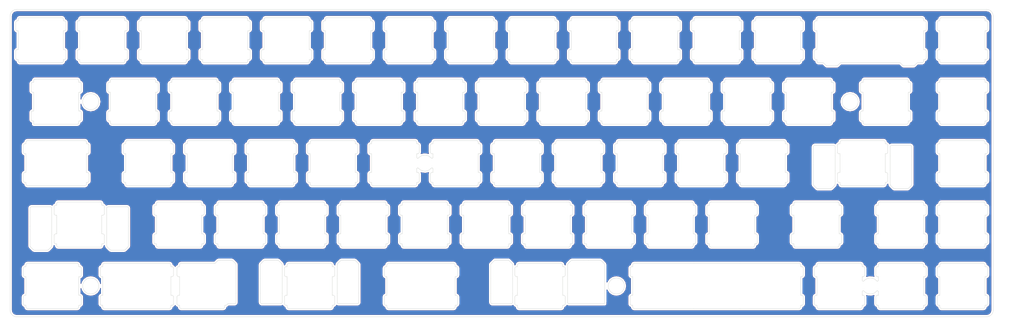
<source format=kicad_pcb>
(kicad_pcb (version 4) (host pcbnew 4.0.7)
  (layers (0 F.Cu signal) (31 B.Cu signal) (34 B.Paste user) (35 F.Paste user) (36 B.SilkS user) (37 F.SilkS user) (38 B.Mask user) (39 F.Mask user) (44 Edge.Cuts user))
  (net 0 "")
  (net 1 GND)
  (module Mounting_Holes:MountingHole_2.2mm_M2 (layer F.Cu) (at 137.287 66.675)
    (fp_text reference REF**)
    (fp_text value MountingHole_2.2mm_M2)
    (pad 1 np_thru_hole circle (at 0 0) (size 2.2 2.2) (drill 2.2) (layers *.Cu *.Mask))
  )
  (module locallib:outline (layer F.Cu) (at 323.85 18.796)
    (fp_text reference E1)
    (fp_text value Outline)
    (fp_arc (start -126.4 61.2) (end -126.4 60.7) (angle -90) (layer Edge.Cuts) (width 0.1))
    (fp_arc (start -126.4 63.2992) (end -126.9 63.2992) (angle -90) (layer Edge.Cuts) (width 0.1))
    (fp_line (start -126.4 63.7992) (end -126.099 63.7992) (layer Edge.Cuts) (width 0.1))
    (fp_line (start -126.099 63.7992) (end -126.099 69.5994) (layer Edge.Cuts) (width 0.1))
    (fp_line (start -126.9 61.2) (end -126.9 63.2992) (layer Edge.Cuts) (width 0.1))
    (fp_line (start -165 70.0994) (end -165 72.2) (layer Edge.Cuts) (width 0.1))
    (fp_line (start -150.199 73.199) (end -150.199 72.7) (layer Edge.Cuts) (width 0.1))
    (fp_arc (start -149.899 61.2) (end -149.399 61.2) (angle -90) (layer Edge.Cuts) (width 0.1))
    (fp_line (start -149.899 60.7) (end -150.199 60.7) (layer Edge.Cuts) (width 0.1))
    (fp_line (start -150.199 60.7) (end -150.199 60.1997) (layer Edge.Cuts) (width 0.1))
    (fp_arc (start -150.699 60.1997) (end -150.199 60.1997) (angle -90) (layer Edge.Cuts) (width 0.1))
    (fp_arc (start -126.4 72.2) (end -126.9 72.2) (angle -90) (layer Edge.Cuts) (width 0.1))
    (fp_line (start -150.199 63.7992) (end -149.899 63.7992) (layer Edge.Cuts) (width 0.1))
    (fp_arc (start -149.899 70.0994) (end -149.399 70.0994) (angle -90) (layer Edge.Cuts) (width 0.1))
    (fp_line (start -126.9 70.0994) (end -126.9 72.2) (layer Edge.Cuts) (width 0.1))
    (fp_line (start -149.399 72.2) (end -149.399 70.0994) (layer Edge.Cuts) (width 0.1))
    (fp_arc (start -149.899 72.2) (end -149.899 72.7) (angle -90) (layer Edge.Cuts) (width 0.1))
    (fp_arc (start -164.5 72.2) (end -165 72.2) (angle -90) (layer Edge.Cuts) (width 0.1))
    (fp_line (start -149.399 63.2992) (end -149.399 61.2) (layer Edge.Cuts) (width 0.1))
    (fp_line (start -164.199 69.5994) (end -164.5 69.5994) (layer Edge.Cuts) (width 0.1))
    (fp_line (start -164.5 72.7) (end -164.199 72.7) (layer Edge.Cuts) (width 0.1))
    (fp_line (start -126.4 72.7) (end -126.099 72.7) (layer Edge.Cuts) (width 0.1))
    (fp_arc (start -126.4 70.0994) (end -126.4 69.5994) (angle -90) (layer Edge.Cuts) (width 0.1))
    (fp_arc (start -163.699 73.199) (end -164.199 73.199) (angle -90) (layer Edge.Cuts) (width 0.1))
    (fp_line (start -149.899 69.5994) (end -150.199 69.5994) (layer Edge.Cuts) (width 0.1))
    (fp_line (start -164.5 63.7992) (end -164.199 63.7992) (layer Edge.Cuts) (width 0.1))
    (fp_line (start -126.099 69.5994) (end -126.4 69.5994) (layer Edge.Cuts) (width 0.1))
    (fp_arc (start -164.5 70.0994) (end -164.5 69.5994) (angle -90) (layer Edge.Cuts) (width 0.1))
    (fp_line (start -164.199 72.7) (end -164.199 73.199) (layer Edge.Cuts) (width 0.1))
    (fp_line (start -163.699 73.699) (end -150.699 73.699) (layer Edge.Cuts) (width 0.1))
    (fp_arc (start -164.5 63.2992) (end -165 63.2992) (angle -90) (layer Edge.Cuts) (width 0.1))
    (fp_arc (start -150.699 73.199) (end -150.699 73.699) (angle -90) (layer Edge.Cuts) (width 0.1))
    (fp_line (start -150.199 72.7) (end -149.899 72.7) (layer Edge.Cuts) (width 0.1))
    (fp_line (start -150.199 69.5994) (end -150.199 63.7992) (layer Edge.Cuts) (width 0.1))
    (fp_line (start -164.199 63.7992) (end -164.199 69.5994) (layer Edge.Cuts) (width 0.1))
    (fp_arc (start -149.899 63.2992) (end -149.899 63.7992) (angle -90) (layer Edge.Cuts) (width 0.1))
    (fp_line (start -264.2113 15.5499) (end -264.2113 16.049) (layer Edge.Cuts) (width 0.1))
    (fp_line (start -250.712 2.5497) (end -263.7113 2.5497) (layer Edge.Cuts) (width 0.1))
    (fp_line (start -264.2113 3.0497) (end -264.2113 3.5498) (layer Edge.Cuts) (width 0.1))
    (fp_line (start -49.886 31.4994) (end -50.187 31.4994) (layer Edge.Cuts) (width 0.1))
    (fp_line (start -49.886 22.5998) (end -50.187 22.5998) (layer Edge.Cuts) (width 0.1))
    (fp_line (start -50.687 21.5997) (end -63.686 21.5997) (layer Edge.Cuts) (width 0.1))
    (fp_arc (start -63.686 22.0997) (end -63.686 21.5997) (angle -90) (layer Edge.Cuts) (width 0.1))
    (fp_line (start -64.486 25.6993) (end -64.186 25.6993) (layer Edge.Cuts) (width 0.1))
    (fp_line (start -64.186 31.4994) (end -64.486 31.4994) (layer Edge.Cuts) (width 0.1))
    (fp_line (start -250.212 16.049) (end -250.212 15.5499) (layer Edge.Cuts) (width 0.1))
    (fp_arc (start -263.7113 3.0497) (end -263.7113 2.5497) (angle -90) (layer Edge.Cuts) (width 0.1))
    (fp_line (start -50.187 34.5999) (end -49.886 34.5999) (layer Edge.Cuts) (width 0.1))
    (fp_line (start -264.2113 3.5498) (end -264.5107 3.5498) (layer Edge.Cuts) (width 0.1))
    (fp_arc (start -264.5107 4.0498) (end -264.5107 3.5498) (angle -90) (layer Edge.Cuts) (width 0.1))
    (fp_line (start -49.386 25.1993) (end -49.386 23.0998) (layer Edge.Cuts) (width 0.1))
    (fp_line (start -63.686 35.599) (end -50.687 35.599) (layer Edge.Cuts) (width 0.1))
    (fp_arc (start -249.9112 4.0498) (end -249.4112 4.0498) (angle -90) (layer Edge.Cuts) (width 0.1))
    (fp_line (start -263.7113 16.549) (end -250.712 16.549) (layer Edge.Cuts) (width 0.1))
    (fp_line (start -50.187 22.5998) (end -50.187 22.0997) (layer Edge.Cuts) (width 0.1))
    (fp_line (start -50.187 31.4994) (end -50.187 25.6993) (layer Edge.Cuts) (width 0.1))
    (fp_arc (start -64.486 31.9994) (end -64.486 31.4994) (angle -90) (layer Edge.Cuts) (width 0.1))
    (fp_arc (start -49.886 25.1993) (end -49.886 25.6993) (angle -90) (layer Edge.Cuts) (width 0.1))
    (fp_arc (start -49.886 31.9994) (end -49.386 31.9994) (angle -90) (layer Edge.Cuts) (width 0.1))
    (fp_arc (start -50.687 22.0997) (end -50.187 22.0997) (angle -90) (layer Edge.Cuts) (width 0.1))
    (fp_arc (start -264.5107 6.1493) (end -265.0107 6.1493) (angle -90) (layer Edge.Cuts) (width 0.1))
    (fp_line (start -264.2113 6.6493) (end -264.2113 12.4494) (layer Edge.Cuts) (width 0.1))
    (fp_line (start -250.212 15.5499) (end -249.9112 15.5499) (layer Edge.Cuts) (width 0.1))
    (fp_line (start -250.212 12.4494) (end -250.212 6.6493) (layer Edge.Cuts) (width 0.1))
    (fp_line (start -249.9112 3.5498) (end -250.212 3.5498) (layer Edge.Cuts) (width 0.1))
    (fp_arc (start -64.486 34.0999) (end -64.986 34.0999) (angle -90) (layer Edge.Cuts) (width 0.1))
    (fp_arc (start -250.712 16.049) (end -250.712 16.549) (angle -90) (layer Edge.Cuts) (width 0.1))
    (fp_line (start -64.186 22.0997) (end -64.186 22.5998) (layer Edge.Cuts) (width 0.1))
    (fp_line (start -49.386 34.0999) (end -49.386 31.9994) (layer Edge.Cuts) (width 0.1))
    (fp_arc (start -49.886 34.0999) (end -49.886 34.5999) (angle -90) (layer Edge.Cuts) (width 0.1))
    (fp_line (start -64.486 34.5999) (end -64.186 34.5999) (layer Edge.Cuts) (width 0.1))
    (fp_line (start -64.186 25.6993) (end -64.186 31.4994) (layer Edge.Cuts) (width 0.1))
    (fp_line (start -64.186 34.5999) (end -64.186 35.099) (layer Edge.Cuts) (width 0.1))
    (fp_arc (start -264.5107 12.9494) (end -264.5107 12.4494) (angle -90) (layer Edge.Cuts) (width 0.1))
    (fp_line (start -50.187 35.099) (end -50.187 34.5999) (layer Edge.Cuts) (width 0.1))
    (fp_arc (start -264.5107 15.0499) (end -265.0107 15.0499) (angle -90) (layer Edge.Cuts) (width 0.1))
    (fp_line (start -265.0107 12.9494) (end -265.0107 15.0499) (layer Edge.Cuts) (width 0.1))
    (fp_line (start -264.5107 15.5499) (end -264.2113 15.5499) (layer Edge.Cuts) (width 0.1))
    (fp_arc (start -263.7113 16.049) (end -264.2113 16.049) (angle -90) (layer Edge.Cuts) (width 0.1))
    (fp_arc (start -249.9112 15.0499) (end -249.9112 15.5499) (angle -90) (layer Edge.Cuts) (width 0.1))
    (fp_arc (start -249.9112 6.1493) (end -249.9112 6.6493) (angle -90) (layer Edge.Cuts) (width 0.1))
    (fp_line (start -264.5107 6.6493) (end -264.2113 6.6493) (layer Edge.Cuts) (width 0.1))
    (fp_line (start -64.986 23.0998) (end -64.986 25.1993) (layer Edge.Cuts) (width 0.1))
    (fp_line (start -250.212 3.5498) (end -250.212 3.0497) (layer Edge.Cuts) (width 0.1))
    (fp_line (start -249.4112 15.0499) (end -249.4112 12.9494) (layer Edge.Cuts) (width 0.1))
    (fp_arc (start -250.712 3.0497) (end -250.212 3.0497) (angle -90) (layer Edge.Cuts) (width 0.1))
    (fp_line (start -64.986 31.9994) (end -64.986 34.0999) (layer Edge.Cuts) (width 0.1))
    (fp_line (start -50.187 25.6993) (end -49.886 25.6993) (layer Edge.Cuts) (width 0.1))
    (fp_arc (start -64.486 25.1993) (end -64.986 25.1993) (angle -90) (layer Edge.Cuts) (width 0.1))
    (fp_arc (start -249.9112 12.9494) (end -249.4112 12.9494) (angle -90) (layer Edge.Cuts) (width 0.1))
    (fp_arc (start -50.687 35.099) (end -50.687 35.599) (angle -90) (layer Edge.Cuts) (width 0.1))
    (fp_arc (start -64.486 23.0998) (end -64.486 22.5998) (angle -90) (layer Edge.Cuts) (width 0.1))
    (fp_line (start -249.9112 12.4494) (end -250.212 12.4494) (layer Edge.Cuts) (width 0.1))
    (fp_line (start -250.212 6.6493) (end -249.9112 6.6493) (layer Edge.Cuts) (width 0.1))
    (fp_arc (start -63.686 35.099) (end -64.186 35.099) (angle -90) (layer Edge.Cuts) (width 0.1))
    (fp_arc (start -49.886 23.0998) (end -49.386 23.0998) (angle -90) (layer Edge.Cuts) (width 0.1))
    (fp_line (start -264.2113 12.4494) (end -264.5107 12.4494) (layer Edge.Cuts) (width 0.1))
    (fp_line (start -265.0107 4.0498) (end -265.0107 6.1493) (layer Edge.Cuts) (width 0.1))
    (fp_line (start -64.186 22.5998) (end -64.486 22.5998) (layer Edge.Cuts) (width 0.1))
    (fp_line (start -249.4112 6.1493) (end -249.4112 4.0498) (layer Edge.Cuts) (width 0.1))
    (fp_line (start -231.162 15.5499) (end -230.8612 15.5499) (layer Edge.Cuts) (width 0.1))
    (fp_line (start -193.062 6.6493) (end -192.763 6.6493) (layer Edge.Cuts) (width 0.1))
    (fp_arc (start -192.763 15.0499) (end -192.763 15.5499) (angle -90) (layer Edge.Cuts) (width 0.1))
    (fp_line (start -192.263 15.0499) (end -192.263 12.9494) (layer Edge.Cuts) (width 0.1))
    (fp_line (start -245.4607 15.5499) (end -245.1613 15.5499) (layer Edge.Cuts) (width 0.1))
    (fp_line (start -193.062 15.5499) (end -192.763 15.5499) (layer Edge.Cuts) (width 0.1))
    (fp_line (start -244.6613 16.549) (end -231.662 16.549) (layer Edge.Cuts) (width 0.1))
    (fp_arc (start -231.662 16.049) (end -231.662 16.549) (angle -90) (layer Edge.Cuts) (width 0.1))
    (fp_line (start -207.3607 6.6493) (end -207.0627 6.6493) (layer Edge.Cuts) (width 0.1))
    (fp_line (start -230.8612 12.4494) (end -231.162 12.4494) (layer Edge.Cuts) (width 0.1))
    (fp_line (start -231.162 6.6493) (end -230.8612 6.6493) (layer Edge.Cuts) (width 0.1))
    (fp_arc (start -231.662 3.0497) (end -231.162 3.0497) (angle -90) (layer Edge.Cuts) (width 0.1))
    (fp_line (start -193.062 16.049) (end -193.062 15.5499) (layer Edge.Cuts) (width 0.1))
    (fp_line (start -207.0627 15.5499) (end -207.0627 16.049) (layer Edge.Cuts) (width 0.1))
    (fp_line (start -231.662 2.5497) (end -244.6613 2.5497) (layer Edge.Cuts) (width 0.1))
    (fp_line (start -245.1613 3.0497) (end -245.1613 3.5498) (layer Edge.Cuts) (width 0.1))
    (fp_arc (start -245.4607 4.0498) (end -245.4607 3.5498) (angle -90) (layer Edge.Cuts) (width 0.1))
    (fp_line (start -245.9607 4.0498) (end -245.9607 6.1493) (layer Edge.Cuts) (width 0.1))
    (fp_line (start -245.1613 15.5499) (end -245.1613 16.049) (layer Edge.Cuts) (width 0.1))
    (fp_arc (start -230.8612 6.1493) (end -230.8612 6.6493) (angle -90) (layer Edge.Cuts) (width 0.1))
    (fp_line (start -193.062 12.4494) (end -193.062 6.6493) (layer Edge.Cuts) (width 0.1))
    (fp_arc (start -244.6613 16.049) (end -245.1613 16.049) (angle -90) (layer Edge.Cuts) (width 0.1))
    (fp_arc (start -206.5627 3.0497) (end -206.5627 2.5497) (angle -90) (layer Edge.Cuts) (width 0.1))
    (fp_arc (start -193.562 16.049) (end -193.562 16.549) (angle -90) (layer Edge.Cuts) (width 0.1))
    (fp_arc (start -193.562 3.0497) (end -193.062 3.0497) (angle -90) (layer Edge.Cuts) (width 0.1))
    (fp_arc (start -245.4607 6.1493) (end -245.9607 6.1493) (angle -90) (layer Edge.Cuts) (width 0.1))
    (fp_arc (start -207.3607 6.1493) (end -207.8607 6.1493) (angle -90) (layer Edge.Cuts) (width 0.1))
    (fp_line (start -245.4607 6.6493) (end -245.1613 6.6493) (layer Edge.Cuts) (width 0.1))
    (fp_arc (start -245.4607 12.9494) (end -245.4607 12.4494) (angle -90) (layer Edge.Cuts) (width 0.1))
    (fp_arc (start -230.8612 4.0498) (end -230.3612 4.0498) (angle -90) (layer Edge.Cuts) (width 0.1))
    (fp_line (start -245.9607 12.9494) (end -245.9607 15.0499) (layer Edge.Cuts) (width 0.1))
    (fp_line (start -231.162 16.049) (end -231.162 15.5499) (layer Edge.Cuts) (width 0.1))
    (fp_arc (start -207.3607 4.0498) (end -207.3607 3.5498) (angle -90) (layer Edge.Cuts) (width 0.1))
    (fp_line (start -230.8612 3.5498) (end -231.162 3.5498) (layer Edge.Cuts) (width 0.1))
    (fp_line (start -231.162 3.5498) (end -231.162 3.0497) (layer Edge.Cuts) (width 0.1))
    (fp_line (start -193.562 2.5497) (end -206.5627 2.5497) (layer Edge.Cuts) (width 0.1))
    (fp_line (start -231.162 12.4494) (end -231.162 6.6493) (layer Edge.Cuts) (width 0.1))
    (fp_line (start -245.1613 12.4494) (end -245.4607 12.4494) (layer Edge.Cuts) (width 0.1))
    (fp_line (start -207.0627 3.0497) (end -207.0627 3.5498) (layer Edge.Cuts) (width 0.1))
    (fp_arc (start -192.763 12.9494) (end -192.263 12.9494) (angle -90) (layer Edge.Cuts) (width 0.1))
    (fp_line (start -192.263 6.1493) (end -192.263 4.0498) (layer Edge.Cuts) (width 0.1))
    (fp_line (start -192.763 12.4494) (end -193.062 12.4494) (layer Edge.Cuts) (width 0.1))
    (fp_line (start -245.1613 3.5498) (end -245.4607 3.5498) (layer Edge.Cuts) (width 0.1))
    (fp_line (start -207.8607 4.0498) (end -207.8607 6.1493) (layer Edge.Cuts) (width 0.1))
    (fp_arc (start -207.3607 12.9494) (end -207.3607 12.4494) (angle -90) (layer Edge.Cuts) (width 0.1))
    (fp_arc (start -206.5627 16.049) (end -207.0627 16.049) (angle -90) (layer Edge.Cuts) (width 0.1))
    (fp_line (start -192.763 3.5498) (end -193.062 3.5498) (layer Edge.Cuts) (width 0.1))
    (fp_arc (start -192.763 6.1493) (end -192.763 6.6493) (angle -90) (layer Edge.Cuts) (width 0.1))
    (fp_line (start -230.3612 15.0499) (end -230.3612 12.9494) (layer Edge.Cuts) (width 0.1))
    (fp_line (start -245.1613 6.6493) (end -245.1613 12.4494) (layer Edge.Cuts) (width 0.1))
    (fp_line (start -230.3612 6.1493) (end -230.3612 4.0498) (layer Edge.Cuts) (width 0.1))
    (fp_arc (start -192.763 4.0498) (end -192.263 4.0498) (angle -90) (layer Edge.Cuts) (width 0.1))
    (fp_line (start -206.5627 16.549) (end -193.562 16.549) (layer Edge.Cuts) (width 0.1))
    (fp_line (start -207.0627 12.4494) (end -207.3607 12.4494) (layer Edge.Cuts) (width 0.1))
    (fp_arc (start -230.8612 12.9494) (end -230.3612 12.9494) (angle -90) (layer Edge.Cuts) (width 0.1))
    (fp_arc (start -230.8612 15.0499) (end -230.8612 15.5499) (angle -90) (layer Edge.Cuts) (width 0.1))
    (fp_arc (start -207.3607 15.0499) (end -207.8607 15.0499) (angle -90) (layer Edge.Cuts) (width 0.1))
    (fp_arc (start -244.6613 3.0497) (end -244.6613 2.5497) (angle -90) (layer Edge.Cuts) (width 0.1))
    (fp_line (start -207.0627 3.5498) (end -207.3607 3.5498) (layer Edge.Cuts) (width 0.1))
    (fp_line (start -207.3607 15.5499) (end -207.0627 15.5499) (layer Edge.Cuts) (width 0.1))
    (fp_line (start -207.0627 6.6493) (end -207.0627 12.4494) (layer Edge.Cuts) (width 0.1))
    (fp_line (start -207.8607 12.9494) (end -207.8607 15.0499) (layer Edge.Cuts) (width 0.1))
    (fp_line (start -193.062 3.5498) (end -193.062 3.0497) (layer Edge.Cuts) (width 0.1))
    (fp_arc (start -245.4607 15.0499) (end -245.9607 15.0499) (angle -90) (layer Edge.Cuts) (width 0.1))
    (fp_line (start -212.112 16.049) (end -212.112 15.5499) (layer Edge.Cuts) (width 0.1))
    (fp_line (start -135.912 3.5498) (end -135.912 3.0497) (layer Edge.Cuts) (width 0.1))
    (fp_line (start -212.112 12.4494) (end -212.112 6.6493) (layer Edge.Cuts) (width 0.1))
    (fp_arc (start -150.211 6.1493) (end -150.711 6.1493) (angle -90) (layer Edge.Cuts) (width 0.1))
    (fp_line (start -211.8126 3.5498) (end -212.112 3.5498) (layer Edge.Cuts) (width 0.1))
    (fp_arc (start -226.4107 6.1493) (end -226.9107 6.1493) (angle -90) (layer Edge.Cuts) (width 0.1))
    (fp_arc (start -136.412 16.049) (end -136.412 16.549) (angle -90) (layer Edge.Cuts) (width 0.1))
    (fp_arc (start -149.411 3.0497) (end -149.411 2.5497) (angle -90) (layer Edge.Cuts) (width 0.1))
    (fp_line (start -212.112 3.5498) (end -212.112 3.0497) (layer Edge.Cuts) (width 0.1))
    (fp_line (start -149.911 3.5498) (end -150.211 3.5498) (layer Edge.Cuts) (width 0.1))
    (fp_arc (start -226.4107 4.0498) (end -226.4107 3.5498) (angle -90) (layer Edge.Cuts) (width 0.1))
    (fp_arc (start -150.211 12.9494) (end -150.211 12.4494) (angle -90) (layer Edge.Cuts) (width 0.1))
    (fp_arc (start -212.612 16.049) (end -212.612 16.549) (angle -90) (layer Edge.Cuts) (width 0.1))
    (fp_line (start -150.711 4.0498) (end -150.711 6.1493) (layer Edge.Cuts) (width 0.1))
    (fp_line (start -226.4107 15.5499) (end -226.1113 15.5499) (layer Edge.Cuts) (width 0.1))
    (fp_arc (start -225.6113 16.049) (end -226.1113 16.049) (angle -90) (layer Edge.Cuts) (width 0.1))
    (fp_line (start -212.112 6.6493) (end -211.8126 6.6493) (layer Edge.Cuts) (width 0.1))
    (fp_line (start -149.911 12.4494) (end -150.211 12.4494) (layer Edge.Cuts) (width 0.1))
    (fp_line (start -135.111 6.1493) (end -135.111 4.0498) (layer Edge.Cuts) (width 0.1))
    (fp_line (start -149.911 3.0497) (end -149.911 3.5498) (layer Edge.Cuts) (width 0.1))
    (fp_line (start -226.4107 6.6493) (end -226.1113 6.6493) (layer Edge.Cuts) (width 0.1))
    (fp_arc (start -211.8126 4.0498) (end -211.3126 4.0498) (angle -90) (layer Edge.Cuts) (width 0.1))
    (fp_line (start -135.912 16.049) (end -135.912 15.5499) (layer Edge.Cuts) (width 0.1))
    (fp_arc (start -135.611 15.0499) (end -135.611 15.5499) (angle -90) (layer Edge.Cuts) (width 0.1))
    (fp_line (start -135.912 15.5499) (end -135.611 15.5499) (layer Edge.Cuts) (width 0.1))
    (fp_arc (start -211.8126 15.0499) (end -211.8126 15.5499) (angle -90) (layer Edge.Cuts) (width 0.1))
    (fp_arc (start -135.611 4.0498) (end -135.111 4.0498) (angle -90) (layer Edge.Cuts) (width 0.1))
    (fp_line (start -150.711 12.9494) (end -150.711 15.0499) (layer Edge.Cuts) (width 0.1))
    (fp_arc (start -211.8126 6.1493) (end -211.8126 6.6493) (angle -90) (layer Edge.Cuts) (width 0.1))
    (fp_line (start -149.911 15.5499) (end -149.911 16.049) (layer Edge.Cuts) (width 0.1))
    (fp_line (start -150.211 6.6493) (end -149.911 6.6493) (layer Edge.Cuts) (width 0.1))
    (fp_arc (start -212.612 3.0497) (end -212.112 3.0497) (angle -90) (layer Edge.Cuts) (width 0.1))
    (fp_line (start -226.1113 12.4494) (end -226.4107 12.4494) (layer Edge.Cuts) (width 0.1))
    (fp_arc (start -226.4107 12.9494) (end -226.4107 12.4494) (angle -90) (layer Edge.Cuts) (width 0.1))
    (fp_line (start -150.211 15.5499) (end -149.911 15.5499) (layer Edge.Cuts) (width 0.1))
    (fp_line (start -226.9107 4.0498) (end -226.9107 6.1493) (layer Edge.Cuts) (width 0.1))
    (fp_line (start -226.9107 12.9494) (end -226.9107 15.0499) (layer Edge.Cuts) (width 0.1))
    (fp_arc (start -211.8126 12.9494) (end -211.3126 12.9494) (angle -90) (layer Edge.Cuts) (width 0.1))
    (fp_line (start -211.3126 6.1493) (end -211.3126 4.0498) (layer Edge.Cuts) (width 0.1))
    (fp_arc (start -150.211 15.0499) (end -150.711 15.0499) (angle -90) (layer Edge.Cuts) (width 0.1))
    (fp_line (start -135.912 6.6493) (end -135.611 6.6493) (layer Edge.Cuts) (width 0.1))
    (fp_line (start -135.611 3.5498) (end -135.912 3.5498) (layer Edge.Cuts) (width 0.1))
    (fp_line (start -149.911 6.6493) (end -149.911 12.4494) (layer Edge.Cuts) (width 0.1))
    (fp_arc (start -150.211 4.0498) (end -150.211 3.5498) (angle -90) (layer Edge.Cuts) (width 0.1))
    (fp_line (start -225.6113 16.549) (end -212.612 16.549) (layer Edge.Cuts) (width 0.1))
    (fp_line (start -211.3126 15.0499) (end -211.3126 12.9494) (layer Edge.Cuts) (width 0.1))
    (fp_line (start -226.1113 3.0497) (end -226.1113 3.5498) (layer Edge.Cuts) (width 0.1))
    (fp_line (start -135.611 12.4494) (end -135.912 12.4494) (layer Edge.Cuts) (width 0.1))
    (fp_line (start -211.8126 12.4494) (end -212.112 12.4494) (layer Edge.Cuts) (width 0.1))
    (fp_arc (start -149.411 16.049) (end -149.911 16.049) (angle -90) (layer Edge.Cuts) (width 0.1))
    (fp_arc (start -136.412 3.0497) (end -135.912 3.0497) (angle -90) (layer Edge.Cuts) (width 0.1))
    (fp_line (start -135.912 12.4494) (end -135.912 6.6493) (layer Edge.Cuts) (width 0.1))
    (fp_line (start -136.412 2.5497) (end -149.411 2.5497) (layer Edge.Cuts) (width 0.1))
    (fp_arc (start -135.611 12.9494) (end -135.111 12.9494) (angle -90) (layer Edge.Cuts) (width 0.1))
    (fp_line (start -226.1113 3.5498) (end -226.4107 3.5498) (layer Edge.Cuts) (width 0.1))
    (fp_arc (start -225.6113 3.0497) (end -225.6113 2.5497) (angle -90) (layer Edge.Cuts) (width 0.1))
    (fp_arc (start -135.611 6.1493) (end -135.611 6.6493) (angle -90) (layer Edge.Cuts) (width 0.1))
    (fp_line (start -226.1113 6.6493) (end -226.1113 12.4494) (layer Edge.Cuts) (width 0.1))
    (fp_arc (start -226.4107 15.0499) (end -226.9107 15.0499) (angle -90) (layer Edge.Cuts) (width 0.1))
    (fp_line (start -226.1113 15.5499) (end -226.1113 16.049) (layer Edge.Cuts) (width 0.1))
    (fp_line (start -212.112 15.5499) (end -211.8126 15.5499) (layer Edge.Cuts) (width 0.1))
    (fp_line (start -135.111 15.0499) (end -135.111 12.9494) (layer Edge.Cuts) (width 0.1))
    (fp_line (start -212.612 2.5497) (end -225.6113 2.5497) (layer Edge.Cuts) (width 0.1))
    (fp_line (start -149.411 16.549) (end -136.412 16.549) (layer Edge.Cuts) (width 0.1))
    (fp_line (start -154.962 15.5499) (end -154.661 15.5499) (layer Edge.Cuts) (width 0.1))
    (fp_arc (start -154.661 4.0498) (end -154.161 4.0498) (angle -90) (layer Edge.Cuts) (width 0.1))
    (fp_arc (start -174.512 16.049) (end -174.512 16.549) (angle -90) (layer Edge.Cuts) (width 0.1))
    (fp_line (start -154.161 15.0499) (end -154.161 12.9494) (layer Edge.Cuts) (width 0.1))
    (fp_line (start -154.962 16.049) (end -154.962 15.5499) (layer Edge.Cuts) (width 0.1))
    (fp_arc (start -154.661 15.0499) (end -154.661 15.5499) (angle -90) (layer Edge.Cuts) (width 0.1))
    (fp_line (start -155.462 2.5497) (end -168.461 2.5497) (layer Edge.Cuts) (width 0.1))
    (fp_line (start -168.961 6.6493) (end -168.961 12.4494) (layer Edge.Cuts) (width 0.1))
    (fp_line (start -168.961 3.0497) (end -168.961 3.5498) (layer Edge.Cuts) (width 0.1))
    (fp_arc (start -169.261 12.9494) (end -169.261 12.4494) (angle -90) (layer Edge.Cuts) (width 0.1))
    (fp_line (start -168.461 16.549) (end -155.462 16.549) (layer Edge.Cuts) (width 0.1))
    (fp_line (start -154.962 6.6493) (end -154.661 6.6493) (layer Edge.Cuts) (width 0.1))
    (fp_line (start -154.161 6.1493) (end -154.161 4.0498) (layer Edge.Cuts) (width 0.1))
    (fp_line (start -154.661 3.5498) (end -154.962 3.5498) (layer Edge.Cuts) (width 0.1))
    (fp_line (start -188.812 12.9494) (end -188.812 15.0499) (layer Edge.Cuts) (width 0.1))
    (fp_arc (start -168.461 16.049) (end -168.961 16.049) (angle -90) (layer Edge.Cuts) (width 0.1))
    (fp_arc (start -173.711 12.9494) (end -173.211 12.9494) (angle -90) (layer Edge.Cuts) (width 0.1))
    (fp_line (start -173.711 12.4494) (end -174.012 12.4494) (layer Edge.Cuts) (width 0.1))
    (fp_arc (start -168.461 3.0497) (end -168.461 2.5497) (angle -90) (layer Edge.Cuts) (width 0.1))
    (fp_arc (start -188.312 12.9494) (end -188.312 12.4494) (angle -90) (layer Edge.Cuts) (width 0.1))
    (fp_line (start -174.012 12.4494) (end -174.012 6.6493) (layer Edge.Cuts) (width 0.1))
    (fp_line (start -154.962 12.4494) (end -154.962 6.6493) (layer Edge.Cuts) (width 0.1))
    (fp_line (start -174.012 16.049) (end -174.012 15.5499) (layer Edge.Cuts) (width 0.1))
    (fp_line (start -174.012 6.6493) (end -173.711 6.6493) (layer Edge.Cuts) (width 0.1))
    (fp_arc (start -173.711 4.0498) (end -173.211 4.0498) (angle -90) (layer Edge.Cuts) (width 0.1))
    (fp_line (start -173.711 3.5498) (end -174.012 3.5498) (layer Edge.Cuts) (width 0.1))
    (fp_line (start -174.012 3.5498) (end -174.012 3.0497) (layer Edge.Cuts) (width 0.1))
    (fp_arc (start -174.512 3.0497) (end -174.012 3.0497) (angle -90) (layer Edge.Cuts) (width 0.1))
    (fp_arc (start -169.261 6.1493) (end -169.761 6.1493) (angle -90) (layer Edge.Cuts) (width 0.1))
    (fp_arc (start -188.312 15.0499) (end -188.812 15.0499) (angle -90) (layer Edge.Cuts) (width 0.1))
    (fp_line (start -154.661 12.4494) (end -154.962 12.4494) (layer Edge.Cuts) (width 0.1))
    (fp_line (start -168.961 12.4494) (end -169.261 12.4494) (layer Edge.Cuts) (width 0.1))
    (fp_line (start -169.261 15.5499) (end -168.961 15.5499) (layer Edge.Cuts) (width 0.1))
    (fp_arc (start -155.462 16.049) (end -155.462 16.549) (angle -90) (layer Edge.Cuts) (width 0.1))
    (fp_arc (start -154.661 6.1493) (end -154.661 6.6493) (angle -90) (layer Edge.Cuts) (width 0.1))
    (fp_line (start -188.013 15.5499) (end -188.013 16.049) (layer Edge.Cuts) (width 0.1))
    (fp_arc (start -187.513 16.049) (end -188.013 16.049) (angle -90) (layer Edge.Cuts) (width 0.1))
    (fp_line (start -169.761 12.9494) (end -169.761 15.0499) (layer Edge.Cuts) (width 0.1))
    (fp_line (start -168.961 3.5498) (end -169.261 3.5498) (layer Edge.Cuts) (width 0.1))
    (fp_line (start -168.961 15.5499) (end -168.961 16.049) (layer Edge.Cuts) (width 0.1))
    (fp_line (start -188.312 15.5499) (end -188.013 15.5499) (layer Edge.Cuts) (width 0.1))
    (fp_line (start -174.012 15.5499) (end -173.711 15.5499) (layer Edge.Cuts) (width 0.1))
    (fp_arc (start -154.661 12.9494) (end -154.161 12.9494) (angle -90) (layer Edge.Cuts) (width 0.1))
    (fp_line (start -169.761 4.0498) (end -169.761 6.1493) (layer Edge.Cuts) (width 0.1))
    (fp_line (start -169.261 6.6493) (end -168.961 6.6493) (layer Edge.Cuts) (width 0.1))
    (fp_line (start -188.013 12.4494) (end -188.312 12.4494) (layer Edge.Cuts) (width 0.1))
    (fp_arc (start -173.711 15.0499) (end -173.711 15.5499) (angle -90) (layer Edge.Cuts) (width 0.1))
    (fp_line (start -173.211 15.0499) (end -173.211 12.9494) (layer Edge.Cuts) (width 0.1))
    (fp_line (start -154.962 3.5498) (end -154.962 3.0497) (layer Edge.Cuts) (width 0.1))
    (fp_line (start -173.211 6.1493) (end -173.211 4.0498) (layer Edge.Cuts) (width 0.1))
    (fp_arc (start -169.261 15.0499) (end -169.761 15.0499) (angle -90) (layer Edge.Cuts) (width 0.1))
    (fp_arc (start -155.462 3.0497) (end -154.962 3.0497) (angle -90) (layer Edge.Cuts) (width 0.1))
    (fp_line (start -187.513 16.549) (end -174.512 16.549) (layer Edge.Cuts) (width 0.1))
    (fp_line (start -174.512 2.5497) (end -187.513 2.5497) (layer Edge.Cuts) (width 0.1))
    (fp_arc (start -169.261 4.0498) (end -169.261 3.5498) (angle -90) (layer Edge.Cuts) (width 0.1))
    (fp_arc (start -187.513 3.0497) (end -187.513 2.5497) (angle -90) (layer Edge.Cuts) (width 0.1))
    (fp_line (start -188.013 3.0497) (end -188.013 3.5498) (layer Edge.Cuts) (width 0.1))
    (fp_line (start -188.013 3.5498) (end -188.312 3.5498) (layer Edge.Cuts) (width 0.1))
    (fp_line (start -188.812 4.0498) (end -188.812 6.1493) (layer Edge.Cuts) (width 0.1))
    (fp_arc (start -188.312 6.1493) (end -188.812 6.1493) (angle -90) (layer Edge.Cuts) (width 0.1))
    (fp_arc (start -188.312 4.0498) (end -188.312 3.5498) (angle -90) (layer Edge.Cuts) (width 0.1))
    (fp_line (start -188.312 6.6493) (end -188.013 6.6493) (layer Edge.Cuts) (width 0.1))
    (fp_arc (start -173.711 6.1493) (end -173.711 6.6493) (angle -90) (layer Edge.Cuts) (width 0.1))
    (fp_line (start -276.1176 82.8492) (end -276.1176 88.64935) (layer Edge.Cuts) (width 0.1))
    (fp_line (start -283.5493 82.8492) (end -283.2487 82.8492) (layer Edge.Cuts) (width 0.1))
    (fp_arc (start -283.2487 91.24995) (end -283.2487 91.74995) (angle -90) (layer Edge.Cuts) (width 0.1))
    (fp_line (start -282.7487 91.24995) (end -282.7487 89.14935) (layer Edge.Cuts) (width 0.1))
    (fp_line (start -227.2426 79.186807) (end -227.2426 83.45) (layer Edge.Cuts) (width 0.1))
    (fp_line (start -283.5493 91.74995) (end -283.2487 91.74995) (layer Edge.Cuts) (width 0.1))
    (fp_line (start -276.1176 91.74995) (end -276.1176 92.24903) (layer Edge.Cuts) (width 0.1))
    (fp_arc (start -226.7426 90.78005) (end -227.2426 90.78005) (angle -90) (layer Edge.Cuts) (width 0.1))
    (fp_line (start -226.7426 91.28005) (end -220.9929 91.28005) (layer Edge.Cuts) (width 0.1))
    (fp_line (start -220.639347 78.833253) (end -221.546753 77.925847) (layer Edge.Cuts) (width 0.1))
    (fp_arc (start -299.43009 79.2495) (end -299.43009 78.7495) (angle -90) (layer Edge.Cuts) (width 0.1))
    (fp_arc (start -221.900307 78.2794) (end -221.546753 77.925847) (angle -45) (layer Edge.Cuts) (width 0.1))
    (fp_line (start -283.5493 92.24903) (end -283.5493 91.74995) (layer Edge.Cuts) (width 0.1))
    (fp_line (start -276.4182 91.74995) (end -276.1176 91.74995) (layer Edge.Cuts) (width 0.1))
    (fp_line (start -299.93009 91.74995) (end -299.93009 92.24903) (layer Edge.Cuts) (width 0.1))
    (fp_line (start -226.188747 77.925847) (end -227.096153 78.833253) (layer Edge.Cuts) (width 0.1))
    (fp_line (start -299.93009 82.8492) (end -299.93009 88.64935) (layer Edge.Cuts) (width 0.1))
    (fp_line (start -276.9182 89.14935) (end -276.9182 91.24995) (layer Edge.Cuts) (width 0.1))
    (fp_line (start -300.73072 89.14935) (end -300.73072 91.24995) (layer Edge.Cuts) (width 0.1))
    (fp_line (start -227.2426 83.45) (end -227.2426 88.04991) (layer Edge.Cuts) (width 0.1))
    (fp_arc (start -276.4182 89.14935) (end -276.4182 88.64935) (angle -90) (layer Edge.Cuts) (width 0.1))
    (fp_line (start -283.5493 88.64935) (end -283.5493 82.8492) (layer Edge.Cuts) (width 0.1))
    (fp_arc (start -284.0493 92.24903) (end -284.0493 92.74903) (angle -90) (layer Edge.Cuts) (width 0.1))
    (fp_arc (start -276.4182 91.24995) (end -276.9182 91.24995) (angle -90) (layer Edge.Cuts) (width 0.1))
    (fp_arc (start -284.0493 79.2495) (end -283.5493 79.2495) (angle -90) (layer Edge.Cuts) (width 0.1))
    (fp_arc (start -225.835193 78.2794) (end -225.835193 77.7794) (angle -45) (layer Edge.Cuts) (width 0.1))
    (fp_line (start -227.2426 88.04991) (end -227.2426 90.78005) (layer Edge.Cuts) (width 0.1))
    (fp_line (start -221.900307 77.7794) (end -222.2184 77.7794) (layer Edge.Cuts) (width 0.1))
    (fp_line (start -222.2184 77.7794) (end -225.519 77.7794) (layer Edge.Cuts) (width 0.1))
    (fp_line (start -234.7875 90.78005) (end -234.7875 88.04991) (layer Edge.Cuts) (width 0.1))
    (fp_line (start -234.7875 83.45) (end -234.7875 79.186807) (layer Edge.Cuts) (width 0.1))
    (fp_line (start -276.9182 80.25) (end -276.9182 82.3492) (layer Edge.Cuts) (width 0.1))
    (fp_arc (start -220.9929 90.78005) (end -220.9929 91.28005) (angle -90) (layer Edge.Cuts) (width 0.1))
    (fp_line (start -234.7875 88.04991) (end -234.7875 83.45) (layer Edge.Cuts) (width 0.1))
    (fp_line (start -300.73072 80.25) (end -300.73072 82.3492) (layer Edge.Cuts) (width 0.1))
    (fp_line (start -284.0493 78.7495) (end -299.43009 78.7495) (layer Edge.Cuts) (width 0.1))
    (fp_arc (start -300.23072 89.14935) (end -300.23072 88.64935) (angle -90) (layer Edge.Cuts) (width 0.1))
    (fp_arc (start -300.23072 80.25) (end -300.23072 79.75) (angle -90) (layer Edge.Cuts) (width 0.1))
    (fp_arc (start -283.2487 89.14935) (end -282.7487 89.14935) (angle -90) (layer Edge.Cuts) (width 0.1))
    (fp_arc (start -300.23072 82.3492) (end -300.73072 82.3492) (angle -90) (layer Edge.Cuts) (width 0.1))
    (fp_line (start -282.7487 82.3492) (end -282.7487 80.25) (layer Edge.Cuts) (width 0.1))
    (fp_line (start -276.4182 82.8492) (end -276.1176 82.8492) (layer Edge.Cuts) (width 0.1))
    (fp_line (start -283.2487 88.64935) (end -283.5493 88.64935) (layer Edge.Cuts) (width 0.1))
    (fp_arc (start -275.6176 92.24903) (end -276.1176 92.24903) (angle -90) (layer Edge.Cuts) (width 0.1))
    (fp_line (start -276.1176 88.64935) (end -276.4182 88.64935) (layer Edge.Cuts) (width 0.1))
    (fp_arc (start -276.4182 82.3492) (end -276.9182 82.3492) (angle -90) (layer Edge.Cuts) (width 0.1))
    (fp_line (start -300.23072 82.8492) (end -299.93009 82.8492) (layer Edge.Cuts) (width 0.1))
    (fp_line (start -299.93009 88.64935) (end -300.23072 88.64935) (layer Edge.Cuts) (width 0.1))
    (fp_arc (start -299.43009 92.24903) (end -299.93009 92.24903) (angle -90) (layer Edge.Cuts) (width 0.1))
    (fp_line (start -299.93009 79.75) (end -300.23072 79.75) (layer Edge.Cuts) (width 0.1))
    (fp_arc (start -283.2487 82.3492) (end -283.2487 82.8492) (angle -90) (layer Edge.Cuts) (width 0.1))
    (fp_arc (start -283.2487 80.25) (end -282.7487 80.25) (angle -90) (layer Edge.Cuts) (width 0.1))
    (fp_line (start -299.43009 92.74903) (end -284.0493 92.74903) (layer Edge.Cuts) (width 0.1))
    (fp_line (start -283.2487 79.75) (end -283.5493 79.75) (layer Edge.Cuts) (width 0.1))
    (fp_line (start -299.93009 79.2495) (end -299.93009 79.75) (layer Edge.Cuts) (width 0.1))
    (fp_line (start -225.519 77.7794) (end -225.835193 77.7794) (layer Edge.Cuts) (width 0.1))
    (fp_arc (start -300.23072 91.24995) (end -300.73072 91.24995) (angle -90) (layer Edge.Cuts) (width 0.1))
    (fp_line (start -220.4929 88.04991) (end -220.4929 83.45) (layer Edge.Cuts) (width 0.1))
    (fp_line (start -300.23072 91.74995) (end -299.93009 91.74995) (layer Edge.Cuts) (width 0.1))
    (fp_arc (start -226.7426 79.186807) (end -227.096153 78.833253) (angle -45) (layer Edge.Cuts) (width 0.1))
    (fp_line (start -220.4929 83.45) (end -220.4929 79.186807) (layer Edge.Cuts) (width 0.1))
    (fp_arc (start -220.9929 79.186807) (end -220.4929 79.186807) (angle -45) (layer Edge.Cuts) (width 0.1))
    (fp_line (start -283.5493 79.75) (end -283.5493 79.2495) (layer Edge.Cuts) (width 0.1))
    (fp_line (start -220.4929 90.78005) (end -220.4929 88.04991) (layer Edge.Cuts) (width 0.1))
    (fp_arc (start -254.6737 80.25) (end -254.1737 80.25) (angle -90) (layer Edge.Cuts) (width 0.1))
    (fp_arc (start -21.311 70.0994) (end -20.811 70.0994) (angle -90) (layer Edge.Cuts) (width 0.1))
    (fp_arc (start -21.311 63.2992) (end -21.311 63.7992) (angle -90) (layer Edge.Cuts) (width 0.1))
    (fp_arc (start -35.911 72.2) (end -36.411 72.2) (angle -90) (layer Edge.Cuts) (width 0.1))
    (fp_line (start -35.911 72.7) (end -35.611 72.7) (layer Edge.Cuts) (width 0.1))
    (fp_arc (start -2.261 61.2) (end -1.761 61.2) (angle -90) (layer Edge.Cuts) (width 0.1))
    (fp_line (start -20.811 72.2) (end -20.811 70.0994) (layer Edge.Cuts) (width 0.1))
    (fp_line (start -36.411 70.0994) (end -36.411 72.2) (layer Edge.Cuts) (width 0.1))
    (fp_arc (start -254.6737 82.3492) (end -254.6737 82.8492) (angle -90) (layer Edge.Cuts) (width 0.1))
    (fp_line (start -254.6737 79.75) (end -254.9745 79.75) (layer Edge.Cuts) (width 0.1))
    (fp_line (start -254.9745 79.75) (end -254.9745 79.2495) (layer Edge.Cuts) (width 0.1))
    (fp_line (start -21.612 69.5994) (end -21.612 63.7992) (layer Edge.Cuts) (width 0.1))
    (fp_arc (start -35.911 70.0994) (end -35.911 69.5994) (angle -90) (layer Edge.Cuts) (width 0.1))
    (fp_arc (start -35.911 63.2992) (end -36.411 63.2992) (angle -90) (layer Edge.Cuts) (width 0.1))
    (fp_arc (start -255.4745 92.24903) (end -255.4745 92.74903) (angle -90) (layer Edge.Cuts) (width 0.1))
    (fp_arc (start -255.4745 79.2495) (end -254.9745 79.2495) (angle -90) (layer Edge.Cuts) (width 0.1))
    (fp_arc (start -2.261 63.2992) (end -2.261 63.7992) (angle -90) (layer Edge.Cuts) (width 0.1))
    (fp_line (start -16.561 60.1997) (end -16.561 60.7) (layer Edge.Cuts) (width 0.1))
    (fp_line (start -22.112 59.6997) (end -35.111 59.6997) (layer Edge.Cuts) (width 0.1))
    (fp_line (start -2.261 60.7) (end -2.562 60.7) (layer Edge.Cuts) (width 0.1))
    (fp_line (start -35.611 60.7) (end -35.911 60.7) (layer Edge.Cuts) (width 0.1))
    (fp_line (start -35.611 69.5994) (end -35.911 69.5994) (layer Edge.Cuts) (width 0.1))
    (fp_arc (start -254.6737 91.24995) (end -254.6737 91.74995) (angle -90) (layer Edge.Cuts) (width 0.1))
    (fp_line (start -21.612 73.199) (end -21.612 72.7) (layer Edge.Cuts) (width 0.1))
    (fp_line (start -255.4745 78.7495) (end -275.6176 78.7495) (layer Edge.Cuts) (width 0.1))
    (fp_line (start -254.9745 82.8492) (end -254.6737 82.8492) (layer Edge.Cuts) (width 0.1))
    (fp_line (start -276.1176 79.2495) (end -276.1176 79.75) (layer Edge.Cuts) (width 0.1))
    (fp_arc (start -275.6176 79.2495) (end -275.6176 78.7495) (angle -90) (layer Edge.Cuts) (width 0.1))
    (fp_line (start -276.1176 79.75) (end -276.4182 79.75) (layer Edge.Cuts) (width 0.1))
    (fp_line (start -1.761 63.2992) (end -1.761 61.2) (layer Edge.Cuts) (width 0.1))
    (fp_arc (start -276.4182 80.25) (end -276.4182 79.75) (angle -90) (layer Edge.Cuts) (width 0.1))
    (fp_line (start -21.311 69.5994) (end -21.612 69.5994) (layer Edge.Cuts) (width 0.1))
    (fp_line (start -254.9745 92.24903) (end -254.9745 91.74995) (layer Edge.Cuts) (width 0.1))
    (fp_line (start -21.311 60.7) (end -21.612 60.7) (layer Edge.Cuts) (width 0.1))
    (fp_line (start -2.562 63.7992) (end -2.261 63.7992) (layer Edge.Cuts) (width 0.1))
    (fp_line (start -2.562 60.7) (end -2.562 60.1997) (layer Edge.Cuts) (width 0.1))
    (fp_arc (start -21.311 61.2) (end -20.811 61.2) (angle -90) (layer Edge.Cuts) (width 0.1))
    (fp_arc (start -21.311 72.2) (end -21.311 72.7) (angle -90) (layer Edge.Cuts) (width 0.1))
    (fp_line (start -35.111 73.699) (end -22.112 73.699) (layer Edge.Cuts) (width 0.1))
    (fp_line (start -21.612 60.7) (end -21.612 60.1997) (layer Edge.Cuts) (width 0.1))
    (fp_line (start -35.611 60.1997) (end -35.611 60.7) (layer Edge.Cuts) (width 0.1))
    (fp_line (start -35.611 72.7) (end -35.611 73.199) (layer Edge.Cuts) (width 0.1))
    (fp_arc (start -35.111 73.199) (end -35.611 73.199) (angle -90) (layer Edge.Cuts) (width 0.1))
    (fp_line (start -35.911 63.7992) (end -35.611 63.7992) (layer Edge.Cuts) (width 0.1))
    (fp_line (start -21.612 63.7992) (end -21.311 63.7992) (layer Edge.Cuts) (width 0.1))
    (fp_arc (start -22.112 60.1997) (end -21.612 60.1997) (angle -90) (layer Edge.Cuts) (width 0.1))
    (fp_arc (start -35.111 60.1997) (end -35.111 59.6997) (angle -90) (layer Edge.Cuts) (width 0.1))
    (fp_arc (start -3.062 60.1997) (end -2.562 60.1997) (angle -90) (layer Edge.Cuts) (width 0.1))
    (fp_line (start -20.811 63.2992) (end -20.811 61.2) (layer Edge.Cuts) (width 0.1))
    (fp_line (start -275.6176 92.74903) (end -255.4745 92.74903) (layer Edge.Cuts) (width 0.1))
    (fp_line (start -3.062 59.6997) (end -16.061 59.6997) (layer Edge.Cuts) (width 0.1))
    (fp_arc (start -22.112 73.199) (end -22.112 73.699) (angle -90) (layer Edge.Cuts) (width 0.1))
    (fp_arc (start -16.061 60.1997) (end -16.061 59.6997) (angle -90) (layer Edge.Cuts) (width 0.1))
    (fp_line (start -35.611 63.7992) (end -35.611 69.5994) (layer Edge.Cuts) (width 0.1))
    (fp_line (start -254.9745 91.74995) (end -254.6737 91.74995) (layer Edge.Cuts) (width 0.1))
    (fp_arc (start -35.911 61.2) (end -35.911 60.7) (angle -90) (layer Edge.Cuts) (width 0.1))
    (fp_line (start -254.1737 91.24995) (end -254.1737 89.14935) (layer Edge.Cuts) (width 0.1))
    (fp_line (start -36.411 61.2) (end -36.411 63.2992) (layer Edge.Cuts) (width 0.1))
    (fp_line (start -21.612 72.7) (end -21.311 72.7) (layer Edge.Cuts) (width 0.1))
    (fp_arc (start -254.6737 89.14935) (end -254.1737 89.14935) (angle -90) (layer Edge.Cuts) (width 0.1))
    (fp_line (start -254.6737 88.64935) (end -254.9745 88.64935) (layer Edge.Cuts) (width 0.1))
    (fp_line (start -254.9745 88.64935) (end -254.9745 82.8492) (layer Edge.Cuts) (width 0.1))
    (fp_line (start -254.1737 82.3492) (end -254.1737 80.25) (layer Edge.Cuts) (width 0.1))
    (fp_line (start -73.199 72.2) (end -73.199 70.0994) (layer Edge.Cuts) (width 0.1))
    (fp_line (start -183.55 72.7) (end -183.249 72.7) (layer Edge.Cuts) (width 0.1))
    (fp_arc (start -169.749 60.1997) (end -169.249 60.1997) (angle -90) (layer Edge.Cuts) (width 0.1))
    (fp_line (start -169.749 59.6997) (end -182.749 59.6997) (layer Edge.Cuts) (width 0.1))
    (fp_arc (start -183.55 61.2) (end -183.55 60.7) (angle -90) (layer Edge.Cuts) (width 0.1))
    (fp_line (start -169.249 60.7) (end -169.249 60.1997) (layer Edge.Cuts) (width 0.1))
    (fp_arc (start -73.699 72.2) (end -73.699 72.7) (angle -90) (layer Edge.Cuts) (width 0.1))
    (fp_arc (start -87.499 73.199) (end -87.999 73.199) (angle -90) (layer Edge.Cuts) (width 0.1))
    (fp_arc (start -88.3 72.2) (end -88.8 72.2) (angle -90) (layer Edge.Cuts) (width 0.1))
    (fp_line (start -73.999 69.5994) (end -73.999 63.7992) (layer Edge.Cuts) (width 0.1))
    (fp_line (start -73.999 63.7992) (end -73.699 63.7992) (layer Edge.Cuts) (width 0.1))
    (fp_line (start -73.699 69.5994) (end -73.999 69.5994) (layer Edge.Cuts) (width 0.1))
    (fp_line (start -168.949 60.7) (end -169.249 60.7) (layer Edge.Cuts) (width 0.1))
    (fp_line (start -145.95 61.2) (end -145.95 63.2992) (layer Edge.Cuts) (width 0.1))
    (fp_line (start -169.249 63.7992) (end -168.949 63.7992) (layer Edge.Cuts) (width 0.1))
    (fp_line (start -184.05 70.0994) (end -184.05 72.2) (layer Edge.Cuts) (width 0.1))
    (fp_line (start -169.249 72.7) (end -168.949 72.7) (layer Edge.Cuts) (width 0.1))
    (fp_line (start -145.149 60.1997) (end -145.149 60.7) (layer Edge.Cuts) (width 0.1))
    (fp_arc (start -168.949 70.0994) (end -168.449 70.0994) (angle -90) (layer Edge.Cuts) (width 0.1))
    (fp_line (start -183.249 60.7) (end -183.55 60.7) (layer Edge.Cuts) (width 0.1))
    (fp_line (start -87.999 69.5994) (end -88.3 69.5994) (layer Edge.Cuts) (width 0.1))
    (fp_line (start -145.149 63.7992) (end -145.149 69.5994) (layer Edge.Cuts) (width 0.1))
    (fp_arc (start -168.949 61.2) (end -168.449 61.2) (angle -90) (layer Edge.Cuts) (width 0.1))
    (fp_arc (start -88.3 70.0994) (end -88.3 69.5994) (angle -90) (layer Edge.Cuts) (width 0.1))
    (fp_line (start -73.999 73.199) (end -73.999 72.7) (layer Edge.Cuts) (width 0.1))
    (fp_arc (start -73.699 70.0994) (end -73.199 70.0994) (angle -90) (layer Edge.Cuts) (width 0.1))
    (fp_arc (start -73.699 63.2992) (end -73.699 63.7992) (angle -90) (layer Edge.Cuts) (width 0.1))
    (fp_line (start -73.199 63.2992) (end -73.199 61.2) (layer Edge.Cuts) (width 0.1))
    (fp_arc (start -74.499 73.199) (end -74.499 73.699) (angle -90) (layer Edge.Cuts) (width 0.1))
    (fp_arc (start -73.699 61.2) (end -73.199 61.2) (angle -90) (layer Edge.Cuts) (width 0.1))
    (fp_line (start -73.699 60.7) (end -73.999 60.7) (layer Edge.Cuts) (width 0.1))
    (fp_line (start -88.8 70.0994) (end -88.8 72.2) (layer Edge.Cuts) (width 0.1))
    (fp_line (start -73.999 60.7) (end -73.999 60.1997) (layer Edge.Cuts) (width 0.1))
    (fp_line (start -182.749 73.699) (end -169.749 73.699) (layer Edge.Cuts) (width 0.1))
    (fp_line (start -73.999 72.7) (end -73.699 72.7) (layer Edge.Cuts) (width 0.1))
    (fp_arc (start -144.649 60.1997) (end -144.649 59.6997) (angle -90) (layer Edge.Cuts) (width 0.1))
    (fp_arc (start -183.55 70.0994) (end -183.55 69.5994) (angle -90) (layer Edge.Cuts) (width 0.1))
    (fp_arc (start -182.749 73.199) (end -183.249 73.199) (angle -90) (layer Edge.Cuts) (width 0.1))
    (fp_arc (start -169.749 73.199) (end -169.749 73.699) (angle -90) (layer Edge.Cuts) (width 0.1))
    (fp_line (start -168.449 72.2) (end -168.449 70.0994) (layer Edge.Cuts) (width 0.1))
    (fp_arc (start -182.749 60.1997) (end -182.749 59.6997) (angle -90) (layer Edge.Cuts) (width 0.1))
    (fp_line (start -183.249 60.1997) (end -183.249 60.7) (layer Edge.Cuts) (width 0.1))
    (fp_arc (start -183.55 63.2992) (end -184.05 63.2992) (angle -90) (layer Edge.Cuts) (width 0.1))
    (fp_arc (start -145.45 63.2992) (end -145.95 63.2992) (angle -90) (layer Edge.Cuts) (width 0.1))
    (fp_arc (start -183.55 72.2) (end -184.05 72.2) (angle -90) (layer Edge.Cuts) (width 0.1))
    (fp_line (start -169.249 73.199) (end -169.249 72.7) (layer Edge.Cuts) (width 0.1))
    (fp_arc (start -168.949 72.2) (end -168.949 72.7) (angle -90) (layer Edge.Cuts) (width 0.1))
    (fp_arc (start -168.949 63.2992) (end -168.949 63.7992) (angle -90) (layer Edge.Cuts) (width 0.1))
    (fp_line (start -183.249 72.7) (end -183.249 73.199) (layer Edge.Cuts) (width 0.1))
    (fp_line (start -184.05 61.2) (end -184.05 63.2992) (layer Edge.Cuts) (width 0.1))
    (fp_line (start -183.55 63.7992) (end -183.249 63.7992) (layer Edge.Cuts) (width 0.1))
    (fp_line (start -145.45 63.7992) (end -145.149 63.7992) (layer Edge.Cuts) (width 0.1))
    (fp_line (start -168.449 63.2992) (end -168.449 61.2) (layer Edge.Cuts) (width 0.1))
    (fp_line (start -183.249 63.7992) (end -183.249 69.5994) (layer Edge.Cuts) (width 0.1))
    (fp_line (start -87.999 63.7992) (end -87.999 69.5994) (layer Edge.Cuts) (width 0.1))
    (fp_line (start -145.149 60.7) (end -145.45 60.7) (layer Edge.Cuts) (width 0.1))
    (fp_line (start -168.949 69.5994) (end -169.249 69.5994) (layer Edge.Cuts) (width 0.1))
    (fp_arc (start -145.45 61.2) (end -145.45 60.7) (angle -90) (layer Edge.Cuts) (width 0.1))
    (fp_line (start -169.249 69.5994) (end -169.249 63.7992) (layer Edge.Cuts) (width 0.1))
    (fp_line (start -88.3 72.7) (end -87.999 72.7) (layer Edge.Cuts) (width 0.1))
    (fp_line (start -87.999 72.7) (end -87.999 73.199) (layer Edge.Cuts) (width 0.1))
    (fp_line (start -183.249 69.5994) (end -183.55 69.5994) (layer Edge.Cuts) (width 0.1))
    (fp_line (start -87.499 73.699) (end -74.499 73.699) (layer Edge.Cuts) (width 0.1))
    (fp_line (start -83.536 25.6993) (end -83.236 25.6993) (layer Edge.Cuts) (width 0.1))
    (fp_line (start -88.287 25.6993) (end -87.986 25.6993) (layer Edge.Cuts) (width 0.1))
    (fp_line (start -103.086 31.9994) (end -103.086 34.0999) (layer Edge.Cuts) (width 0.1))
    (fp_arc (start -102.586 34.0999) (end -103.086 34.0999) (angle -90) (layer Edge.Cuts) (width 0.1))
    (fp_line (start -101.786 35.599) (end -88.787 35.599) (layer Edge.Cuts) (width 0.1))
    (fp_arc (start -102.586 31.9994) (end -102.586 31.4994) (angle -90) (layer Edge.Cuts) (width 0.1))
    (fp_line (start -68.936 31.4994) (end -69.237 31.4994) (layer Edge.Cuts) (width 0.1))
    (fp_line (start -84.036 23.0998) (end -84.036 25.1993) (layer Edge.Cuts) (width 0.1))
    (fp_line (start -83.236 25.6993) (end -83.236 31.4994) (layer Edge.Cuts) (width 0.1))
    (fp_arc (start -68.936 25.1993) (end -68.936 25.6993) (angle -90) (layer Edge.Cuts) (width 0.1))
    (fp_line (start -68.436 34.0999) (end -68.436 31.9994) (layer Edge.Cuts) (width 0.1))
    (fp_arc (start -83.536 31.9994) (end -83.536 31.4994) (angle -90) (layer Edge.Cuts) (width 0.1))
    (fp_line (start -102.286 31.4994) (end -102.586 31.4994) (layer Edge.Cuts) (width 0.1))
    (fp_line (start -103.086 23.0998) (end -103.086 25.1993) (layer Edge.Cuts) (width 0.1))
    (fp_line (start -69.737 21.5997) (end -82.736 21.5997) (layer Edge.Cuts) (width 0.1))
    (fp_line (start -84.036 31.9994) (end -84.036 34.0999) (layer Edge.Cuts) (width 0.1))
    (fp_arc (start -88.787 22.0997) (end -88.287 22.0997) (angle -90) (layer Edge.Cuts) (width 0.1))
    (fp_arc (start -121.636 23.0998) (end -121.636 22.5998) (angle -90) (layer Edge.Cuts) (width 0.1))
    (fp_line (start -102.286 22.0997) (end -102.286 22.5998) (layer Edge.Cuts) (width 0.1))
    (fp_arc (start -87.986 31.9994) (end -87.486 31.9994) (angle -90) (layer Edge.Cuts) (width 0.1))
    (fp_arc (start -101.786 35.099) (end -102.286 35.099) (angle -90) (layer Edge.Cuts) (width 0.1))
    (fp_line (start -69.237 31.4994) (end -69.237 25.6993) (layer Edge.Cuts) (width 0.1))
    (fp_line (start -102.286 25.6993) (end -102.286 31.4994) (layer Edge.Cuts) (width 0.1))
    (fp_line (start -68.436 25.1993) (end -68.436 23.0998) (layer Edge.Cuts) (width 0.1))
    (fp_line (start -69.237 22.5998) (end -69.237 22.0997) (layer Edge.Cuts) (width 0.1))
    (fp_line (start -83.236 22.0997) (end -83.236 22.5998) (layer Edge.Cuts) (width 0.1))
    (fp_line (start -83.236 22.5998) (end -83.536 22.5998) (layer Edge.Cuts) (width 0.1))
    (fp_line (start -83.236 31.4994) (end -83.536 31.4994) (layer Edge.Cuts) (width 0.1))
    (fp_arc (start -83.536 34.0999) (end -84.036 34.0999) (angle -90) (layer Edge.Cuts) (width 0.1))
    (fp_line (start -83.536 34.5999) (end -83.236 34.5999) (layer Edge.Cuts) (width 0.1))
    (fp_arc (start -68.936 23.0998) (end -68.436 23.0998) (angle -90) (layer Edge.Cuts) (width 0.1))
    (fp_line (start -83.236 34.5999) (end -83.236 35.099) (layer Edge.Cuts) (width 0.1))
    (fp_arc (start -82.736 35.099) (end -83.236 35.099) (angle -90) (layer Edge.Cuts) (width 0.1))
    (fp_line (start -82.736 35.599) (end -69.737 35.599) (layer Edge.Cuts) (width 0.1))
    (fp_arc (start -87.986 23.0998) (end -87.486 23.0998) (angle -90) (layer Edge.Cuts) (width 0.1))
    (fp_line (start -121.336 22.5998) (end -121.636 22.5998) (layer Edge.Cuts) (width 0.1))
    (fp_arc (start -101.786 22.0997) (end -101.786 21.5997) (angle -90) (layer Edge.Cuts) (width 0.1))
    (fp_line (start -87.486 25.1993) (end -87.486 23.0998) (layer Edge.Cuts) (width 0.1))
    (fp_line (start -102.586 34.5999) (end -102.286 34.5999) (layer Edge.Cuts) (width 0.1))
    (fp_line (start -87.986 22.5998) (end -88.287 22.5998) (layer Edge.Cuts) (width 0.1))
    (fp_line (start -88.287 35.099) (end -88.287 34.5999) (layer Edge.Cuts) (width 0.1))
    (fp_line (start -102.286 34.5999) (end -102.286 35.099) (layer Edge.Cuts) (width 0.1))
    (fp_line (start -87.986 31.4994) (end -88.287 31.4994) (layer Edge.Cuts) (width 0.1))
    (fp_arc (start -87.986 34.0999) (end -87.986 34.5999) (angle -90) (layer Edge.Cuts) (width 0.1))
    (fp_arc (start -102.586 25.1993) (end -103.086 25.1993) (angle -90) (layer Edge.Cuts) (width 0.1))
    (fp_line (start -88.287 31.4994) (end -88.287 25.6993) (layer Edge.Cuts) (width 0.1))
    (fp_line (start -88.287 22.5998) (end -88.287 22.0997) (layer Edge.Cuts) (width 0.1))
    (fp_line (start -88.787 21.5997) (end -101.786 21.5997) (layer Edge.Cuts) (width 0.1))
    (fp_arc (start -88.787 35.099) (end -88.787 35.599) (angle -90) (layer Edge.Cuts) (width 0.1))
    (fp_arc (start -87.986 25.1993) (end -87.986 25.6993) (angle -90) (layer Edge.Cuts) (width 0.1))
    (fp_line (start -69.237 34.5999) (end -68.936 34.5999) (layer Edge.Cuts) (width 0.1))
    (fp_line (start -88.287 34.5999) (end -87.986 34.5999) (layer Edge.Cuts) (width 0.1))
    (fp_line (start -102.586 25.6993) (end -102.286 25.6993) (layer Edge.Cuts) (width 0.1))
    (fp_arc (start -68.936 34.0999) (end -68.936 34.5999) (angle -90) (layer Edge.Cuts) (width 0.1))
    (fp_arc (start -68.936 31.9994) (end -68.436 31.9994) (angle -90) (layer Edge.Cuts) (width 0.1))
    (fp_line (start -69.237 25.6993) (end -68.936 25.6993) (layer Edge.Cuts) (width 0.1))
    (fp_line (start -102.286 22.5998) (end -102.586 22.5998) (layer Edge.Cuts) (width 0.1))
    (fp_line (start -68.936 22.5998) (end -69.237 22.5998) (layer Edge.Cuts) (width 0.1))
    (fp_arc (start -102.586 23.0998) (end -102.586 22.5998) (angle -90) (layer Edge.Cuts) (width 0.1))
    (fp_arc (start -69.737 22.0997) (end -69.237 22.0997) (angle -90) (layer Edge.Cuts) (width 0.1))
    (fp_arc (start -82.736 22.0997) (end -82.736 21.5997) (angle -90) (layer Edge.Cuts) (width 0.1))
    (fp_arc (start -83.536 23.0998) (end -83.536 22.5998) (angle -90) (layer Edge.Cuts) (width 0.1))
    (fp_line (start -87.486 34.0999) (end -87.486 31.9994) (layer Edge.Cuts) (width 0.1))
    (fp_arc (start -83.536 25.1993) (end -84.036 25.1993) (angle -90) (layer Edge.Cuts) (width 0.1))
    (fp_arc (start -16.061 92.24903) (end -16.561 92.24903) (angle -90) (layer Edge.Cuts) (width 0.1))
    (fp_arc (start -16.861 82.3492) (end -17.361 82.3492) (angle -90) (layer Edge.Cuts) (width 0.1))
    (fp_line (start -120.824 44.2493) (end -120.824 42.1498) (layer Edge.Cuts) (width 0.1))
    (fp_line (start -2.562 91.74995) (end -2.261 91.74995) (layer Edge.Cuts) (width 0.1))
    (fp_line (start -2.562 92.24903) (end -2.562 91.74995) (layer Edge.Cuts) (width 0.1))
    (fp_arc (start -122.124 41.1497) (end -121.624 41.1497) (angle -90) (layer Edge.Cuts) (width 0.1))
    (fp_line (start -1.761 91.24995) (end -1.761 89.14935) (layer Edge.Cuts) (width 0.1))
    (fp_arc (start -16.861 89.14935) (end -16.861 88.64935) (angle -90) (layer Edge.Cuts) (width 0.1))
    (fp_line (start -69.237 35.099) (end -69.237 34.5999) (layer Edge.Cuts) (width 0.1))
    (fp_arc (start -121.324 44.2493) (end -121.324 44.7493) (angle -90) (layer Edge.Cuts) (width 0.1))
    (fp_line (start -135.624 41.6498) (end -135.925 41.6498) (layer Edge.Cuts) (width 0.1))
    (fp_line (start -16.061 92.74903) (end -3.062 92.74903) (layer Edge.Cuts) (width 0.1))
    (fp_arc (start -3.062 92.24903) (end -3.062 92.74903) (angle -90) (layer Edge.Cuts) (width 0.1))
    (fp_arc (start -2.261 91.24995) (end -2.261 91.74995) (angle -90) (layer Edge.Cuts) (width 0.1))
    (fp_arc (start -2.261 80.25) (end -1.761 80.25) (angle -90) (layer Edge.Cuts) (width 0.1))
    (fp_arc (start -2.036 93.274971) (end -2.036 95.274971) (angle -90) (layer Edge.Cuts) (width 0.1))
    (fp_line (start -121.324 41.6498) (end -121.624 41.6498) (layer Edge.Cuts) (width 0.1))
    (fp_line (start -1.761 82.3492) (end -1.761 80.25) (layer Edge.Cuts) (width 0.1))
    (fp_line (start -16.561 82.8492) (end -16.561 88.64935) (layer Edge.Cuts) (width 0.1))
    (fp_arc (start -2.261 82.3492) (end -2.261 82.8492) (angle -90) (layer Edge.Cuts) (width 0.1))
    (fp_line (start -17.361 89.14935) (end -17.361 91.24995) (layer Edge.Cuts) (width 0.1))
    (fp_line (start -302.835915 0.0249) (end -2.036 0.0249) (layer Edge.Cuts) (width 0.1))
    (fp_arc (start -135.925 42.1498) (end -135.925 41.6498) (angle -90) (layer Edge.Cuts) (width 0.1))
    (fp_line (start -136.425 42.1498) (end -136.425 44.2493) (layer Edge.Cuts) (width 0.1))
    (fp_line (start -121.324 50.5494) (end -121.624 50.5494) (layer Edge.Cuts) (width 0.1))
    (fp_line (start -3.062 78.7495) (end -16.061 78.7495) (layer Edge.Cuts) (width 0.1))
    (fp_line (start -2.261 88.64935) (end -2.562 88.64935) (layer Edge.Cuts) (width 0.1))
    (fp_arc (start -135.925 44.2493) (end -136.425 44.2493) (angle -90) (layer Edge.Cuts) (width 0.1))
    (fp_line (start -135.925 44.7493) (end -135.624 44.7493) (layer Edge.Cuts) (width 0.1))
    (fp_line (start -135.624 44.7493) (end -135.624 50.5494) (layer Edge.Cuts) (width 0.1))
    (fp_line (start -2.261 79.75) (end -2.562 79.75) (layer Edge.Cuts) (width 0.1))
    (fp_line (start -17.361 80.25) (end -17.361 82.3492) (layer Edge.Cuts) (width 0.1))
    (fp_arc (start -69.737 35.099) (end -69.737 35.599) (angle -90) (layer Edge.Cuts) (width 0.1))
    (fp_line (start -2.562 79.75) (end -2.562 79.2495) (layer Edge.Cuts) (width 0.1))
    (fp_line (start -16.561 79.2495) (end -16.561 79.75) (layer Edge.Cuts) (width 0.1))
    (fp_line (start -16.861 82.8492) (end -16.561 82.8492) (layer Edge.Cuts) (width 0.1))
    (fp_line (start -16.561 88.64935) (end -16.861 88.64935) (layer Edge.Cuts) (width 0.1))
    (fp_arc (start -3.062 79.2495) (end -2.562 79.2495) (angle -90) (layer Edge.Cuts) (width 0.1))
    (fp_arc (start -16.861 91.24995) (end -17.361 91.24995) (angle -90) (layer Edge.Cuts) (width 0.1))
    (fp_arc (start -16.861 80.25) (end -16.861 79.75) (angle -90) (layer Edge.Cuts) (width 0.1))
    (fp_line (start -16.561 79.75) (end -16.861 79.75) (layer Edge.Cuts) (width 0.1))
    (fp_line (start -16.561 91.74995) (end -16.561 92.24903) (layer Edge.Cuts) (width 0.1))
    (fp_line (start -2.562 82.8492) (end -2.261 82.8492) (layer Edge.Cuts) (width 0.1))
    (fp_arc (start -2.261 89.14935) (end -1.761 89.14935) (angle -90) (layer Edge.Cuts) (width 0.1))
    (fp_line (start -0.036 2.0249) (end -0.036 93.274971) (layer Edge.Cuts) (width 0.1))
    (fp_line (start -16.861 91.74995) (end -16.561 91.74995) (layer Edge.Cuts) (width 0.1))
    (fp_arc (start -2.036 2.0249) (end -0.036 2.0249) (angle -90) (layer Edge.Cuts) (width 0.1))
    (fp_arc (start -302.835915 93.274971) (end -304.835915 93.274971) (angle -90) (layer Edge.Cuts) (width 0.1))
    (fp_arc (start -302.835915 2.0249) (end -302.835915 0.0249) (angle -90) (layer Edge.Cuts) (width 0.1))
    (fp_line (start -304.835915 93.274971) (end -304.835915 2.0249) (layer Edge.Cuts) (width 0.1))
    (fp_arc (start -121.324 53.1499) (end -121.324 53.6499) (angle -90) (layer Edge.Cuts) (width 0.1))
    (fp_line (start -2.036 95.274971) (end -302.835915 95.274971) (layer Edge.Cuts) (width 0.1))
    (fp_arc (start -121.324 51.0494) (end -120.824 51.0494) (angle -90) (layer Edge.Cuts) (width 0.1))
    (fp_line (start -2.562 88.64935) (end -2.562 82.8492) (layer Edge.Cuts) (width 0.1))
    (fp_line (start -120.824 53.1499) (end -120.824 51.0494) (layer Edge.Cuts) (width 0.1))
    (fp_line (start -121.624 44.7493) (end -121.324 44.7493) (layer Edge.Cuts) (width 0.1))
    (fp_arc (start -121.324 42.1498) (end -120.824 42.1498) (angle -90) (layer Edge.Cuts) (width 0.1))
    (fp_line (start -121.624 53.6499) (end -121.324 53.6499) (layer Edge.Cuts) (width 0.1))
    (fp_line (start -121.624 41.6498) (end -121.624 41.1497) (layer Edge.Cuts) (width 0.1))
    (fp_line (start -121.624 50.5494) (end -121.624 44.7493) (layer Edge.Cuts) (width 0.1))
    (fp_arc (start -16.061 79.2495) (end -16.061 78.7495) (angle -90) (layer Edge.Cuts) (width 0.1))
    (fp_line (start -122.124 40.6497) (end -135.124 40.6497) (layer Edge.Cuts) (width 0.1))
    (fp_arc (start -135.124 41.1497) (end -135.124 40.6497) (angle -90) (layer Edge.Cuts) (width 0.1))
    (fp_line (start -135.624 41.1497) (end -135.624 41.6498) (layer Edge.Cuts) (width 0.1))
    (fp_arc (start -97.024 54.149) (end -97.524 54.149) (angle -90) (layer Edge.Cuts) (width 0.1))
    (fp_line (start -102.274 41.6498) (end -102.574 41.6498) (layer Edge.Cuts) (width 0.1))
    (fp_arc (start -122.124 54.149) (end -122.124 54.649) (angle -90) (layer Edge.Cuts) (width 0.1))
    (fp_line (start -121.624 54.149) (end -121.624 53.6499) (layer Edge.Cuts) (width 0.1))
    (fp_line (start -102.574 44.7493) (end -102.274 44.7493) (layer Edge.Cuts) (width 0.1))
    (fp_line (start -135.124 54.649) (end -122.124 54.649) (layer Edge.Cuts) (width 0.1))
    (fp_arc (start -97.825 42.1498) (end -97.825 41.6498) (angle -90) (layer Edge.Cuts) (width 0.1))
    (fp_line (start -102.574 50.5494) (end -102.574 44.7493) (layer Edge.Cuts) (width 0.1))
    (fp_line (start -98.325 42.1498) (end -98.325 44.2493) (layer Edge.Cuts) (width 0.1))
    (fp_arc (start -116.875 51.0494) (end -116.875 50.5494) (angle -90) (layer Edge.Cuts) (width 0.1))
    (fp_arc (start -97.825 44.2493) (end -98.325 44.2493) (angle -90) (layer Edge.Cuts) (width 0.1))
    (fp_line (start -97.524 44.7493) (end -97.524 50.5494) (layer Edge.Cuts) (width 0.1))
    (fp_arc (start -135.124 54.149) (end -135.624 54.149) (angle -90) (layer Edge.Cuts) (width 0.1))
    (fp_line (start -136.425 51.0494) (end -136.425 53.1499) (layer Edge.Cuts) (width 0.1))
    (fp_line (start -101.774 44.2493) (end -101.774 42.1498) (layer Edge.Cuts) (width 0.1))
    (fp_line (start -116.574 50.5494) (end -116.875 50.5494) (layer Edge.Cuts) (width 0.1))
    (fp_line (start -116.574 41.6498) (end -116.875 41.6498) (layer Edge.Cuts) (width 0.1))
    (fp_arc (start -116.875 44.2493) (end -117.375 44.2493) (angle -90) (layer Edge.Cuts) (width 0.1))
    (fp_line (start -116.074 54.649) (end -103.074 54.649) (layer Edge.Cuts) (width 0.1))
    (fp_line (start -97.524 50.5494) (end -97.825 50.5494) (layer Edge.Cuts) (width 0.1))
    (fp_line (start -98.325 51.0494) (end -98.325 53.1499) (layer Edge.Cuts) (width 0.1))
    (fp_arc (start -97.825 51.0494) (end -97.825 50.5494) (angle -90) (layer Edge.Cuts) (width 0.1))
    (fp_line (start -135.624 53.6499) (end -135.624 54.149) (layer Edge.Cuts) (width 0.1))
    (fp_line (start -116.875 53.6499) (end -116.574 53.6499) (layer Edge.Cuts) (width 0.1))
    (fp_line (start -101.774 53.1499) (end -101.774 51.0494) (layer Edge.Cuts) (width 0.1))
    (fp_arc (start -97.825 53.1499) (end -98.325 53.1499) (angle -90) (layer Edge.Cuts) (width 0.1))
    (fp_arc (start -84.024 54.149) (end -84.024 54.649) (angle -90) (layer Edge.Cuts) (width 0.1))
    (fp_line (start -83.524 54.149) (end -83.524 53.6499) (layer Edge.Cuts) (width 0.1))
    (fp_arc (start -83.224 53.1499) (end -83.224 53.6499) (angle -90) (layer Edge.Cuts) (width 0.1))
    (fp_line (start -82.724 53.1499) (end -82.724 51.0494) (layer Edge.Cuts) (width 0.1))
    (fp_arc (start -83.224 51.0494) (end -82.724 51.0494) (angle -90) (layer Edge.Cuts) (width 0.1))
    (fp_line (start -97.825 53.6499) (end -97.524 53.6499) (layer Edge.Cuts) (width 0.1))
    (fp_arc (start -102.274 44.2493) (end -102.274 44.7493) (angle -90) (layer Edge.Cuts) (width 0.1))
    (fp_line (start -83.224 50.5494) (end -83.524 50.5494) (layer Edge.Cuts) (width 0.1))
    (fp_line (start -103.074 40.6497) (end -116.074 40.6497) (layer Edge.Cuts) (width 0.1))
    (fp_line (start -83.524 53.6499) (end -83.224 53.6499) (layer Edge.Cuts) (width 0.1))
    (fp_arc (start -116.074 54.149) (end -116.574 54.149) (angle -90) (layer Edge.Cuts) (width 0.1))
    (fp_arc (start -103.074 41.1497) (end -102.574 41.1497) (angle -90) (layer Edge.Cuts) (width 0.1))
    (fp_line (start -102.274 50.5494) (end -102.574 50.5494) (layer Edge.Cuts) (width 0.1))
    (fp_arc (start -116.074 41.1497) (end -116.074 40.6497) (angle -90) (layer Edge.Cuts) (width 0.1))
    (fp_line (start -117.375 42.1498) (end -117.375 44.2493) (layer Edge.Cuts) (width 0.1))
    (fp_line (start -83.524 50.5494) (end -83.524 44.7493) (layer Edge.Cuts) (width 0.1))
    (fp_line (start -116.574 53.6499) (end -116.574 54.149) (layer Edge.Cuts) (width 0.1))
    (fp_line (start -83.524 44.7493) (end -83.224 44.7493) (layer Edge.Cuts) (width 0.1))
    (fp_arc (start -135.925 53.1499) (end -136.425 53.1499) (angle -90) (layer Edge.Cuts) (width 0.1))
    (fp_arc (start -102.274 42.1498) (end -101.774 42.1498) (angle -90) (layer Edge.Cuts) (width 0.1))
    (fp_line (start -116.574 41.1497) (end -116.574 41.6498) (layer Edge.Cuts) (width 0.1))
    (fp_arc (start -116.875 42.1498) (end -116.875 41.6498) (angle -90) (layer Edge.Cuts) (width 0.1))
    (fp_line (start -102.574 54.149) (end -102.574 53.6499) (layer Edge.Cuts) (width 0.1))
    (fp_line (start -102.574 41.6498) (end -102.574 41.1497) (layer Edge.Cuts) (width 0.1))
    (fp_line (start -97.825 44.7493) (end -97.524 44.7493) (layer Edge.Cuts) (width 0.1))
    (fp_line (start -97.024 54.649) (end -84.024 54.649) (layer Edge.Cuts) (width 0.1))
    (fp_line (start -135.925 53.6499) (end -135.624 53.6499) (layer Edge.Cuts) (width 0.1))
    (fp_arc (start -102.274 53.1499) (end -102.274 53.6499) (angle -90) (layer Edge.Cuts) (width 0.1))
    (fp_line (start -102.574 53.6499) (end -102.274 53.6499) (layer Edge.Cuts) (width 0.1))
    (fp_arc (start -116.875 53.1499) (end -117.375 53.1499) (angle -90) (layer Edge.Cuts) (width 0.1))
    (fp_line (start -135.624 50.5494) (end -135.925 50.5494) (layer Edge.Cuts) (width 0.1))
    (fp_arc (start -103.074 54.149) (end -103.074 54.649) (angle -90) (layer Edge.Cuts) (width 0.1))
    (fp_arc (start -135.925 51.0494) (end -135.925 50.5494) (angle -90) (layer Edge.Cuts) (width 0.1))
    (fp_arc (start -102.274 51.0494) (end -101.774 51.0494) (angle -90) (layer Edge.Cuts) (width 0.1))
    (fp_line (start -116.875 44.7493) (end -116.574 44.7493) (layer Edge.Cuts) (width 0.1))
    (fp_line (start -117.375 51.0494) (end -117.375 53.1499) (layer Edge.Cuts) (width 0.1))
    (fp_line (start -116.574 44.7493) (end -116.574 50.5494) (layer Edge.Cuts) (width 0.1))
    (fp_line (start -97.524 53.6499) (end -97.524 54.149) (layer Edge.Cuts) (width 0.1))
    (fp_arc (start -55.293 54.211893) (end -55.793 54.211893) (angle -45) (layer Edge.Cuts) (width 0.1))
    (fp_arc (start -78.775 42.1498) (end -78.775 41.6498) (angle -90) (layer Edge.Cuts) (width 0.1))
    (fp_line (start -64.974 40.6497) (end -77.974 40.6497) (layer Edge.Cuts) (width 0.1))
    (fp_line (start -55.646553 54.565447) (end -54.739347 55.472653) (layer Edge.Cuts) (width 0.1))
    (fp_arc (start -54.385793 55.1191) (end -54.739347 55.472653) (angle -45) (layer Edge.Cuts) (width 0.1))
    (fp_line (start -54.385793 55.6191) (end -54.069 55.6191) (layer Edge.Cuts) (width 0.1))
    (fp_line (start -50.77 55.6191) (end -50.450207 55.6191) (layer Edge.Cuts) (width 0.1))
    (fp_arc (start -64.974 41.1497) (end -64.474 41.1497) (angle -90) (layer Edge.Cuts) (width 0.1))
    (fp_arc (start -50.450207 55.1191) (end -50.450207 55.6191) (angle -45) (layer Edge.Cuts) (width 0.1))
    (fp_arc (start -84.024 41.1497) (end -83.524 41.1497) (angle -90) (layer Edge.Cuts) (width 0.1))
    (fp_line (start -50.096653 55.472653) (end -49.189447 54.565447) (layer Edge.Cuts) (width 0.1))
    (fp_arc (start -49.543 54.211893) (end -49.189447 54.565447) (angle -45) (layer Edge.Cuts) (width 0.1))
    (fp_line (start -78.474 41.1497) (end -78.474 41.6498) (layer Edge.Cuts) (width 0.1))
    (fp_line (start -83.224 41.6498) (end -83.524 41.6498) (layer Edge.Cuts) (width 0.1))
    (fp_line (start -82.724 44.2493) (end -82.724 42.1498) (layer Edge.Cuts) (width 0.1))
    (fp_line (start -77.974 54.649) (end -64.974 54.649) (layer Edge.Cuts) (width 0.1))
    (fp_arc (start -78.775 51.0494) (end -78.775 50.5494) (angle -90) (layer Edge.Cuts) (width 0.1))
    (fp_line (start -78.775 53.6499) (end -78.474 53.6499) (layer Edge.Cuts) (width 0.1))
    (fp_line (start -64.174 50.5494) (end -64.474 50.5494) (layer Edge.Cuts) (width 0.1))
    (fp_line (start -54.069 55.6191) (end -50.77 55.6191) (layer Edge.Cuts) (width 0.1))
    (fp_line (start -49.043 54.211893) (end -49.043 49.95) (layer Edge.Cuts) (width 0.1))
    (fp_line (start -49.043 49.95) (end -49.043 45.3501) (layer Edge.Cuts) (width 0.1))
    (fp_line (start -64.474 53.6499) (end -64.174 53.6499) (layer Edge.Cuts) (width 0.1))
    (fp_line (start -97.524 41.1497) (end -97.524 41.6498) (layer Edge.Cuts) (width 0.1))
    (fp_arc (start -64.174 53.1499) (end -64.174 53.6499) (angle -90) (layer Edge.Cuts) (width 0.1))
    (fp_arc (start -64.174 42.1498) (end -63.674 42.1498) (angle -90) (layer Edge.Cuts) (width 0.1))
    (fp_arc (start -55.293 42.6197) (end -55.293 42.1197) (angle -90) (layer Edge.Cuts) (width 0.1))
    (fp_line (start -55.793 42.6197) (end -55.793 45.3501) (layer Edge.Cuts) (width 0.1))
    (fp_line (start -55.793 45.3501) (end -55.793 48.1501) (layer Edge.Cuts) (width 0.1))
    (fp_line (start -32.719 44.2493) (end -32.719 42.1498) (layer Edge.Cuts) (width 0.1))
    (fp_line (start -33.219 41.6498) (end -33.518 41.6498) (layer Edge.Cuts) (width 0.1))
    (fp_line (start -33.518 41.6498) (end -33.518 41.1497) (layer Edge.Cuts) (width 0.1))
    (fp_arc (start -77.974 41.1497) (end -77.974 40.6497) (angle -90) (layer Edge.Cuts) (width 0.1))
    (fp_arc (start -33.219 42.1498) (end -32.719 42.1498) (angle -90) (layer Edge.Cuts) (width 0.1))
    (fp_line (start -78.775 44.7493) (end -78.474 44.7493) (layer Edge.Cuts) (width 0.1))
    (fp_line (start -49.043 45.3501) (end -49.043 42.6197) (layer Edge.Cuts) (width 0.1))
    (fp_arc (start -64.174 51.0494) (end -63.674 51.0494) (angle -90) (layer Edge.Cuts) (width 0.1))
    (fp_arc (start -78.775 44.2493) (end -79.275 44.2493) (angle -90) (layer Edge.Cuts) (width 0.1))
    (fp_line (start -64.474 41.6498) (end -64.474 41.1497) (layer Edge.Cuts) (width 0.1))
    (fp_line (start -78.474 44.7493) (end -78.474 50.5494) (layer Edge.Cuts) (width 0.1))
    (fp_arc (start -78.775 53.1499) (end -79.275 53.1499) (angle -90) (layer Edge.Cuts) (width 0.1))
    (fp_line (start -49.543 42.1197) (end -55.293 42.1197) (layer Edge.Cuts) (width 0.1))
    (fp_line (start -83.524 41.6498) (end -83.524 41.1497) (layer Edge.Cuts) (width 0.1))
    (fp_line (start -97.524 41.6498) (end -97.825 41.6498) (layer Edge.Cuts) (width 0.1))
    (fp_line (start -63.674 53.1499) (end -63.674 51.0494) (layer Edge.Cuts) (width 0.1))
    (fp_line (start -78.474 41.6498) (end -78.775 41.6498) (layer Edge.Cuts) (width 0.1))
    (fp_line (start -78.474 50.5494) (end -78.775 50.5494) (layer Edge.Cuts) (width 0.1))
    (fp_line (start -79.275 51.0494) (end -79.275 53.1499) (layer Edge.Cuts) (width 0.1))
    (fp_line (start -64.474 44.7493) (end -64.174 44.7493) (layer Edge.Cuts) (width 0.1))
    (fp_line (start -79.275 42.1498) (end -79.275 44.2493) (layer Edge.Cuts) (width 0.1))
    (fp_arc (start -64.974 54.149) (end -64.974 54.649) (angle -90) (layer Edge.Cuts) (width 0.1))
    (fp_arc (start -49.543 42.6197) (end -49.043 42.6197) (angle -90) (layer Edge.Cuts) (width 0.1))
    (fp_line (start -63.674 44.2493) (end -63.674 42.1498) (layer Edge.Cuts) (width 0.1))
    (fp_line (start -64.474 54.149) (end -64.474 53.6499) (layer Edge.Cuts) (width 0.1))
    (fp_arc (start -83.224 42.1498) (end -82.724 42.1498) (angle -90) (layer Edge.Cuts) (width 0.1))
    (fp_arc (start -97.024 41.1497) (end -97.024 40.6497) (angle -90) (layer Edge.Cuts) (width 0.1))
    (fp_arc (start -64.174 44.2493) (end -64.174 44.7493) (angle -90) (layer Edge.Cuts) (width 0.1))
    (fp_line (start -64.474 50.5494) (end -64.474 44.7493) (layer Edge.Cuts) (width 0.1))
    (fp_arc (start -83.224 44.2493) (end -83.224 44.7493) (angle -90) (layer Edge.Cuts) (width 0.1))
    (fp_line (start -64.174 41.6498) (end -64.474 41.6498) (layer Edge.Cuts) (width 0.1))
    (fp_line (start -78.474 53.6499) (end -78.474 54.149) (layer Edge.Cuts) (width 0.1))
    (fp_line (start -84.024 40.6497) (end -97.024 40.6497) (layer Edge.Cuts) (width 0.1))
    (fp_arc (start -77.974 54.149) (end -78.474 54.149) (angle -90) (layer Edge.Cuts) (width 0.1))
    (fp_line (start -55.793 48.1501) (end -55.793 54.211893) (layer Edge.Cuts) (width 0.1))
    (fp_line (start -31.992 49.95) (end -31.992 54.211893) (layer Edge.Cuts) (width 0.1))
    (fp_arc (start -47.82 42.1498) (end -47.82 41.6498) (angle -90) (layer Edge.Cuts) (width 0.1))
    (fp_line (start -47.518 53.6499) (end -47.518 54.149) (layer Edge.Cuts) (width 0.1))
    (fp_line (start -25.243 48.1501) (end -25.243 45.3501) (layer Edge.Cuts) (width 0.1))
    (fp_arc (start -30.584793 55.1191) (end -30.938347 55.472653) (angle -45) (layer Edge.Cuts) (width 0.1))
    (fp_line (start -2.562 54.149) (end -2.562 53.6499) (layer Edge.Cuts) (width 0.1))
    (fp_line (start -2.562 53.6499) (end -2.261 53.6499) (layer Edge.Cuts) (width 0.1))
    (fp_arc (start -47.018 41.1497) (end -47.018 40.6497) (angle -90) (layer Edge.Cuts) (width 0.1))
    (fp_line (start -47.518 41.6498) (end -47.82 41.6498) (layer Edge.Cuts) (width 0.1))
    (fp_line (start -30.584793 55.6191) (end -30.269 55.6191) (layer Edge.Cuts) (width 0.1))
    (fp_line (start -16.861 44.7493) (end -16.561 44.7493) (layer Edge.Cuts) (width 0.1))
    (fp_line (start -47.82 53.6499) (end -47.518 53.6499) (layer Edge.Cuts) (width 0.1))
    (fp_line (start -47.518 41.1497) (end -47.518 41.6498) (layer Edge.Cuts) (width 0.1))
    (fp_line (start -47.518 49.95) (end -47.518 50.5494) (layer Edge.Cuts) (width 0.1))
    (fp_arc (start -31.492 54.211893) (end -31.992 54.211893) (angle -45) (layer Edge.Cuts) (width 0.1))
    (fp_line (start -34.018 40.6497) (end -47.018 40.6497) (layer Edge.Cuts) (width 0.1))
    (fp_line (start -48.32 42.1498) (end -48.32 44.2493) (layer Edge.Cuts) (width 0.1))
    (fp_line (start -31.845553 54.565447) (end -30.938347 55.472653) (layer Edge.Cuts) (width 0.1))
    (fp_arc (start -47.82 53.1499) (end -48.32 53.1499) (angle -90) (layer Edge.Cuts) (width 0.1))
    (fp_line (start -47.518 45.3501) (end -47.518 49.95) (layer Edge.Cuts) (width 0.1))
    (fp_line (start -16.561 44.7493) (end -16.561 50.5494) (layer Edge.Cuts) (width 0.1))
    (fp_line (start -17.361 51.0494) (end -17.361 53.1499) (layer Edge.Cuts) (width 0.1))
    (fp_line (start -32.719 53.1499) (end -32.719 51.0494) (layer Edge.Cuts) (width 0.1))
    (fp_line (start -47.018 54.649) (end -34.018 54.649) (layer Edge.Cuts) (width 0.1))
    (fp_arc (start -33.219 51.0494) (end -32.719 51.0494) (angle -90) (layer Edge.Cuts) (width 0.1))
    (fp_arc (start -47.82 51.0494) (end -47.82 50.5494) (angle -90) (layer Edge.Cuts) (width 0.1))
    (fp_line (start -47.518 50.5494) (end -47.82 50.5494) (layer Edge.Cuts) (width 0.1))
    (fp_line (start -33.219 50.5494) (end -33.518 50.5494) (layer Edge.Cuts) (width 0.1))
    (fp_line (start -25.243 45.3501) (end -25.243 42.6197) (layer Edge.Cuts) (width 0.1))
    (fp_arc (start -25.743 42.6197) (end -25.243 42.6197) (angle -90) (layer Edge.Cuts) (width 0.1))
    (fp_arc (start -25.743 54.211893) (end -25.389447 54.565447) (angle -45) (layer Edge.Cuts) (width 0.1))
    (fp_arc (start -31.492 42.6197) (end -31.492 42.1197) (angle -90) (layer Edge.Cuts) (width 0.1))
    (fp_line (start -16.561 50.5494) (end -16.861 50.5494) (layer Edge.Cuts) (width 0.1))
    (fp_line (start -16.861 53.6499) (end -16.561 53.6499) (layer Edge.Cuts) (width 0.1))
    (fp_arc (start -16.861 44.2493) (end -17.361 44.2493) (angle -90) (layer Edge.Cuts) (width 0.1))
    (fp_arc (start -16.861 51.0494) (end -16.861 50.5494) (angle -90) (layer Edge.Cuts) (width 0.1))
    (fp_line (start -47.518 44.7493) (end -47.518 45.3501) (layer Edge.Cuts) (width 0.1))
    (fp_arc (start -34.018 54.149) (end -34.018 54.649) (angle -90) (layer Edge.Cuts) (width 0.1))
    (fp_arc (start -16.061 54.149) (end -16.561 54.149) (angle -90) (layer Edge.Cuts) (width 0.1))
    (fp_arc (start -33.219 44.2493) (end -33.219 44.7493) (angle -90) (layer Edge.Cuts) (width 0.1))
    (fp_arc (start -33.219 53.1499) (end -33.219 53.6499) (angle -90) (layer Edge.Cuts) (width 0.1))
    (fp_line (start -31.992 45.3501) (end -31.992 49.95) (layer Edge.Cuts) (width 0.1))
    (fp_arc (start -16.861 53.1499) (end -17.361 53.1499) (angle -90) (layer Edge.Cuts) (width 0.1))
    (fp_arc (start -26.650207 55.1191) (end -26.650207 55.6191) (angle -45) (layer Edge.Cuts) (width 0.1))
    (fp_line (start -33.518 54.149) (end -33.518 53.6499) (layer Edge.Cuts) (width 0.1))
    (fp_line (start -47.82 44.7493) (end -47.518 44.7493) (layer Edge.Cuts) (width 0.1))
    (fp_line (start -25.243 54.211893) (end -25.243 48.1501) (layer Edge.Cuts) (width 0.1))
    (fp_line (start -33.518 45.3501) (end -33.518 44.7493) (layer Edge.Cuts) (width 0.1))
    (fp_arc (start -34.018 41.1497) (end -33.518 41.1497) (angle -90) (layer Edge.Cuts) (width 0.1))
    (fp_line (start -25.743 42.1197) (end -31.492 42.1197) (layer Edge.Cuts) (width 0.1))
    (fp_line (start -31.992 42.6197) (end -31.992 45.3501) (layer Edge.Cuts) (width 0.1))
    (fp_line (start -33.518 53.6499) (end -33.219 53.6499) (layer Edge.Cuts) (width 0.1))
    (fp_line (start -33.518 44.7493) (end -33.219 44.7493) (layer Edge.Cuts) (width 0.1))
    (fp_line (start -33.518 49.95) (end -33.518 45.3501) (layer Edge.Cuts) (width 0.1))
    (fp_line (start -26.968 55.6191) (end -26.650207 55.6191) (layer Edge.Cuts) (width 0.1))
    (fp_line (start -16.061 54.649) (end -3.062 54.649) (layer Edge.Cuts) (width 0.1))
    (fp_arc (start -47.018 54.149) (end -47.518 54.149) (angle -90) (layer Edge.Cuts) (width 0.1))
    (fp_line (start -16.561 53.6499) (end -16.561 54.149) (layer Edge.Cuts) (width 0.1))
    (fp_arc (start -3.062 54.149) (end -3.062 54.649) (angle -90) (layer Edge.Cuts) (width 0.1))
    (fp_arc (start -47.82 44.2493) (end -48.32 44.2493) (angle -90) (layer Edge.Cuts) (width 0.1))
    (fp_line (start -30.269 55.6191) (end -26.968 55.6191) (layer Edge.Cuts) (width 0.1))
    (fp_line (start -33.518 50.5494) (end -33.518 49.95) (layer Edge.Cuts) (width 0.1))
    (fp_line (start -26.296653 55.472653) (end -25.389447 54.565447) (layer Edge.Cuts) (width 0.1))
    (fp_line (start -48.32 51.0494) (end -48.32 53.1499) (layer Edge.Cuts) (width 0.1))
    (fp_arc (start -297.274193 74.1692) (end -297.627747 74.522753) (angle -45) (layer Edge.Cuts) (width 0.1))
    (fp_arc (start -274.3801 73.263193) (end -274.8801 73.263193) (angle -45) (layer Edge.Cuts) (width 0.1))
    (fp_arc (start -274.3801 61.6699) (end -274.3801 61.1699) (angle -90) (layer Edge.Cuts) (width 0.1))
    (fp_arc (start -273.474093 74.1692) (end -273.827647 74.522753) (angle -45) (layer Edge.Cuts) (width 0.1))
    (fp_line (start -17.361 42.1498) (end -17.361 44.2493) (layer Edge.Cuts) (width 0.1))
    (fp_line (start -273.1548 74.6692) (end -269.8558 74.6692) (layer Edge.Cuts) (width 0.1))
    (fp_arc (start -16.861 42.1498) (end -16.861 41.6498) (angle -90) (layer Edge.Cuts) (width 0.1))
    (fp_line (start -1.761 53.1499) (end -1.761 51.0494) (layer Edge.Cuts) (width 0.1))
    (fp_line (start -268.6306 61.1699) (end -274.3801 61.1699) (layer Edge.Cuts) (width 0.1))
    (fp_line (start -2.261 50.5494) (end -2.562 50.5494) (layer Edge.Cuts) (width 0.1))
    (fp_line (start -269.8558 74.6692) (end -269.536607 74.6692) (layer Edge.Cuts) (width 0.1))
    (fp_line (start -269.183053 74.522753) (end -268.277047 73.616747) (layer Edge.Cuts) (width 0.1))
    (fp_line (start -274.8801 64.4) (end -274.8801 68.9999) (layer Edge.Cuts) (width 0.1))
    (fp_arc (start -268.6306 73.263193) (end -268.277047 73.616747) (angle -45) (layer Edge.Cuts) (width 0.1))
    (fp_line (start -268.1306 67.2002) (end -268.1306 64.4) (layer Edge.Cuts) (width 0.1))
    (fp_line (start -16.561 41.6498) (end -16.861 41.6498) (layer Edge.Cuts) (width 0.1))
    (fp_line (start -298.533753 73.616747) (end -297.627747 74.522753) (layer Edge.Cuts) (width 0.1))
    (fp_arc (start -269.536607 74.1692) (end -269.536607 74.6692) (angle -45) (layer Edge.Cuts) (width 0.1))
    (fp_line (start -268.1306 73.263193) (end -268.1306 67.2002) (layer Edge.Cuts) (width 0.1))
    (fp_arc (start -2.261 51.0494) (end -1.761 51.0494) (angle -90) (layer Edge.Cuts) (width 0.1))
    (fp_arc (start -258.9488 60.1997) (end -258.9488 59.6997) (angle -90) (layer Edge.Cuts) (width 0.1))
    (fp_line (start -259.4488 60.1997) (end -259.4488 60.7) (layer Edge.Cuts) (width 0.1))
    (fp_line (start -291.9306 64.4) (end -291.9306 61.6699) (layer Edge.Cuts) (width 0.1))
    (fp_line (start -292.4306 61.1699) (end -298.1802 61.1699) (layer Edge.Cuts) (width 0.1))
    (fp_arc (start -292.4306 61.6699) (end -291.9306 61.6699) (angle -90) (layer Edge.Cuts) (width 0.1))
    (fp_line (start -245.9495 59.6997) (end -258.9488 59.6997) (layer Edge.Cuts) (width 0.1))
    (fp_arc (start -245.9495 60.1997) (end -245.4495 60.1997) (angle -90) (layer Edge.Cuts) (width 0.1))
    (fp_line (start -259.4488 60.7) (end -259.7496 60.7) (layer Edge.Cuts) (width 0.1))
    (fp_line (start -1.761 44.2493) (end -1.761 42.1498) (layer Edge.Cuts) (width 0.1))
    (fp_arc (start -259.7496 61.2) (end -259.7496 60.7) (angle -90) (layer Edge.Cuts) (width 0.1))
    (fp_line (start -260.2496 61.2) (end -260.2496 63.2992) (layer Edge.Cuts) (width 0.1))
    (fp_arc (start -259.7496 63.2992) (end -260.2496 63.2992) (angle -90) (layer Edge.Cuts) (width 0.1))
    (fp_line (start -274.8801 61.6699) (end -274.8801 64.4) (layer Edge.Cuts) (width 0.1))
    (fp_line (start -259.7496 63.7992) (end -259.4488 63.7992) (layer Edge.Cuts) (width 0.1))
    (fp_line (start -273.474093 74.6692) (end -273.1548 74.6692) (layer Edge.Cuts) (width 0.1))
    (fp_line (start -259.4488 63.7992) (end -259.4488 69.5994) (layer Edge.Cuts) (width 0.1))
    (fp_arc (start -3.062 41.1497) (end -2.562 41.1497) (angle -90) (layer Edge.Cuts) (width 0.1))
    (fp_line (start -292.983053 74.522753) (end -292.077047 73.616747) (layer Edge.Cuts) (width 0.1))
    (fp_arc (start -268.6306 61.6699) (end -268.1306 61.6699) (angle -90) (layer Edge.Cuts) (width 0.1))
    (fp_line (start -2.562 50.5494) (end -2.562 44.7493) (layer Edge.Cuts) (width 0.1))
    (fp_arc (start -16.061 41.1497) (end -16.061 40.6497) (angle -90) (layer Edge.Cuts) (width 0.1))
    (fp_arc (start -298.1802 73.263193) (end -298.6802 73.263193) (angle -45) (layer Edge.Cuts) (width 0.1))
    (fp_line (start -291.9306 73.263193) (end -291.9306 68.9999) (layer Edge.Cuts) (width 0.1))
    (fp_line (start -297.274193 74.6692) (end -296.95491 74.6692) (layer Edge.Cuts) (width 0.1))
    (fp_arc (start -2.261 44.2493) (end -2.261 44.7493) (angle -90) (layer Edge.Cuts) (width 0.1))
    (fp_line (start -2.261 41.6498) (end -2.562 41.6498) (layer Edge.Cuts) (width 0.1))
    (fp_line (start -16.561 41.1497) (end -16.561 41.6498) (layer Edge.Cuts) (width 0.1))
    (fp_line (start -298.6802 64.4) (end -298.6802 67.2002) (layer Edge.Cuts) (width 0.1))
    (fp_line (start -3.062 40.6497) (end -16.061 40.6497) (layer Edge.Cuts) (width 0.1))
    (fp_line (start -2.562 41.6498) (end -2.562 41.1497) (layer Edge.Cuts) (width 0.1))
    (fp_line (start -293.6559 74.6692) (end -293.336607 74.6692) (layer Edge.Cuts) (width 0.1))
    (fp_line (start -298.6802 67.2002) (end -298.6802 73.263193) (layer Edge.Cuts) (width 0.1))
    (fp_arc (start -2.261 53.1499) (end -2.261 53.6499) (angle -90) (layer Edge.Cuts) (width 0.1))
    (fp_line (start -298.6802 61.6699) (end -298.6802 64.4) (layer Edge.Cuts) (width 0.1))
    (fp_arc (start -293.336607 74.1692) (end -293.336607 74.6692) (angle -45) (layer Edge.Cuts) (width 0.1))
    (fp_line (start -2.562 44.7493) (end -2.261 44.7493) (layer Edge.Cuts) (width 0.1))
    (fp_arc (start -292.4306 73.263193) (end -292.077047 73.616747) (angle -45) (layer Edge.Cuts) (width 0.1))
    (fp_line (start -291.9306 68.9999) (end -291.9306 64.4) (layer Edge.Cuts) (width 0.1))
    (fp_arc (start -2.261 42.1498) (end -1.761 42.1498) (angle -90) (layer Edge.Cuts) (width 0.1))
    (fp_line (start -296.95491 74.6692) (end -293.6559 74.6692) (layer Edge.Cuts) (width 0.1))
    (fp_line (start -268.1306 64.4) (end -268.1306 61.6699) (layer Edge.Cuts) (width 0.1))
    (fp_arc (start -298.1802 61.6699) (end -298.1802 61.1699) (angle -90) (layer Edge.Cuts) (width 0.1))
    (fp_line (start -274.8801 68.9999) (end -274.8801 73.263193) (layer Edge.Cuts) (width 0.1))
    (fp_line (start -274.733653 73.616747) (end -273.827647 74.522753) (layer Edge.Cuts) (width 0.1))
    (fp_line (start -178.787 25.6993) (end -178.486 25.6993) (layer Edge.Cuts) (width 0.1))
    (fp_line (start -164.987 21.5997) (end -177.986 21.5997) (layer Edge.Cuts) (width 0.1))
    (fp_line (start -141.186 23.0998) (end -141.186 25.1993) (layer Edge.Cuts) (width 0.1))
    (fp_line (start -179.287 31.9994) (end -179.287 34.0999) (layer Edge.Cuts) (width 0.1))
    (fp_arc (start -178.787 31.9994) (end -178.787 31.4994) (angle -90) (layer Edge.Cuts) (width 0.1))
    (fp_line (start -126.887 21.5997) (end -139.886 21.5997) (layer Edge.Cuts) (width 0.1))
    (fp_line (start -178.787 34.5999) (end -178.486 34.5999) (layer Edge.Cuts) (width 0.1))
    (fp_line (start -140.386 25.6993) (end -140.386 31.4994) (layer Edge.Cuts) (width 0.1))
    (fp_line (start -164.487 25.6993) (end -164.186 25.6993) (layer Edge.Cuts) (width 0.1))
    (fp_line (start -164.186 31.4994) (end -164.487 31.4994) (layer Edge.Cuts) (width 0.1))
    (fp_arc (start -140.686 31.9994) (end -140.686 31.4994) (angle -90) (layer Edge.Cuts) (width 0.1))
    (fp_arc (start -164.186 34.0999) (end -164.186 34.5999) (angle -90) (layer Edge.Cuts) (width 0.1))
    (fp_line (start -178.486 25.6993) (end -178.486 31.4994) (layer Edge.Cuts) (width 0.1))
    (fp_line (start -178.486 31.4994) (end -178.787 31.4994) (layer Edge.Cuts) (width 0.1))
    (fp_arc (start -178.787 34.0999) (end -179.287 34.0999) (angle -90) (layer Edge.Cuts) (width 0.1))
    (fp_line (start -139.886 35.599) (end -126.887 35.599) (layer Edge.Cuts) (width 0.1))
    (fp_line (start -126.387 35.099) (end -126.387 34.5999) (layer Edge.Cuts) (width 0.1))
    (fp_line (start -164.487 34.5999) (end -164.186 34.5999) (layer Edge.Cuts) (width 0.1))
    (fp_line (start -126.086 31.4994) (end -126.387 31.4994) (layer Edge.Cuts) (width 0.1))
    (fp_line (start -164.487 35.099) (end -164.487 34.5999) (layer Edge.Cuts) (width 0.1))
    (fp_line (start -140.386 31.4994) (end -140.686 31.4994) (layer Edge.Cuts) (width 0.1))
    (fp_line (start -125.586 34.0999) (end -125.586 31.9994) (layer Edge.Cuts) (width 0.1))
    (fp_arc (start -139.886 22.0997) (end -139.886 21.5997) (angle -90) (layer Edge.Cuts) (width 0.1))
    (fp_arc (start -164.186 31.9994) (end -163.686 31.9994) (angle -90) (layer Edge.Cuts) (width 0.1))
    (fp_line (start -163.686 34.0999) (end -163.686 31.9994) (layer Edge.Cuts) (width 0.1))
    (fp_arc (start -177.986 22.0997) (end -177.986 21.5997) (angle -90) (layer Edge.Cuts) (width 0.1))
    (fp_line (start -164.487 31.4994) (end -164.487 25.6993) (layer Edge.Cuts) (width 0.1))
    (fp_arc (start -177.986 35.099) (end -178.486 35.099) (angle -90) (layer Edge.Cuts) (width 0.1))
    (fp_line (start -140.386 22.5998) (end -140.686 22.5998) (layer Edge.Cuts) (width 0.1))
    (fp_line (start -178.486 22.0997) (end -178.486 22.5998) (layer Edge.Cuts) (width 0.1))
    (fp_line (start -164.487 22.5998) (end -164.487 22.0997) (layer Edge.Cuts) (width 0.1))
    (fp_arc (start -178.787 23.0998) (end -178.787 22.5998) (angle -90) (layer Edge.Cuts) (width 0.1))
    (fp_line (start -140.386 34.5999) (end -140.386 35.099) (layer Edge.Cuts) (width 0.1))
    (fp_arc (start -126.887 35.099) (end -126.887 35.599) (angle -90) (layer Edge.Cuts) (width 0.1))
    (fp_arc (start -126.086 31.9994) (end -125.586 31.9994) (angle -90) (layer Edge.Cuts) (width 0.1))
    (fp_line (start -126.387 22.5998) (end -126.387 22.0997) (layer Edge.Cuts) (width 0.1))
    (fp_arc (start -126.887 22.0997) (end -126.387 22.0997) (angle -90) (layer Edge.Cuts) (width 0.1))
    (fp_arc (start -126.086 23.0998) (end -125.586 23.0998) (angle -90) (layer Edge.Cuts) (width 0.1))
    (fp_line (start -126.387 34.5999) (end -126.086 34.5999) (layer Edge.Cuts) (width 0.1))
    (fp_arc (start -140.686 23.0998) (end -140.686 22.5998) (angle -90) (layer Edge.Cuts) (width 0.1))
    (fp_line (start -141.186 31.9994) (end -141.186 34.0999) (layer Edge.Cuts) (width 0.1))
    (fp_arc (start -178.787 25.1993) (end -179.287 25.1993) (angle -90) (layer Edge.Cuts) (width 0.1))
    (fp_arc (start -164.987 35.099) (end -164.987 35.599) (angle -90) (layer Edge.Cuts) (width 0.1))
    (fp_arc (start -164.186 23.0998) (end -163.686 23.0998) (angle -90) (layer Edge.Cuts) (width 0.1))
    (fp_line (start -178.486 34.5999) (end -178.486 35.099) (layer Edge.Cuts) (width 0.1))
    (fp_line (start -183.236 31.4994) (end -183.537 31.4994) (layer Edge.Cuts) (width 0.1))
    (fp_arc (start -164.987 22.0997) (end -164.487 22.0997) (angle -90) (layer Edge.Cuts) (width 0.1))
    (fp_line (start -178.486 22.5998) (end -178.787 22.5998) (layer Edge.Cuts) (width 0.1))
    (fp_line (start -179.287 23.0998) (end -179.287 25.1993) (layer Edge.Cuts) (width 0.1))
    (fp_arc (start -140.686 25.1993) (end -141.186 25.1993) (angle -90) (layer Edge.Cuts) (width 0.1))
    (fp_line (start -140.686 34.5999) (end -140.386 34.5999) (layer Edge.Cuts) (width 0.1))
    (fp_arc (start -139.886 35.099) (end -140.386 35.099) (angle -90) (layer Edge.Cuts) (width 0.1))
    (fp_line (start -140.686 25.6993) (end -140.386 25.6993) (layer Edge.Cuts) (width 0.1))
    (fp_line (start -163.686 25.1993) (end -163.686 23.0998) (layer Edge.Cuts) (width 0.1))
    (fp_line (start -177.986 35.599) (end -164.987 35.599) (layer Edge.Cuts) (width 0.1))
    (fp_arc (start -140.686 34.0999) (end -141.186 34.0999) (angle -90) (layer Edge.Cuts) (width 0.1))
    (fp_arc (start -126.086 34.0999) (end -126.086 34.5999) (angle -90) (layer Edge.Cuts) (width 0.1))
    (fp_line (start -126.387 31.4994) (end -126.387 25.6993) (layer Edge.Cuts) (width 0.1))
    (fp_line (start -126.387 25.6993) (end -126.086 25.6993) (layer Edge.Cuts) (width 0.1))
    (fp_arc (start -126.086 25.1993) (end -126.086 25.6993) (angle -90) (layer Edge.Cuts) (width 0.1))
    (fp_arc (start -164.186 25.1993) (end -164.186 25.6993) (angle -90) (layer Edge.Cuts) (width 0.1))
    (fp_line (start -164.186 22.5998) (end -164.487 22.5998) (layer Edge.Cuts) (width 0.1))
    (fp_line (start -125.586 25.1993) (end -125.586 23.0998) (layer Edge.Cuts) (width 0.1))
    (fp_line (start -126.086 22.5998) (end -126.387 22.5998) (layer Edge.Cuts) (width 0.1))
    (fp_line (start -159.436 34.5999) (end -159.436 35.099) (layer Edge.Cuts) (width 0.1))
    (fp_arc (start -159.736 23.0998) (end -159.736 22.5998) (angle -90) (layer Edge.Cuts) (width 0.1))
    (fp_line (start -122.136 31.9994) (end -122.136 34.0999) (layer Edge.Cuts) (width 0.1))
    (fp_line (start -106.536 25.1993) (end -106.536 23.0998) (layer Edge.Cuts) (width 0.1))
    (fp_line (start -107.036 22.5998) (end -107.337 22.5998) (layer Edge.Cuts) (width 0.1))
    (fp_line (start -107.337 22.5998) (end -107.337 22.0997) (layer Edge.Cuts) (width 0.1))
    (fp_arc (start -120.836 35.099) (end -121.336 35.099) (angle -90) (layer Edge.Cuts) (width 0.1))
    (fp_line (start -145.437 31.4994) (end -145.437 25.6993) (layer Edge.Cuts) (width 0.1))
    (fp_line (start -121.336 34.5999) (end -121.336 35.099) (layer Edge.Cuts) (width 0.1))
    (fp_arc (start -107.837 35.099) (end -107.837 35.599) (angle -90) (layer Edge.Cuts) (width 0.1))
    (fp_arc (start -107.837 22.0997) (end -107.337 22.0997) (angle -90) (layer Edge.Cuts) (width 0.1))
    (fp_line (start -107.837 21.5997) (end -120.836 21.5997) (layer Edge.Cuts) (width 0.1))
    (fp_arc (start -145.136 25.1993) (end -145.136 25.6993) (angle -90) (layer Edge.Cuts) (width 0.1))
    (fp_arc (start -121.636 34.0999) (end -122.136 34.0999) (angle -90) (layer Edge.Cuts) (width 0.1))
    (fp_line (start -159.436 22.5998) (end -159.736 22.5998) (layer Edge.Cuts) (width 0.1))
    (fp_line (start -121.636 34.5999) (end -121.336 34.5999) (layer Edge.Cuts) (width 0.1))
    (fp_line (start -159.736 34.5999) (end -159.436 34.5999) (layer Edge.Cuts) (width 0.1))
    (fp_line (start -145.136 31.4994) (end -145.437 31.4994) (layer Edge.Cuts) (width 0.1))
    (fp_line (start -160.236 23.0998) (end -160.236 25.1993) (layer Edge.Cuts) (width 0.1))
    (fp_arc (start -145.937 22.0997) (end -145.437 22.0997) (angle -90) (layer Edge.Cuts) (width 0.1))
    (fp_line (start -145.937 21.5997) (end -158.936 21.5997) (layer Edge.Cuts) (width 0.1))
    (fp_line (start -159.436 31.4994) (end -159.736 31.4994) (layer Edge.Cuts) (width 0.1))
    (fp_line (start -120.836 35.599) (end -107.837 35.599) (layer Edge.Cuts) (width 0.1))
    (fp_arc (start -107.036 31.9994) (end -106.536 31.9994) (angle -90) (layer Edge.Cuts) (width 0.1))
    (fp_line (start -107.036 31.4994) (end -107.337 31.4994) (layer Edge.Cuts) (width 0.1))
    (fp_line (start -122.136 23.0998) (end -122.136 25.1993) (layer Edge.Cuts) (width 0.1))
    (fp_line (start -107.337 31.4994) (end -107.337 25.6993) (layer Edge.Cuts) (width 0.1))
    (fp_arc (start -120.836 22.0997) (end -120.836 21.5997) (angle -90) (layer Edge.Cuts) (width 0.1))
    (fp_line (start -121.336 22.0997) (end -121.336 22.5998) (layer Edge.Cuts) (width 0.1))
    (fp_line (start -107.337 34.5999) (end -107.036 34.5999) (layer Edge.Cuts) (width 0.1))
    (fp_arc (start -107.036 23.0998) (end -106.536 23.0998) (angle -90) (layer Edge.Cuts) (width 0.1))
    (fp_line (start -159.436 22.0997) (end -159.436 22.5998) (layer Edge.Cuts) (width 0.1))
    (fp_line (start -145.437 22.5998) (end -145.437 22.0997) (layer Edge.Cuts) (width 0.1))
    (fp_arc (start -121.636 25.1993) (end -122.136 25.1993) (angle -90) (layer Edge.Cuts) (width 0.1))
    (fp_line (start -121.336 25.6993) (end -121.336 31.4994) (layer Edge.Cuts) (width 0.1))
    (fp_line (start -107.337 25.6993) (end -107.036 25.6993) (layer Edge.Cuts) (width 0.1))
    (fp_line (start -145.437 34.5999) (end -145.136 34.5999) (layer Edge.Cuts) (width 0.1))
    (fp_arc (start -107.036 25.1993) (end -107.036 25.6993) (angle -90) (layer Edge.Cuts) (width 0.1))
    (fp_arc (start -159.736 34.0999) (end -160.236 34.0999) (angle -90) (layer Edge.Cuts) (width 0.1))
    (fp_line (start -145.437 25.6993) (end -145.136 25.6993) (layer Edge.Cuts) (width 0.1))
    (fp_line (start -144.636 34.0999) (end -144.636 31.9994) (layer Edge.Cuts) (width 0.1))
    (fp_arc (start -145.136 23.0998) (end -144.636 23.0998) (angle -90) (layer Edge.Cuts) (width 0.1))
    (fp_arc (start -159.736 25.1993) (end -160.236 25.1993) (angle -90) (layer Edge.Cuts) (width 0.1))
    (fp_arc (start -158.936 35.099) (end -159.436 35.099) (angle -90) (layer Edge.Cuts) (width 0.1))
    (fp_arc (start -121.636 31.9994) (end -121.636 31.4994) (angle -90) (layer Edge.Cuts) (width 0.1))
    (fp_line (start -140.386 22.0997) (end -140.386 22.5998) (layer Edge.Cuts) (width 0.1))
    (fp_arc (start -159.736 31.9994) (end -159.736 31.4994) (angle -90) (layer Edge.Cuts) (width 0.1))
    (fp_arc (start -145.937 35.099) (end -145.937 35.599) (angle -90) (layer Edge.Cuts) (width 0.1))
    (fp_arc (start -145.136 34.0999) (end -145.136 34.5999) (angle -90) (layer Edge.Cuts) (width 0.1))
    (fp_line (start -145.437 35.099) (end -145.437 34.5999) (layer Edge.Cuts) (width 0.1))
    (fp_line (start -160.236 31.9994) (end -160.236 34.0999) (layer Edge.Cuts) (width 0.1))
    (fp_arc (start -145.136 31.9994) (end -144.636 31.9994) (angle -90) (layer Edge.Cuts) (width 0.1))
    (fp_line (start -144.636 25.1993) (end -144.636 23.0998) (layer Edge.Cuts) (width 0.1))
    (fp_line (start -145.136 22.5998) (end -145.437 22.5998) (layer Edge.Cuts) (width 0.1))
    (fp_arc (start -158.936 22.0997) (end -158.936 21.5997) (angle -90) (layer Edge.Cuts) (width 0.1))
    (fp_line (start -159.436 25.6993) (end -159.436 31.4994) (layer Edge.Cuts) (width 0.1))
    (fp_line (start -121.636 25.6993) (end -121.336 25.6993) (layer Edge.Cuts) (width 0.1))
    (fp_line (start -159.736 25.6993) (end -159.436 25.6993) (layer Edge.Cuts) (width 0.1))
    (fp_line (start -158.936 35.599) (end -145.937 35.599) (layer Edge.Cuts) (width 0.1))
    (fp_line (start -121.336 31.4994) (end -121.636 31.4994) (layer Edge.Cuts) (width 0.1))
    (fp_line (start -107.337 35.099) (end -107.337 34.5999) (layer Edge.Cuts) (width 0.1))
    (fp_arc (start -107.036 34.0999) (end -107.036 34.5999) (angle -90) (layer Edge.Cuts) (width 0.1))
    (fp_line (start -106.536 34.0999) (end -106.536 31.9994) (layer Edge.Cuts) (width 0.1))
    (fp_line (start -290.4051 60.1997) (end -290.4051 60.7) (layer Edge.Cuts) (width 0.1))
    (fp_arc (start -268.9612 6.1493) (end -268.9612 6.6493) (angle -90) (layer Edge.Cuts) (width 0.1))
    (fp_arc (start -268.9612 12.9494) (end -268.4612 12.9494) (angle -90) (layer Edge.Cuts) (width 0.1))
    (fp_line (start -275.605 63.2992) (end -275.605 61.2) (layer Edge.Cuts) (width 0.1))
    (fp_arc (start -276.9056 60.1997) (end -276.4056 60.1997) (angle -90) (layer Edge.Cuts) (width 0.1))
    (fp_line (start -290.4051 60.7) (end -290.7057 60.7) (layer Edge.Cuts) (width 0.1))
    (fp_arc (start -290.7057 61.2) (end -290.7057 60.7) (angle -90) (layer Edge.Cuts) (width 0.1))
    (fp_line (start -268.4612 15.0499) (end -268.4612 12.9494) (layer Edge.Cuts) (width 0.1))
    (fp_arc (start -276.105 63.2992) (end -276.105 63.7992) (angle -90) (layer Edge.Cuts) (width 0.1))
    (fp_line (start -290.4051 72.7) (end -290.4051 73.199) (layer Edge.Cuts) (width 0.1))
    (fp_arc (start -290.7057 63.2992) (end -291.2057 63.2992) (angle -90) (layer Edge.Cuts) (width 0.1))
    (fp_line (start -290.4051 64.4) (end -290.4051 68.9999) (layer Edge.Cuts) (width 0.1))
    (fp_line (start -269.262 12.4494) (end -269.262 6.6493) (layer Edge.Cuts) (width 0.1))
    (fp_line (start -276.105 60.7) (end -276.4056 60.7) (layer Edge.Cuts) (width 0.1))
    (fp_line (start -290.7057 63.7992) (end -290.4051 63.7992) (layer Edge.Cuts) (width 0.1))
    (fp_line (start -120.493 91.28005) (end -120.493 91.27868) (layer Edge.Cuts) (width 0.1))
    (fp_line (start -269.762 2.5497) (end -282.7613 2.5497) (layer Edge.Cuts) (width 0.1))
    (fp_line (start -283.2613 3.5498) (end -283.5606 3.5498) (layer Edge.Cuts) (width 0.1))
    (fp_arc (start -276.105 72.2) (end -276.105 72.7) (angle -90) (layer Edge.Cuts) (width 0.1))
    (fp_line (start -291.2057 61.2) (end -291.2057 63.2992) (layer Edge.Cuts) (width 0.1))
    (fp_line (start -290.4051 63.7992) (end -290.4051 64.4) (layer Edge.Cuts) (width 0.1))
    (fp_line (start -126.981 77.7794) (end -130.28 77.7794) (layer Edge.Cuts) (width 0.1))
    (fp_arc (start -283.2487 34.0999) (end -283.2487 34.5999) (angle -90) (layer Edge.Cuts) (width 0.1))
    (fp_arc (start -276.9056 73.199) (end -276.9056 73.699) (angle -90) (layer Edge.Cuts) (width 0.1))
    (fp_line (start -269.262 16.049) (end -269.262 15.5499) (layer Edge.Cuts) (width 0.1))
    (fp_line (start -276.4056 68.9999) (end -276.4056 64.4) (layer Edge.Cuts) (width 0.1))
    (fp_line (start -282.7487 34.0999) (end -282.7487 31.9994) (layer Edge.Cuts) (width 0.1))
    (fp_line (start -290.4051 68.9999) (end -290.4051 69.5994) (layer Edge.Cuts) (width 0.1))
    (fp_line (start -283.2487 31.4994) (end -283.5493 31.4994) (layer Edge.Cuts) (width 0.1))
    (fp_line (start -291.2057 70.0994) (end -291.2057 72.2) (layer Edge.Cuts) (width 0.1))
    (fp_line (start -120.493 91.27868) (end -120.486 91.27868) (layer Edge.Cuts) (width 0.1))
    (fp_arc (start -283.2487 31.9994) (end -282.7487 31.9994) (angle -90) (layer Edge.Cuts) (width 0.1))
    (fp_line (start -268.9612 12.4494) (end -269.262 12.4494) (layer Edge.Cuts) (width 0.1))
    (fp_arc (start -276.105 61.2) (end -275.605 61.2) (angle -90) (layer Edge.Cuts) (width 0.1))
    (fp_line (start -268.9612 3.5498) (end -269.262 3.5498) (layer Edge.Cuts) (width 0.1))
    (fp_arc (start -290.7057 70.0994) (end -290.7057 69.5994) (angle -90) (layer Edge.Cuts) (width 0.1))
    (fp_line (start -283.2613 3.0497) (end -283.2613 3.5498) (layer Edge.Cuts) (width 0.1))
    (fp_arc (start -268.9612 4.0498) (end -268.4612 4.0498) (angle -90) (layer Edge.Cuts) (width 0.1))
    (fp_arc (start -268.9612 15.0499) (end -268.9612 15.5499) (angle -90) (layer Edge.Cuts) (width 0.1))
    (fp_line (start -269.262 3.5498) (end -269.262 3.0497) (layer Edge.Cuts) (width 0.1))
    (fp_line (start -290.4051 69.5994) (end -290.7057 69.5994) (layer Edge.Cuts) (width 0.1))
    (fp_line (start -276.4056 72.7) (end -276.105 72.7) (layer Edge.Cuts) (width 0.1))
    (fp_line (start -290.7057 72.7) (end -290.4051 72.7) (layer Edge.Cuts) (width 0.1))
    (fp_line (start -276.4056 73.199) (end -276.4056 72.7) (layer Edge.Cuts) (width 0.1))
    (fp_line (start -276.4056 63.7992) (end -276.105 63.7992) (layer Edge.Cuts) (width 0.1))
    (fp_line (start -269.262 6.6493) (end -268.9612 6.6493) (layer Edge.Cuts) (width 0.1))
    (fp_arc (start -269.762 3.0497) (end -269.262 3.0497) (angle -90) (layer Edge.Cuts) (width 0.1))
    (fp_arc (start -282.7613 3.0497) (end -282.7613 2.5497) (angle -90) (layer Edge.Cuts) (width 0.1))
    (fp_arc (start -282.7613 16.049) (end -283.2613 16.049) (angle -90) (layer Edge.Cuts) (width 0.1))
    (fp_line (start -268.4612 6.1493) (end -268.4612 4.0498) (layer Edge.Cuts) (width 0.1))
    (fp_arc (start -290.7057 72.2) (end -291.2057 72.2) (angle -90) (layer Edge.Cuts) (width 0.1))
    (fp_arc (start -276.105 70.0994) (end -275.605 70.0994) (angle -90) (layer Edge.Cuts) (width 0.1))
    (fp_arc (start -269.762 16.049) (end -269.762 16.549) (angle -90) (layer Edge.Cuts) (width 0.1))
    (fp_line (start -276.4056 69.5994) (end -276.4056 68.9999) (layer Edge.Cuts) (width 0.1))
    (fp_line (start -282.7613 16.549) (end -269.762 16.549) (layer Edge.Cuts) (width 0.1))
    (fp_line (start -289.9051 73.699) (end -276.9056 73.699) (layer Edge.Cuts) (width 0.1))
    (fp_line (start -276.105 69.5994) (end -276.4056 69.5994) (layer Edge.Cuts) (width 0.1))
    (fp_line (start -275.605 72.2) (end -275.605 70.0994) (layer Edge.Cuts) (width 0.1))
    (fp_line (start -276.4056 60.7) (end -276.4056 60.1997) (layer Edge.Cuts) (width 0.1))
    (fp_line (start -269.262 15.5499) (end -268.9612 15.5499) (layer Edge.Cuts) (width 0.1))
    (fp_line (start -276.4056 64.4) (end -276.4056 63.7992) (layer Edge.Cuts) (width 0.1))
    (fp_arc (start -289.9051 73.199) (end -290.4051 73.199) (angle -90) (layer Edge.Cuts) (width 0.1))
    (fp_line (start -276.9056 59.6997) (end -289.9051 59.6997) (layer Edge.Cuts) (width 0.1))
    (fp_arc (start -289.9051 60.1997) (end -289.9051 59.6997) (angle -90) (layer Edge.Cuts) (width 0.1))
    (fp_line (start -258.9362 25.1993) (end -258.9362 23.0998) (layer Edge.Cuts) (width 0.1))
    (fp_line (start -298.34947 23.0998) (end -298.34947 25.1993) (layer Edge.Cuts) (width 0.1))
    (fp_line (start -273.7363 34.5999) (end -273.7363 35.099) (layer Edge.Cuts) (width 0.1))
    (fp_arc (start -259.4362 23.0998) (end -258.9362 23.0998) (angle -90) (layer Edge.Cuts) (width 0.1))
    (fp_line (start -259.4362 22.5998) (end -259.737 22.5998) (layer Edge.Cuts) (width 0.1))
    (fp_line (start -239.8862 25.1993) (end -239.8862 23.0998) (layer Edge.Cuts) (width 0.1))
    (fp_arc (start -240.3862 23.0998) (end -239.8862 23.0998) (angle -90) (layer Edge.Cuts) (width 0.1))
    (fp_line (start -240.3862 22.5998) (end -240.687 22.5998) (layer Edge.Cuts) (width 0.1))
    (fp_line (start -283.5493 35.099) (end -283.5493 34.5999) (layer Edge.Cuts) (width 0.1))
    (fp_line (start -297.54884 35.599) (end -284.0493 35.599) (layer Edge.Cuts) (width 0.1))
    (fp_line (start -259.737 31.4994) (end -259.737 25.6993) (layer Edge.Cuts) (width 0.1))
    (fp_line (start -282.7487 25.1993) (end -282.7487 23.0998) (layer Edge.Cuts) (width 0.1))
    (fp_line (start -297.54884 25.6993) (end -297.54884 31.4994) (layer Edge.Cuts) (width 0.1))
    (fp_arc (start -297.84947 34.0999) (end -298.34947 34.0999) (angle -90) (layer Edge.Cuts) (width 0.1))
    (fp_arc (start -297.84947 23.0998) (end -297.84947 22.5998) (angle -90) (layer Edge.Cuts) (width 0.1))
    (fp_arc (start -274.0356 23.0998) (end -274.0356 22.5998) (angle -90) (layer Edge.Cuts) (width 0.1))
    (fp_line (start -274.0356 34.5999) (end -273.7363 34.5999) (layer Edge.Cuts) (width 0.1))
    (fp_arc (start -297.84947 25.1993) (end -298.34947 25.1993) (angle -90) (layer Edge.Cuts) (width 0.1))
    (fp_line (start -284.0493 21.5997) (end -297.04884 21.5997) (layer Edge.Cuts) (width 0.1))
    (fp_line (start -273.7363 31.4994) (end -274.0356 31.4994) (layer Edge.Cuts) (width 0.1))
    (fp_arc (start -297.04884 22.0997) (end -297.04884 21.5997) (angle -90) (layer Edge.Cuts) (width 0.1))
    (fp_line (start -260.237 21.5997) (end -273.2363 21.5997) (layer Edge.Cuts) (width 0.1))
    (fp_line (start -298.34947 31.9994) (end -298.34947 34.0999) (layer Edge.Cuts) (width 0.1))
    (fp_line (start -297.54884 34.5999) (end -297.54884 35.599) (layer Edge.Cuts) (width 0.1))
    (fp_line (start -297.84947 34.5999) (end -297.54884 34.5999) (layer Edge.Cuts) (width 0.1))
    (fp_line (start -120.486 85.2484) (end -120.486 79.185407) (layer Edge.Cuts) (width 0.1))
    (fp_arc (start -284.0493 35.099) (end -284.0493 35.599) (angle -90) (layer Edge.Cuts) (width 0.1))
    (fp_arc (start -274.0356 31.9994) (end -274.0356 31.4994) (angle -90) (layer Edge.Cuts) (width 0.1))
    (fp_arc (start -273.2363 35.099) (end -273.7363 35.099) (angle -90) (layer Edge.Cuts) (width 0.1))
    (fp_arc (start -260.237 22.0997) (end -259.737 22.0997) (angle -90) (layer Edge.Cuts) (width 0.1))
    (fp_arc (start -260.237 35.099) (end -260.237 35.599) (angle -90) (layer Edge.Cuts) (width 0.1))
    (fp_arc (start -284.0493 22.0997) (end -283.5493 22.0997) (angle -90) (layer Edge.Cuts) (width 0.1))
    (fp_line (start -297.54884 22.5998) (end -297.84947 22.5998) (layer Edge.Cuts) (width 0.1))
    (fp_line (start -297.54884 31.4994) (end -297.84947 31.4994) (layer Edge.Cuts) (width 0.1))
    (fp_arc (start -297.84947 31.9994) (end -297.84947 31.4994) (angle -90) (layer Edge.Cuts) (width 0.1))
    (fp_line (start -273.7363 25.6993) (end -273.7363 31.4994) (layer Edge.Cuts) (width 0.1))
    (fp_arc (start -274.0356 34.0999) (end -274.5356 34.0999) (angle -90) (layer Edge.Cuts) (width 0.1))
    (fp_line (start -259.737 35.099) (end -259.737 34.5999) (layer Edge.Cuts) (width 0.1))
    (fp_arc (start -283.2487 25.1993) (end -283.2487 25.6993) (angle -90) (layer Edge.Cuts) (width 0.1))
    (fp_line (start -283.5493 31.4994) (end -283.5493 25.6993) (layer Edge.Cuts) (width 0.1))
    (fp_line (start -283.2487 22.5998) (end -283.5493 22.5998) (layer Edge.Cuts) (width 0.1))
    (fp_line (start -297.84947 25.6993) (end -297.54884 25.6993) (layer Edge.Cuts) (width 0.1))
    (fp_line (start -132.005 88.04854) (end -132.005 83.4486) (layer Edge.Cuts) (width 0.1))
    (fp_line (start -259.737 22.5998) (end -259.737 22.0997) (layer Edge.Cuts) (width 0.1))
    (fp_arc (start -273.2363 22.0997) (end -273.2363 21.5997) (angle -90) (layer Edge.Cuts) (width 0.1))
    (fp_line (start -273.7363 22.5998) (end -274.0356 22.5998) (layer Edge.Cuts) (width 0.1))
    (fp_line (start -283.5493 25.6993) (end -283.2487 25.6993) (layer Edge.Cuts) (width 0.1))
    (fp_line (start -273.7363 22.0997) (end -273.7363 22.5998) (layer Edge.Cuts) (width 0.1))
    (fp_arc (start -274.0356 25.1993) (end -274.5356 25.1993) (angle -90) (layer Edge.Cuts) (width 0.1))
    (fp_line (start -283.5493 22.5998) (end -283.5493 22.0997) (layer Edge.Cuts) (width 0.1))
    (fp_line (start -274.0356 25.6993) (end -273.7363 25.6993) (layer Edge.Cuts) (width 0.1))
    (fp_arc (start -283.2487 23.0998) (end -282.7487 23.0998) (angle -90) (layer Edge.Cuts) (width 0.1))
    (fp_line (start -297.54884 22.0997) (end -297.54884 22.5998) (layer Edge.Cuts) (width 0.1))
    (fp_line (start -274.5356 23.0998) (end -274.5356 25.1993) (layer Edge.Cuts) (width 0.1))
    (fp_line (start -274.5356 31.9994) (end -274.5356 34.0999) (layer Edge.Cuts) (width 0.1))
    (fp_line (start -273.2363 35.599) (end -260.237 35.599) (layer Edge.Cuts) (width 0.1))
    (fp_line (start -259.737 34.5999) (end -259.4362 34.5999) (layer Edge.Cuts) (width 0.1))
    (fp_arc (start -259.4362 34.0999) (end -259.4362 34.5999) (angle -90) (layer Edge.Cuts) (width 0.1))
    (fp_line (start -258.9362 34.0999) (end -258.9362 31.9994) (layer Edge.Cuts) (width 0.1))
    (fp_arc (start -259.4362 31.9994) (end -258.9362 31.9994) (angle -90) (layer Edge.Cuts) (width 0.1))
    (fp_line (start -283.5493 34.5999) (end -283.2487 34.5999) (layer Edge.Cuts) (width 0.1))
    (fp_line (start -259.4362 31.4994) (end -259.737 31.4994) (layer Edge.Cuts) (width 0.1))
    (fp_line (start -259.737 25.6993) (end -259.4362 25.6993) (layer Edge.Cuts) (width 0.1))
    (fp_arc (start -259.4362 25.1993) (end -259.4362 25.6993) (angle -90) (layer Edge.Cuts) (width 0.1))
    (fp_line (start -239.8862 34.0999) (end -239.8862 31.9994) (layer Edge.Cuts) (width 0.1))
    (fp_line (start -202.587 25.6993) (end -202.286 25.6993) (layer Edge.Cuts) (width 0.1))
    (fp_arc (start -216.0863 35.099) (end -216.5863 35.099) (angle -90) (layer Edge.Cuts) (width 0.1))
    (fp_line (start -241.187 21.5997) (end -254.1863 21.5997) (layer Edge.Cuts) (width 0.1))
    (fp_arc (start -202.286 23.0998) (end -201.786 23.0998) (angle -90) (layer Edge.Cuts) (width 0.1))
    (fp_line (start -202.286 22.5998) (end -202.587 22.5998) (layer Edge.Cuts) (width 0.1))
    (fp_line (start -255.4857 31.9994) (end -255.4857 34.0999) (layer Edge.Cuts) (width 0.1))
    (fp_arc (start -203.087 22.0997) (end -202.587 22.0997) (angle -90) (layer Edge.Cuts) (width 0.1))
    (fp_line (start -216.0863 35.599) (end -203.087 35.599) (layer Edge.Cuts) (width 0.1))
    (fp_arc (start -203.087 35.099) (end -203.087 35.599) (angle -90) (layer Edge.Cuts) (width 0.1))
    (fp_line (start -202.587 35.099) (end -202.587 34.5999) (layer Edge.Cuts) (width 0.1))
    (fp_arc (start -254.9857 23.0998) (end -254.9857 22.5998) (angle -90) (layer Edge.Cuts) (width 0.1))
    (fp_arc (start -202.286 25.1993) (end -202.286 25.6993) (angle -90) (layer Edge.Cuts) (width 0.1))
    (fp_arc (start -241.187 22.0997) (end -240.687 22.0997) (angle -90) (layer Edge.Cuts) (width 0.1))
    (fp_line (start -201.786 25.1993) (end -201.786 23.0998) (layer Edge.Cuts) (width 0.1))
    (fp_line (start -202.587 22.5998) (end -202.587 22.0997) (layer Edge.Cuts) (width 0.1))
    (fp_arc (start -240.3862 34.0999) (end -240.3862 34.5999) (angle -90) (layer Edge.Cuts) (width 0.1))
    (fp_line (start -254.6863 22.5998) (end -254.9857 22.5998) (layer Edge.Cuts) (width 0.1))
    (fp_line (start -217.3857 23.0998) (end -217.3857 25.1993) (layer Edge.Cuts) (width 0.1))
    (fp_line (start -240.687 22.5998) (end -240.687 22.0997) (layer Edge.Cuts) (width 0.1))
    (fp_arc (start -216.8857 23.0998) (end -216.8857 22.5998) (angle -90) (layer Edge.Cuts) (width 0.1))
    (fp_arc (start -216.8857 25.1993) (end -217.3857 25.1993) (angle -90) (layer Edge.Cuts) (width 0.1))
    (fp_arc (start -254.9857 34.0999) (end -255.4857 34.0999) (angle -90) (layer Edge.Cuts) (width 0.1))
    (fp_line (start -254.6863 34.5999) (end -254.6863 35.099) (layer Edge.Cuts) (width 0.1))
    (fp_line (start -254.9857 34.5999) (end -254.6863 34.5999) (layer Edge.Cuts) (width 0.1))
    (fp_line (start -202.587 34.5999) (end -202.286 34.5999) (layer Edge.Cuts) (width 0.1))
    (fp_arc (start -216.0863 22.0997) (end -216.0863 21.5997) (angle -90) (layer Edge.Cuts) (width 0.1))
    (fp_line (start -255.4857 23.0998) (end -255.4857 25.1993) (layer Edge.Cuts) (width 0.1))
    (fp_arc (start -216.8857 31.9994) (end -216.8857 31.4994) (angle -90) (layer Edge.Cuts) (width 0.1))
    (fp_line (start -254.6863 25.6993) (end -254.6863 31.4994) (layer Edge.Cuts) (width 0.1))
    (fp_arc (start -254.1863 22.0997) (end -254.1863 21.5997) (angle -90) (layer Edge.Cuts) (width 0.1))
    (fp_arc (start -202.286 34.0999) (end -202.286 34.5999) (angle -90) (layer Edge.Cuts) (width 0.1))
    (fp_arc (start -202.286 31.9994) (end -201.786 31.9994) (angle -90) (layer Edge.Cuts) (width 0.1))
    (fp_line (start -216.8857 25.6993) (end -216.5863 25.6993) (layer Edge.Cuts) (width 0.1))
    (fp_line (start -254.9857 25.6993) (end -254.6863 25.6993) (layer Edge.Cuts) (width 0.1))
    (fp_line (start -216.5863 25.6993) (end -216.5863 31.4994) (layer Edge.Cuts) (width 0.1))
    (fp_arc (start -240.3862 25.1993) (end -240.3862 25.6993) (angle -90) (layer Edge.Cuts) (width 0.1))
    (fp_line (start -122.212 77.778) (end -125.512 77.778) (layer Edge.Cuts) (width 0.1))
    (fp_line (start -120.486 85.2484) (end -120.486 88.04854) (layer Edge.Cuts) (width 0.1))
    (fp_arc (start -254.9857 25.1993) (end -255.4857 25.1993) (angle -90) (layer Edge.Cuts) (width 0.1))
    (fp_line (start -240.687 34.5999) (end -240.3862 34.5999) (layer Edge.Cuts) (width 0.1))
    (fp_line (start -202.587 31.4994) (end -202.587 25.6993) (layer Edge.Cuts) (width 0.1))
    (fp_line (start -254.6863 22.0997) (end -254.6863 22.5998) (layer Edge.Cuts) (width 0.1))
    (fp_arc (start -240.3862 31.9994) (end -239.8862 31.9994) (angle -90) (layer Edge.Cuts) (width 0.1))
    (fp_line (start -203.087 21.5997) (end -216.0863 21.5997) (layer Edge.Cuts) (width 0.1))
    (fp_line (start -240.687 31.4994) (end -240.687 25.6993) (layer Edge.Cuts) (width 0.1))
    (fp_line (start -201.786 34.0999) (end -201.786 31.9994) (layer Edge.Cuts) (width 0.1))
    (fp_arc (start -241.187 35.099) (end -241.187 35.599) (angle -90) (layer Edge.Cuts) (width 0.1))
    (fp_line (start -202.286 31.4994) (end -202.587 31.4994) (layer Edge.Cuts) (width 0.1))
    (fp_line (start -254.6863 31.4994) (end -254.9857 31.4994) (layer Edge.Cuts) (width 0.1))
    (fp_line (start -240.687 25.6993) (end -240.3862 25.6993) (layer Edge.Cuts) (width 0.1))
    (fp_line (start -240.687 35.099) (end -240.687 34.5999) (layer Edge.Cuts) (width 0.1))
    (fp_line (start -216.5863 22.5998) (end -216.8857 22.5998) (layer Edge.Cuts) (width 0.1))
    (fp_line (start -254.1863 35.599) (end -241.187 35.599) (layer Edge.Cuts) (width 0.1))
    (fp_line (start -216.5863 22.0997) (end -216.5863 22.5998) (layer Edge.Cuts) (width 0.1))
    (fp_line (start -216.5863 31.4994) (end -216.8857 31.4994) (layer Edge.Cuts) (width 0.1))
    (fp_arc (start -216.8857 34.0999) (end -217.3857 34.0999) (angle -90) (layer Edge.Cuts) (width 0.1))
    (fp_line (start -216.8857 34.5999) (end -216.5863 34.5999) (layer Edge.Cuts) (width 0.1))
    (fp_line (start -240.3862 31.4994) (end -240.687 31.4994) (layer Edge.Cuts) (width 0.1))
    (fp_line (start -216.5863 34.5999) (end -216.5863 35.099) (layer Edge.Cuts) (width 0.1))
    (fp_line (start -217.3857 31.9994) (end -217.3857 34.0999) (layer Edge.Cuts) (width 0.1))
    (fp_arc (start -254.1863 35.099) (end -254.6863 35.099) (angle -90) (layer Edge.Cuts) (width 0.1))
    (fp_line (start -125.512 77.778) (end -126.981 77.7794) (layer Edge.Cuts) (width 0.1))
    (fp_arc (start -254.9857 31.9994) (end -254.9857 31.4994) (angle -90) (layer Edge.Cuts) (width 0.1))
    (fp_arc (start -197.836 31.9994) (end -197.836 31.4994) (angle -90) (layer Edge.Cuts) (width 0.1))
    (fp_arc (start -221.3362 31.9994) (end -220.8362 31.9994) (angle -90) (layer Edge.Cuts) (width 0.1))
    (fp_line (start -222.137 21.5997) (end -235.1363 21.5997) (layer Edge.Cuts) (width 0.1))
    (fp_line (start -198.336 31.9994) (end -198.336 34.0999) (layer Edge.Cuts) (width 0.1))
    (fp_arc (start -197.836 34.0999) (end -198.336 34.0999) (angle -90) (layer Edge.Cuts) (width 0.1))
    (fp_line (start -197.836 34.5999) (end -197.536 34.5999) (layer Edge.Cuts) (width 0.1))
    (fp_line (start -197.536 34.5999) (end -197.536 35.099) (layer Edge.Cuts) (width 0.1))
    (fp_line (start -183.236 22.5998) (end -183.537 22.5998) (layer Edge.Cuts) (width 0.1))
    (fp_arc (start -235.1363 35.099) (end -235.6363 35.099) (angle -90) (layer Edge.Cuts) (width 0.1))
    (fp_line (start -235.9357 34.5999) (end -235.6363 34.5999) (layer Edge.Cuts) (width 0.1))
    (fp_arc (start -235.9357 31.9994) (end -235.9357 31.4994) (angle -90) (layer Edge.Cuts) (width 0.1))
    (fp_arc (start -235.9357 25.1993) (end -236.4357 25.1993) (angle -90) (layer Edge.Cuts) (width 0.1))
    (fp_arc (start -184.037 22.0997) (end -183.537 22.0997) (angle -90) (layer Edge.Cuts) (width 0.1))
    (fp_arc (start -197.036 35.099) (end -197.536 35.099) (angle -90) (layer Edge.Cuts) (width 0.1))
    (fp_line (start -197.036 35.599) (end -184.037 35.599) (layer Edge.Cuts) (width 0.1))
    (fp_arc (start -184.037 35.099) (end -184.037 35.599) (angle -90) (layer Edge.Cuts) (width 0.1))
    (fp_line (start -183.537 35.099) (end -183.537 34.5999) (layer Edge.Cuts) (width 0.1))
    (fp_line (start -183.537 34.5999) (end -183.236 34.5999) (layer Edge.Cuts) (width 0.1))
    (fp_arc (start -183.236 34.0999) (end -183.236 34.5999) (angle -90) (layer Edge.Cuts) (width 0.1))
    (fp_line (start -182.736 34.0999) (end -182.736 31.9994) (layer Edge.Cuts) (width 0.1))
    (fp_line (start -197.536 22.0997) (end -197.536 22.5998) (layer Edge.Cuts) (width 0.1))
    (fp_arc (start -183.236 31.9994) (end -182.736 31.9994) (angle -90) (layer Edge.Cuts) (width 0.1))
    (fp_line (start -235.6363 31.4994) (end -235.9357 31.4994) (layer Edge.Cuts) (width 0.1))
    (fp_line (start -236.4357 31.9994) (end -236.4357 34.0999) (layer Edge.Cuts) (width 0.1))
    (fp_arc (start -235.9357 34.0999) (end -236.4357 34.0999) (angle -90) (layer Edge.Cuts) (width 0.1))
    (fp_line (start -235.6363 34.5999) (end -235.6363 35.099) (layer Edge.Cuts) (width 0.1))
    (fp_line (start -221.3362 31.4994) (end -221.637 31.4994) (layer Edge.Cuts) (width 0.1))
    (fp_arc (start -235.1363 22.0997) (end -235.1363 21.5997) (angle -90) (layer Edge.Cuts) (width 0.1))
    (fp_line (start -182.736 25.1993) (end -182.736 23.0998) (layer Edge.Cuts) (width 0.1))
    (fp_line (start -221.637 31.4994) (end -221.637 25.6993) (layer Edge.Cuts) (width 0.1))
    (fp_arc (start -221.3362 34.0999) (end -221.3362 34.5999) (angle -90) (layer Edge.Cuts) (width 0.1))
    (fp_line (start -235.6363 25.6993) (end -235.6363 31.4994) (layer Edge.Cuts) (width 0.1))
    (fp_line (start -235.9357 25.6993) (end -235.6363 25.6993) (layer Edge.Cuts) (width 0.1))
    (fp_arc (start -221.3362 25.1993) (end -221.3362 25.6993) (angle -90) (layer Edge.Cuts) (width 0.1))
    (fp_line (start -221.637 22.5998) (end -221.637 22.0997) (layer Edge.Cuts) (width 0.1))
    (fp_line (start -235.6363 22.0997) (end -235.6363 22.5998) (layer Edge.Cuts) (width 0.1))
    (fp_arc (start -235.9357 23.0998) (end -235.9357 22.5998) (angle -90) (layer Edge.Cuts) (width 0.1))
    (fp_line (start -183.537 22.5998) (end -183.537 22.0997) (layer Edge.Cuts) (width 0.1))
    (fp_line (start -183.537 31.4994) (end -183.537 25.6993) (layer Edge.Cuts) (width 0.1))
    (fp_line (start -184.037 21.5997) (end -197.036 21.5997) (layer Edge.Cuts) (width 0.1))
    (fp_line (start -197.536 22.5998) (end -197.836 22.5998) (layer Edge.Cuts) (width 0.1))
    (fp_arc (start -197.836 25.1993) (end -198.336 25.1993) (angle -90) (layer Edge.Cuts) (width 0.1))
    (fp_line (start -221.637 35.099) (end -221.637 34.5999) (layer Edge.Cuts) (width 0.1))
    (fp_arc (start -221.3362 23.0998) (end -220.8362 23.0998) (angle -90) (layer Edge.Cuts) (width 0.1))
    (fp_line (start -220.8362 34.0999) (end -220.8362 31.9994) (layer Edge.Cuts) (width 0.1))
    (fp_line (start -221.637 25.6993) (end -221.3362 25.6993) (layer Edge.Cuts) (width 0.1))
    (fp_line (start -220.8362 25.1993) (end -220.8362 23.0998) (layer Edge.Cuts) (width 0.1))
    (fp_arc (start -222.137 22.0997) (end -221.637 22.0997) (angle -90) (layer Edge.Cuts) (width 0.1))
    (fp_line (start -235.6363 22.5998) (end -235.9357 22.5998) (layer Edge.Cuts) (width 0.1))
    (fp_line (start -236.4357 23.0998) (end -236.4357 25.1993) (layer Edge.Cuts) (width 0.1))
    (fp_arc (start -183.236 25.1993) (end -183.236 25.6993) (angle -90) (layer Edge.Cuts) (width 0.1))
    (fp_arc (start -183.236 23.0998) (end -182.736 23.0998) (angle -90) (layer Edge.Cuts) (width 0.1))
    (fp_arc (start -222.137 35.099) (end -222.137 35.599) (angle -90) (layer Edge.Cuts) (width 0.1))
    (fp_arc (start -197.036 22.0997) (end -197.036 21.5997) (angle -90) (layer Edge.Cuts) (width 0.1))
    (fp_line (start -183.537 25.6993) (end -183.236 25.6993) (layer Edge.Cuts) (width 0.1))
    (fp_arc (start -197.836 23.0998) (end -197.836 22.5998) (angle -90) (layer Edge.Cuts) (width 0.1))
    (fp_line (start -198.336 23.0998) (end -198.336 25.1993) (layer Edge.Cuts) (width 0.1))
    (fp_line (start -197.836 25.6993) (end -197.536 25.6993) (layer Edge.Cuts) (width 0.1))
    (fp_line (start -197.536 25.6993) (end -197.536 31.4994) (layer Edge.Cuts) (width 0.1))
    (fp_line (start -235.1363 35.599) (end -222.137 35.599) (layer Edge.Cuts) (width 0.1))
    (fp_line (start -221.637 34.5999) (end -221.3362 34.5999) (layer Edge.Cuts) (width 0.1))
    (fp_line (start -221.3362 22.5998) (end -221.637 22.5998) (layer Edge.Cuts) (width 0.1))
    (fp_line (start -197.536 31.4994) (end -197.836 31.4994) (layer Edge.Cuts) (width 0.1))
    (fp_arc (start -219.2683 91.24995) (end -219.7683 91.24995) (angle -90) (layer Edge.Cuts) (width 0.1))
    (fp_line (start -252.305 91.74995) (end -252.305 92.24903) (layer Edge.Cuts) (width 0.1))
    (fp_arc (start -252.6058 89.14935) (end -252.6058 88.64935) (angle -90) (layer Edge.Cuts) (width 0.1))
    (fp_line (start -218.4675 92.74903) (end -205.4682 92.74903) (layer Edge.Cuts) (width 0.1))
    (fp_arc (start -205.4682 92.24903) (end -205.4682 92.74903) (angle -90) (layer Edge.Cuts) (width 0.1))
    (fp_line (start -204.9682 91.74995) (end -204.669 91.74995) (layer Edge.Cuts) (width 0.1))
    (fp_line (start -204.669 88.64935) (end -204.9682 88.64935) (layer Edge.Cuts) (width 0.1))
    (fp_line (start -252.305 88.64935) (end -252.6058 88.64935) (layer Edge.Cuts) (width 0.1))
    (fp_line (start -219.7683 80.25) (end -219.7683 82.3492) (layer Edge.Cuts) (width 0.1))
    (fp_line (start -236.5129 77.7794) (end -239.8118 77.7794) (layer Edge.Cuts) (width 0.1))
    (fp_line (start -252.305 79.75) (end -252.6058 79.75) (layer Edge.Cuts) (width 0.1))
    (fp_arc (start -205.4682 79.2495) (end -204.9682 79.2495) (angle -90) (layer Edge.Cuts) (width 0.1))
    (fp_arc (start -252.6058 91.24995) (end -253.1058 91.24995) (angle -90) (layer Edge.Cuts) (width 0.1))
    (fp_arc (start -236.194907 78.2794) (end -235.841353 77.925847) (angle -45) (layer Edge.Cuts) (width 0.1))
    (fp_arc (start -235.2875 79.186807) (end -234.7875 79.186807) (angle -45) (layer Edge.Cuts) (width 0.1))
    (fp_line (start -219.2683 82.8492) (end -218.9675 82.8492) (layer Edge.Cuts) (width 0.1))
    (fp_arc (start -238.0049 91.24995) (end -238.0049 91.74995) (angle -65.63015979) (layer Edge.Cuts) (width 0.1))
    (fp_arc (start -235.2875 90.78005) (end -235.2875 91.28005) (angle -90) (layer Edge.Cuts) (width 0.1))
    (fp_line (start -218.9675 83.45) (end -218.9675 88.04991) (layer Edge.Cuts) (width 0.1))
    (fp_line (start -218.9675 82.8492) (end -218.9675 83.45) (layer Edge.Cuts) (width 0.1))
    (fp_line (start -219.2683 91.74995) (end -218.9675 91.74995) (layer Edge.Cuts) (width 0.1))
    (fp_arc (start -218.4675 92.24903) (end -218.9675 92.24903) (angle -90) (layer Edge.Cuts) (width 0.1))
    (fp_line (start -204.9682 92.24903) (end -204.9682 91.74995) (layer Edge.Cuts) (width 0.1))
    (fp_line (start -240.482947 77.925847) (end -241.3066 78.7495) (layer Edge.Cuts) (width 0.1))
    (fp_arc (start -252.6058 82.3492) (end -253.1058 82.3492) (angle -90) (layer Edge.Cuts) (width 0.1))
    (fp_line (start -218.9675 79.2495) (end -218.9675 79.75) (layer Edge.Cuts) (width 0.1))
    (fp_line (start -204.169 91.24995) (end -204.169 89.14935) (layer Edge.Cuts) (width 0.1))
    (fp_line (start -204.9682 88.64935) (end -204.9682 88.04991) (layer Edge.Cuts) (width 0.1))
    (fp_line (start -219.7683 89.14935) (end -219.7683 91.24995) (layer Edge.Cuts) (width 0.1))
    (fp_arc (start -204.669 91.24995) (end -204.669 91.74995) (angle -90) (layer Edge.Cuts) (width 0.1))
    (fp_line (start -204.9682 88.04991) (end -204.9682 83.45) (layer Edge.Cuts) (width 0.1))
    (fp_line (start -204.9682 83.45) (end -204.9682 82.8492) (layer Edge.Cuts) (width 0.1))
    (fp_line (start -253.1058 89.14935) (end -253.1058 91.24995) (layer Edge.Cuts) (width 0.1))
    (fp_line (start -218.9675 91.74995) (end -218.9675 92.24903) (layer Edge.Cuts) (width 0.1))
    (fp_arc (start -238.8057 92.24903) (end -238.8057 92.74903) (angle -90) (layer Edge.Cuts) (width 0.1))
    (fp_arc (start -204.669 89.14935) (end -204.169 89.14935) (angle -90) (layer Edge.Cuts) (width 0.1))
    (fp_line (start -241.5368 78.7495) (end -251.805 78.7495) (layer Edge.Cuts) (width 0.1))
    (fp_line (start -251.805 92.74903) (end -238.8057 92.74903) (layer Edge.Cuts) (width 0.1))
    (fp_line (start -252.305 82.8492) (end -252.305 88.64935) (layer Edge.Cuts) (width 0.1))
    (fp_arc (start -252.6058 80.25) (end -252.6058 79.75) (angle -90) (layer Edge.Cuts) (width 0.1))
    (fp_line (start -238.3057 92.24903) (end -238.3057 91.74995) (layer Edge.Cuts) (width 0.1))
    (fp_line (start -237.276179 91.28005) (end -235.2875 91.28005) (layer Edge.Cuts) (width 0.1))
    (fp_line (start -236.194907 77.7794) (end -236.5129 77.7794) (layer Edge.Cuts) (width 0.1))
    (fp_line (start -241.3066 78.7495) (end -241.5368 78.7495) (layer Edge.Cuts) (width 0.1))
    (fp_arc (start -251.805 79.2495) (end -251.805 78.7495) (angle -90) (layer Edge.Cuts) (width 0.1))
    (fp_line (start -252.6058 91.74995) (end -252.305 91.74995) (layer Edge.Cuts) (width 0.1))
    (fp_line (start -238.3057 91.74995) (end -238.0049 91.74995) (layer Edge.Cuts) (width 0.1))
    (fp_arc (start -237.276179 91.58005) (end -237.276179 91.28005) (angle -65.63015979) (layer Edge.Cuts) (width 0.1))
    (fp_line (start -205.4682 78.7495) (end -218.4675 78.7495) (layer Edge.Cuts) (width 0.1))
    (fp_line (start -252.305 79.2495) (end -252.305 79.75) (layer Edge.Cuts) (width 0.1))
    (fp_arc (start -251.805 92.24903) (end -252.305 92.24903) (angle -90) (layer Edge.Cuts) (width 0.1))
    (fp_line (start -204.9682 79.75) (end -204.9682 79.2495) (layer Edge.Cuts) (width 0.1))
    (fp_line (start -253.1058 80.25) (end -253.1058 82.3492) (layer Edge.Cuts) (width 0.1))
    (fp_arc (start -218.4675 79.2495) (end -218.4675 78.7495) (angle -90) (layer Edge.Cuts) (width 0.1))
    (fp_line (start -234.933947 78.833253) (end -235.841353 77.925847) (layer Edge.Cuts) (width 0.1))
    (fp_arc (start -240.129393 78.2794) (end -240.129393 77.7794) (angle -45) (layer Edge.Cuts) (width 0.1))
    (fp_arc (start -219.2683 80.25) (end -219.2683 79.75) (angle -90) (layer Edge.Cuts) (width 0.1))
    (fp_arc (start -219.2683 82.3492) (end -219.7683 82.3492) (angle -90) (layer Edge.Cuts) (width 0.1))
    (fp_line (start -218.9675 88.04991) (end -218.9675 88.64935) (layer Edge.Cuts) (width 0.1))
    (fp_line (start -252.6058 82.8492) (end -252.305 82.8492) (layer Edge.Cuts) (width 0.1))
    (fp_line (start -218.9675 79.75) (end -219.2683 79.75) (layer Edge.Cuts) (width 0.1))
    (fp_line (start -239.8118 77.7794) (end -240.129393 77.7794) (layer Edge.Cuts) (width 0.1))
    (fp_line (start -218.9675 88.64935) (end -219.2683 88.64935) (layer Edge.Cuts) (width 0.1))
    (fp_arc (start -219.2683 89.14935) (end -219.2683 88.64935) (angle -90) (layer Edge.Cuts) (width 0.1))
    (fp_line (start -147.03 92.74903) (end -134.031 92.74903) (layer Edge.Cuts) (width 0.1))
    (fp_line (start -188.312 82.8492) (end -188.013 82.8492) (layer Edge.Cuts) (width 0.1))
    (fp_arc (start -197.193 79.186807) (end -196.693 79.186807) (angle -45) (layer Edge.Cuts) (width 0.1))
    (fp_arc (start -134.031 92.24903) (end -134.031 92.74903) (angle -90) (layer Edge.Cuts) (width 0.1))
    (fp_line (start -133.531 92.24903) (end -133.531 91.74995) (layer Edge.Cuts) (width 0.1))
    (fp_arc (start -188.312 82.3492) (end -188.812 82.3492) (angle -90) (layer Edge.Cuts) (width 0.1))
    (fp_line (start -188.013 88.04991) (end -188.013 88.64935) (layer Edge.Cuts) (width 0.1))
    (fp_line (start -187.513 92.74903) (end -167.368 92.74903) (layer Edge.Cuts) (width 0.1))
    (fp_arc (start -166.569 80.25) (end -166.069 80.25) (angle -90) (layer Edge.Cuts) (width 0.1))
    (fp_arc (start -188.312 89.14935) (end -188.312 88.64935) (angle -90) (layer Edge.Cuts) (width 0.1))
    (fp_line (start -166.868 92.24903) (end -166.868 91.74995) (layer Edge.Cuts) (width 0.1))
    (fp_line (start -188.013 79.2495) (end -188.013 79.75) (layer Edge.Cuts) (width 0.1))
    (fp_line (start -166.069 91.24995) (end -166.069 89.14935) (layer Edge.Cuts) (width 0.1))
    (fp_line (start -202.942 91.28005) (end -197.193 91.28005) (layer Edge.Cuts) (width 0.1))
    (fp_arc (start -202.942 79.186807) (end -203.295553 78.833253) (angle -45) (layer Edge.Cuts) (width 0.1))
    (fp_line (start -203.442 79.186807) (end -203.442 83.45) (layer Edge.Cuts) (width 0.1))
    (fp_line (start -196.693 88.04991) (end -196.693 83.45) (layer Edge.Cuts) (width 0.1))
    (fp_line (start -198.100407 77.7794) (end -198.418 77.7794) (layer Edge.Cuts) (width 0.1))
    (fp_line (start -167.368 78.7495) (end -187.513 78.7495) (layer Edge.Cuts) (width 0.1))
    (fp_arc (start -166.569 82.3492) (end -166.569 82.8492) (angle -90) (layer Edge.Cuts) (width 0.1))
    (fp_line (start -204.169 82.3492) (end -204.169 80.25) (layer Edge.Cuts) (width 0.1))
    (fp_line (start -166.569 79.75) (end -166.868 79.75) (layer Edge.Cuts) (width 0.1))
    (fp_line (start -188.812 80.25) (end -188.812 82.3492) (layer Edge.Cuts) (width 0.1))
    (fp_line (start -188.013 88.64935) (end -188.312 88.64935) (layer Edge.Cuts) (width 0.1))
    (fp_line (start -166.868 88.64935) (end -166.868 88.04854) (layer Edge.Cuts) (width 0.1))
    (fp_line (start -203.442 83.45) (end -203.442 88.04991) (layer Edge.Cuts) (width 0.1))
    (fp_line (start -196.839447 78.833253) (end -197.746853 77.925847) (layer Edge.Cuts) (width 0.1))
    (fp_line (start -198.418 77.7794) (end -201.719 77.7794) (layer Edge.Cuts) (width 0.1))
    (fp_line (start -188.013 91.74995) (end -188.013 92.24903) (layer Edge.Cuts) (width 0.1))
    (fp_arc (start -204.669 82.3492) (end -204.669 82.8492) (angle -90) (layer Edge.Cuts) (width 0.1))
    (fp_line (start -166.868 79.75) (end -166.868 79.2495) (layer Edge.Cuts) (width 0.1))
    (fp_line (start -188.013 79.75) (end -188.312 79.75) (layer Edge.Cuts) (width 0.1))
    (fp_arc (start -167.368 92.24903) (end -167.368 92.74903) (angle -90) (layer Edge.Cuts) (width 0.1))
    (fp_line (start -166.069 82.3492) (end -166.069 80.25) (layer Edge.Cuts) (width 0.1))
    (fp_arc (start -167.368 79.2495) (end -166.868 79.2495) (angle -90) (layer Edge.Cuts) (width 0.1))
    (fp_line (start -166.569 88.64935) (end -166.868 88.64935) (layer Edge.Cuts) (width 0.1))
    (fp_line (start -166.868 88.04854) (end -166.868 83.4486) (layer Edge.Cuts) (width 0.1))
    (fp_line (start -166.868 91.74995) (end -166.569 91.74995) (layer Edge.Cuts) (width 0.1))
    (fp_arc (start -204.669 80.25) (end -204.169 80.25) (angle -90) (layer Edge.Cuts) (width 0.1))
    (fp_arc (start -187.513 79.2495) (end -187.513 78.7495) (angle -90) (layer Edge.Cuts) (width 0.1))
    (fp_line (start -188.812 89.14935) (end -188.812 91.24995) (layer Edge.Cuts) (width 0.1))
    (fp_line (start -204.9682 82.8492) (end -204.669 82.8492) (layer Edge.Cuts) (width 0.1))
    (fp_line (start -166.868 83.4486) (end -166.868 82.8492) (layer Edge.Cuts) (width 0.1))
    (fp_line (start -188.312 91.74995) (end -188.013 91.74995) (layer Edge.Cuts) (width 0.1))
    (fp_arc (start -187.513 92.24903) (end -188.013 92.24903) (angle -90) (layer Edge.Cuts) (width 0.1))
    (fp_line (start -204.669 79.75) (end -204.9682 79.75) (layer Edge.Cuts) (width 0.1))
    (fp_arc (start -166.569 89.14935) (end -166.069 89.14935) (angle -90) (layer Edge.Cuts) (width 0.1))
    (fp_line (start -166.868 82.8492) (end -166.569 82.8492) (layer Edge.Cuts) (width 0.1))
    (fp_line (start -188.013 82.8492) (end -188.013 83.45) (layer Edge.Cuts) (width 0.1))
    (fp_arc (start -202.034593 78.2794) (end -202.034593 77.7794) (angle -45) (layer Edge.Cuts) (width 0.1))
    (fp_arc (start -166.569 91.24995) (end -166.569 91.74995) (angle -90) (layer Edge.Cuts) (width 0.1))
    (fp_line (start -188.013 83.45) (end -188.013 88.04991) (layer Edge.Cuts) (width 0.1))
    (fp_line (start -201.719 77.7794) (end -202.034593 77.7794) (layer Edge.Cuts) (width 0.1))
    (fp_line (start -202.388147 77.925847) (end -203.295553 78.833253) (layer Edge.Cuts) (width 0.1))
    (fp_arc (start -188.312 91.24995) (end -188.812 91.24995) (angle -90) (layer Edge.Cuts) (width 0.1))
    (fp_line (start -203.442 88.04991) (end -203.442 90.78005) (layer Edge.Cuts) (width 0.1))
    (fp_arc (start -197.193 90.78005) (end -197.193 91.28005) (angle -90) (layer Edge.Cuts) (width 0.1))
    (fp_line (start -196.693 90.78005) (end -196.693 88.04991) (layer Edge.Cuts) (width 0.1))
    (fp_line (start -196.693 83.45) (end -196.693 79.186807) (layer Edge.Cuts) (width 0.1))
    (fp_arc (start -202.942 90.78005) (end -203.442 90.78005) (angle -90) (layer Edge.Cuts) (width 0.1))
    (fp_arc (start -198.100407 78.2794) (end -197.746853 77.925847) (angle -45) (layer Edge.Cuts) (width 0.1))
    (fp_arc (start -147.03 92.24903) (end -147.53 92.24903) (angle -90) (layer Edge.Cuts) (width 0.1))
    (fp_arc (start -188.312 80.25) (end -188.312 79.75) (angle -90) (layer Edge.Cuts) (width 0.1))
    (fp_arc (start -107.35 72.2) (end -107.85 72.2) (angle -90) (layer Edge.Cuts) (width 0.1))
    (fp_line (start -93.049 73.199) (end -93.049 72.7) (layer Edge.Cuts) (width 0.1))
    (fp_arc (start -163.699 60.1997) (end -163.699 59.6997) (angle -90) (layer Edge.Cuts) (width 0.1))
    (fp_line (start -92.749 69.5994) (end -93.049 69.5994) (layer Edge.Cuts) (width 0.1))
    (fp_line (start -107.35 72.7) (end -107.049 72.7) (layer Edge.Cuts) (width 0.1))
    (fp_line (start -93.049 69.5994) (end -93.049 63.7992) (layer Edge.Cuts) (width 0.1))
    (fp_line (start -106.549 73.699) (end -93.549 73.699) (layer Edge.Cuts) (width 0.1))
    (fp_line (start -107.049 63.7992) (end -107.049 69.5994) (layer Edge.Cuts) (width 0.1))
    (fp_line (start -107.049 69.5994) (end -107.35 69.5994) (layer Edge.Cuts) (width 0.1))
    (fp_line (start -92.249 72.2) (end -92.249 70.0994) (layer Edge.Cuts) (width 0.1))
    (fp_line (start -164.199 60.1997) (end -164.199 60.7) (layer Edge.Cuts) (width 0.1))
    (fp_line (start -164.199 60.7) (end -164.5 60.7) (layer Edge.Cuts) (width 0.1))
    (fp_arc (start -164.5 61.2) (end -164.5 60.7) (angle -90) (layer Edge.Cuts) (width 0.1))
    (fp_arc (start -107.35 61.2) (end -107.35 60.7) (angle -90) (layer Edge.Cuts) (width 0.1))
    (fp_arc (start -107.35 70.0994) (end -107.35 69.5994) (angle -90) (layer Edge.Cuts) (width 0.1))
    (fp_line (start -93.049 72.7) (end -92.749 72.7) (layer Edge.Cuts) (width 0.1))
    (fp_arc (start -92.749 70.0994) (end -92.249 70.0994) (angle -90) (layer Edge.Cuts) (width 0.1))
    (fp_line (start -93.549 59.6997) (end -106.549 59.6997) (layer Edge.Cuts) (width 0.1))
    (fp_line (start -107.85 70.0994) (end -107.85 72.2) (layer Edge.Cuts) (width 0.1))
    (fp_arc (start -106.549 73.199) (end -107.049 73.199) (angle -90) (layer Edge.Cuts) (width 0.1))
    (fp_arc (start -92.749 72.2) (end -92.749 72.7) (angle -90) (layer Edge.Cuts) (width 0.1))
    (fp_line (start -107.85 61.2) (end -107.85 63.2992) (layer Edge.Cuts) (width 0.1))
    (fp_arc (start -107.35 63.2992) (end -107.85 63.2992) (angle -90) (layer Edge.Cuts) (width 0.1))
    (fp_arc (start -106.549 60.1997) (end -106.549 59.6997) (angle -90) (layer Edge.Cuts) (width 0.1))
    (fp_line (start -107.049 60.1997) (end -107.049 60.7) (layer Edge.Cuts) (width 0.1))
    (fp_line (start -107.049 60.7) (end -107.35 60.7) (layer Edge.Cuts) (width 0.1))
    (fp_line (start -107.35 63.7992) (end -107.049 63.7992) (layer Edge.Cuts) (width 0.1))
    (fp_line (start -107.049 72.7) (end -107.049 73.199) (layer Edge.Cuts) (width 0.1))
    (fp_arc (start -93.549 73.199) (end -93.549 73.699) (angle -90) (layer Edge.Cuts) (width 0.1))
    (fp_line (start -165 61.2) (end -165 63.2992) (layer Edge.Cuts) (width 0.1))
    (fp_line (start -150.699 59.6997) (end -163.699 59.6997) (layer Edge.Cuts) (width 0.1))
    (fp_line (start -245.4495 72.7) (end -245.1487 72.7) (layer Edge.Cuts) (width 0.1))
    (fp_arc (start -240.6996 61.2) (end -240.6996 60.7) (angle -90) (layer Edge.Cuts) (width 0.1))
    (fp_line (start -226.8995 59.6997) (end -239.8988 59.6997) (layer Edge.Cuts) (width 0.1))
    (fp_line (start -241.1996 70.0994) (end -241.1996 72.2) (layer Edge.Cuts) (width 0.1))
    (fp_line (start -245.4495 60.7) (end -245.4495 60.1997) (layer Edge.Cuts) (width 0.1))
    (fp_arc (start -240.6996 72.2) (end -241.1996 72.2) (angle -90) (layer Edge.Cuts) (width 0.1))
    (fp_line (start -245.1487 60.7) (end -245.4495 60.7) (layer Edge.Cuts) (width 0.1))
    (fp_arc (start -226.8995 60.1997) (end -226.3995 60.1997) (angle -90) (layer Edge.Cuts) (width 0.1))
    (fp_line (start -240.3988 72.7) (end -240.3988 73.199) (layer Edge.Cuts) (width 0.1))
    (fp_arc (start -239.8988 73.199) (end -240.3988 73.199) (angle -90) (layer Edge.Cuts) (width 0.1))
    (fp_arc (start -226.8995 73.199) (end -226.8995 73.699) (angle -90) (layer Edge.Cuts) (width 0.1))
    (fp_line (start -226.3995 73.199) (end -226.3995 72.7) (layer Edge.Cuts) (width 0.1))
    (fp_line (start -240.3988 60.1997) (end -240.3988 60.7) (layer Edge.Cuts) (width 0.1))
    (fp_line (start -239.8988 73.699) (end -226.8995 73.699) (layer Edge.Cuts) (width 0.1))
    (fp_arc (start -221.6496 61.2) (end -221.6496 60.7) (angle -90) (layer Edge.Cuts) (width 0.1))
    (fp_arc (start -245.1487 61.2) (end -244.6487 61.2) (angle -90) (layer Edge.Cuts) (width 0.1))
    (fp_line (start -245.4495 73.199) (end -245.4495 72.7) (layer Edge.Cuts) (width 0.1))
    (fp_arc (start -240.6996 70.0994) (end -240.6996 69.5994) (angle -90) (layer Edge.Cuts) (width 0.1))
    (fp_line (start -226.0987 69.5994) (end -226.3995 69.5994) (layer Edge.Cuts) (width 0.1))
    (fp_line (start -240.6996 72.7) (end -240.3988 72.7) (layer Edge.Cuts) (width 0.1))
    (fp_line (start -222.1496 61.2) (end -222.1496 63.2992) (layer Edge.Cuts) (width 0.1))
    (fp_arc (start -221.6496 63.2992) (end -222.1496 63.2992) (angle -90) (layer Edge.Cuts) (width 0.1))
    (fp_arc (start -259.7496 70.0994) (end -259.7496 69.5994) (angle -90) (layer Edge.Cuts) (width 0.1))
    (fp_arc (start -259.7496 72.2) (end -260.2496 72.2) (angle -90) (layer Edge.Cuts) (width 0.1))
    (fp_line (start -260.2496 70.0994) (end -260.2496 72.2) (layer Edge.Cuts) (width 0.1))
    (fp_arc (start -226.0987 72.2) (end -226.0987 72.7) (angle -90) (layer Edge.Cuts) (width 0.1))
    (fp_arc (start -226.0987 61.2) (end -225.5987 61.2) (angle -90) (layer Edge.Cuts) (width 0.1))
    (fp_line (start -221.6496 63.7992) (end -221.3488 63.7992) (layer Edge.Cuts) (width 0.1))
    (fp_line (start -221.3488 63.7992) (end -221.3488 69.5994) (layer Edge.Cuts) (width 0.1))
    (fp_line (start -221.3488 69.5994) (end -221.6496 69.5994) (layer Edge.Cuts) (width 0.1))
    (fp_arc (start -221.6496 70.0994) (end -221.6496 69.5994) (angle -90) (layer Edge.Cuts) (width 0.1))
    (fp_line (start -222.1496 70.0994) (end -222.1496 72.2) (layer Edge.Cuts) (width 0.1))
    (fp_arc (start -239.8988 60.1997) (end -239.8988 59.6997) (angle -90) (layer Edge.Cuts) (width 0.1))
    (fp_arc (start -221.6496 72.2) (end -222.1496 72.2) (angle -90) (layer Edge.Cuts) (width 0.1))
    (fp_line (start -240.6996 63.7992) (end -240.3988 63.7992) (layer Edge.Cuts) (width 0.1))
    (fp_line (start -221.6496 72.7) (end -221.3488 72.7) (layer Edge.Cuts) (width 0.1))
    (fp_line (start -245.4495 69.5994) (end -245.4495 63.7992) (layer Edge.Cuts) (width 0.1))
    (fp_arc (start -226.0987 70.0994) (end -225.5987 70.0994) (angle -90) (layer Edge.Cuts) (width 0.1))
    (fp_line (start -226.3995 60.7) (end -226.3995 60.1997) (layer Edge.Cuts) (width 0.1))
    (fp_arc (start -245.9495 73.199) (end -245.9495 73.699) (angle -90) (layer Edge.Cuts) (width 0.1))
    (fp_arc (start -245.1487 63.2992) (end -245.1487 63.7992) (angle -90) (layer Edge.Cuts) (width 0.1))
    (fp_arc (start -240.6996 63.2992) (end -241.1996 63.2992) (angle -90) (layer Edge.Cuts) (width 0.1))
    (fp_line (start -225.5987 72.2) (end -225.5987 70.0994) (layer Edge.Cuts) (width 0.1))
    (fp_arc (start -245.1487 72.2) (end -245.1487 72.7) (angle -90) (layer Edge.Cuts) (width 0.1))
    (fp_line (start -240.3988 63.7992) (end -240.3988 69.5994) (layer Edge.Cuts) (width 0.1))
    (fp_arc (start -245.1487 70.0994) (end -244.6487 70.0994) (angle -90) (layer Edge.Cuts) (width 0.1))
    (fp_line (start -244.6487 63.2992) (end -244.6487 61.2) (layer Edge.Cuts) (width 0.1))
    (fp_arc (start -258.9488 73.199) (end -259.4488 73.199) (angle -90) (layer Edge.Cuts) (width 0.1))
    (fp_line (start -245.4495 63.7992) (end -245.1487 63.7992) (layer Edge.Cuts) (width 0.1))
    (fp_line (start -245.1487 69.5994) (end -245.4495 69.5994) (layer Edge.Cuts) (width 0.1))
    (fp_line (start -226.3995 63.7992) (end -226.0987 63.7992) (layer Edge.Cuts) (width 0.1))
    (fp_line (start -258.9488 73.699) (end -245.9495 73.699) (layer Edge.Cuts) (width 0.1))
    (fp_line (start -225.5987 63.2992) (end -225.5987 61.2) (layer Edge.Cuts) (width 0.1))
    (fp_line (start -259.4488 72.7) (end -259.4488 73.199) (layer Edge.Cuts) (width 0.1))
    (fp_arc (start -226.0987 63.2992) (end -226.0987 63.7992) (angle -90) (layer Edge.Cuts) (width 0.1))
    (fp_line (start -226.3995 72.7) (end -226.0987 72.7) (layer Edge.Cuts) (width 0.1))
    (fp_line (start -240.3988 60.7) (end -240.6996 60.7) (layer Edge.Cuts) (width 0.1))
    (fp_line (start -226.3995 69.5994) (end -226.3995 63.7992) (layer Edge.Cuts) (width 0.1))
    (fp_line (start -244.6487 72.2) (end -244.6487 70.0994) (layer Edge.Cuts) (width 0.1))
    (fp_line (start -226.0987 60.7) (end -226.3995 60.7) (layer Edge.Cuts) (width 0.1))
    (fp_line (start -259.4488 69.5994) (end -259.7496 69.5994) (layer Edge.Cuts) (width 0.1))
    (fp_line (start -259.7496 72.7) (end -259.4488 72.7) (layer Edge.Cuts) (width 0.1))
    (fp_line (start -241.1996 61.2) (end -241.1996 63.2992) (layer Edge.Cuts) (width 0.1))
    (fp_line (start -240.3988 69.5994) (end -240.6996 69.5994) (layer Edge.Cuts) (width 0.1))
    (fp_line (start -207.3495 60.7) (end -207.3495 60.1997) (layer Edge.Cuts) (width 0.1))
    (fp_line (start -203.1 61.2) (end -203.1 63.2992) (layer Edge.Cuts) (width 0.1))
    (fp_line (start -221.3488 72.7) (end -221.3488 73.199) (layer Edge.Cuts) (width 0.1))
    (fp_line (start -202.299 72.7) (end -202.299 73.199) (layer Edge.Cuts) (width 0.1))
    (fp_arc (start -188.799 73.199) (end -188.799 73.699) (angle -90) (layer Edge.Cuts) (width 0.1))
    (fp_arc (start -187.999 70.0994) (end -187.499 70.0994) (angle -90) (layer Edge.Cuts) (width 0.1))
    (fp_line (start -187.499 63.2992) (end -187.499 61.2) (layer Edge.Cuts) (width 0.1))
    (fp_line (start -202.299 60.1997) (end -202.299 60.7) (layer Edge.Cuts) (width 0.1))
    (fp_arc (start -202.6 61.2) (end -202.6 60.7) (angle -90) (layer Edge.Cuts) (width 0.1))
    (fp_line (start -188.299 60.7) (end -188.299 60.1997) (layer Edge.Cuts) (width 0.1))
    (fp_arc (start -207.8495 73.199) (end -207.8495 73.699) (angle -90) (layer Edge.Cuts) (width 0.1))
    (fp_line (start -201.799 73.699) (end -188.799 73.699) (layer Edge.Cuts) (width 0.1))
    (fp_line (start -202.299 60.7) (end -202.6 60.7) (layer Edge.Cuts) (width 0.1))
    (fp_line (start -203.1 70.0994) (end -203.1 72.2) (layer Edge.Cuts) (width 0.1))
    (fp_arc (start -187.999 72.2) (end -187.999 72.7) (angle -90) (layer Edge.Cuts) (width 0.1))
    (fp_arc (start -201.799 60.1997) (end -201.799 59.6997) (angle -90) (layer Edge.Cuts) (width 0.1))
    (fp_line (start -207.0487 60.7) (end -207.3495 60.7) (layer Edge.Cuts) (width 0.1))
    (fp_arc (start -202.6 63.2992) (end -203.1 63.2992) (angle -90) (layer Edge.Cuts) (width 0.1))
    (fp_arc (start -201.799 73.199) (end -202.299 73.199) (angle -90) (layer Edge.Cuts) (width 0.1))
    (fp_arc (start -202.6 70.0994) (end -202.6 69.5994) (angle -90) (layer Edge.Cuts) (width 0.1))
    (fp_circle (center -279.839 28.59935) (end -277.339 28.59935) (layer Edge.Cuts) (width 0.1))
    (fp_circle (center -279.839 85.749275) (end -277.339 85.749275) (layer Edge.Cuts) (width 0.1))
    (fp_line (start -206.5487 72.2) (end -206.5487 70.0994) (layer Edge.Cuts) (width 0.1))
    (fp_line (start -220.8488 73.699) (end -207.8495 73.699) (layer Edge.Cuts) (width 0.1))
    (fp_arc (start -207.0487 70.0994) (end -206.5487 70.0994) (angle -90) (layer Edge.Cuts) (width 0.1))
    (fp_line (start -207.0487 69.5994) (end -207.3495 69.5994) (layer Edge.Cuts) (width 0.1))
    (fp_arc (start -202.6 72.2) (end -203.1 72.2) (angle -90) (layer Edge.Cuts) (width 0.1))
    (fp_line (start -202.6 72.7) (end -202.299 72.7) (layer Edge.Cuts) (width 0.1))
    (fp_line (start -188.299 72.7) (end -187.999 72.7) (layer Edge.Cuts) (width 0.1))
    (fp_line (start -188.299 69.5994) (end -188.299 63.7992) (layer Edge.Cuts) (width 0.1))
    (fp_line (start -188.299 63.7992) (end -187.999 63.7992) (layer Edge.Cuts) (width 0.1))
    (fp_arc (start -187.999 63.2992) (end -187.999 63.7992) (angle -90) (layer Edge.Cuts) (width 0.1))
    (fp_circle (center -116.859 85.749275) (end -114.359 85.749275) (layer Edge.Cuts) (width 0.1))
    (fp_circle (center -44.389 28.59935) (end -41.889 28.59935) (layer Edge.Cuts) (width 0.1))
    (fp_line (start -120.632447 78.831853) (end -121.539853 77.924447) (layer Edge.Cuts) (width 0.1))
    (fp_arc (start -121.893407 78.278) (end -121.539853 77.924447) (angle -45) (layer Edge.Cuts) (width 0.1))
    (fp_line (start -221.3488 60.7) (end -221.6496 60.7) (layer Edge.Cuts) (width 0.1))
    (fp_line (start -202.299 69.5994) (end -202.6 69.5994) (layer Edge.Cuts) (width 0.1))
    (fp_arc (start -120.986 79.185407) (end -120.486 79.185407) (angle -45) (layer Edge.Cuts) (width 0.1))
    (fp_arc (start -207.0487 61.2) (end -206.5487 61.2) (angle -90) (layer Edge.Cuts) (width 0.1))
    (fp_arc (start -188.799 60.1997) (end -188.299 60.1997) (angle -90) (layer Edge.Cuts) (width 0.1))
    (fp_line (start -131.858553 78.833253) (end -130.951147 77.925847) (layer Edge.Cuts) (width 0.1))
    (fp_arc (start -130.597593 78.2794) (end -130.597593 77.7794) (angle -45) (layer Edge.Cuts) (width 0.1))
    (fp_arc (start -207.8495 60.1997) (end -207.3495 60.1997) (angle -90) (layer Edge.Cuts) (width 0.1))
    (fp_arc (start -131.505 79.186807) (end -131.858553 78.833253) (angle -45) (layer Edge.Cuts) (width 0.1))
    (fp_arc (start -220.8488 60.1997) (end -220.8488 59.6997) (angle -90) (layer Edge.Cuts) (width 0.1))
    (fp_line (start -202.299 63.7992) (end -202.299 69.5994) (layer Edge.Cuts) (width 0.1))
    (fp_arc (start -207.0487 63.2992) (end -207.0487 63.7992) (angle -90) (layer Edge.Cuts) (width 0.1))
    (fp_line (start -188.799 59.6997) (end -201.799 59.6997) (layer Edge.Cuts) (width 0.1))
    (fp_line (start -221.3488 60.1997) (end -221.3488 60.7) (layer Edge.Cuts) (width 0.1))
    (fp_line (start -187.999 60.7) (end -188.299 60.7) (layer Edge.Cuts) (width 0.1))
    (fp_line (start -206.5487 63.2992) (end -206.5487 61.2) (layer Edge.Cuts) (width 0.1))
    (fp_line (start -207.3495 73.199) (end -207.3495 72.7) (layer Edge.Cuts) (width 0.1))
    (fp_line (start -207.3495 63.7992) (end -207.0487 63.7992) (layer Edge.Cuts) (width 0.1))
    (fp_line (start -187.499 72.2) (end -187.499 70.0994) (layer Edge.Cuts) (width 0.1))
    (fp_arc (start -187.999 61.2) (end -187.499 61.2) (angle -90) (layer Edge.Cuts) (width 0.1))
    (fp_arc (start -220.8488 73.199) (end -221.3488 73.199) (angle -90) (layer Edge.Cuts) (width 0.1))
    (fp_line (start -188.299 73.199) (end -188.299 72.7) (layer Edge.Cuts) (width 0.1))
    (fp_line (start -207.8495 59.6997) (end -220.8488 59.6997) (layer Edge.Cuts) (width 0.1))
    (fp_line (start -202.6 63.7992) (end -202.299 63.7992) (layer Edge.Cuts) (width 0.1))
    (fp_arc (start -207.0487 72.2) (end -207.0487 72.7) (angle -90) (layer Edge.Cuts) (width 0.1))
    (fp_line (start -207.3495 69.5994) (end -207.3495 63.7992) (layer Edge.Cuts) (width 0.1))
    (fp_line (start -187.999 69.5994) (end -188.299 69.5994) (layer Edge.Cuts) (width 0.1))
    (fp_line (start -207.3495 72.7) (end -207.0487 72.7) (layer Edge.Cuts) (width 0.1))
    (fp_line (start -111.299 63.2992) (end -111.299 61.2) (layer Edge.Cuts) (width 0.1))
    (fp_arc (start -112.599 60.1997) (end -112.099 60.1997) (angle -90) (layer Edge.Cuts) (width 0.1))
    (fp_line (start -112.599 59.6997) (end -125.599 59.6997) (layer Edge.Cuts) (width 0.1))
    (fp_line (start -112.099 72.7) (end -111.799 72.7) (layer Edge.Cuts) (width 0.1))
    (fp_arc (start -125.599 60.1997) (end -125.599 59.6997) (angle -90) (layer Edge.Cuts) (width 0.1))
    (fp_line (start -112.099 73.199) (end -112.099 72.7) (layer Edge.Cuts) (width 0.1))
    (fp_line (start -126.099 60.1997) (end -126.099 60.7) (layer Edge.Cuts) (width 0.1))
    (fp_line (start -126.099 60.7) (end -126.4 60.7) (layer Edge.Cuts) (width 0.1))
    (fp_line (start -125.599 73.699) (end -112.599 73.699) (layer Edge.Cuts) (width 0.1))
    (fp_line (start -112.099 63.7992) (end -111.799 63.7992) (layer Edge.Cuts) (width 0.1))
    (fp_arc (start -125.599 73.199) (end -126.099 73.199) (angle -90) (layer Edge.Cuts) (width 0.1))
    (fp_arc (start -112.599 73.199) (end -112.599 73.699) (angle -90) (layer Edge.Cuts) (width 0.1))
    (fp_line (start -111.299 72.2) (end -111.299 70.0994) (layer Edge.Cuts) (width 0.1))
    (fp_line (start -112.099 69.5994) (end -112.099 63.7992) (layer Edge.Cuts) (width 0.1))
    (fp_arc (start -111.799 63.2992) (end -111.799 63.7992) (angle -90) (layer Edge.Cuts) (width 0.1))
    (fp_arc (start -111.799 72.2) (end -111.799 72.7) (angle -90) (layer Edge.Cuts) (width 0.1))
    (fp_line (start -126.099 72.7) (end -126.099 73.199) (layer Edge.Cuts) (width 0.1))
    (fp_line (start -111.799 69.5994) (end -112.099 69.5994) (layer Edge.Cuts) (width 0.1))
    (fp_arc (start -111.799 61.2) (end -111.299 61.2) (angle -90) (layer Edge.Cuts) (width 0.1))
    (fp_arc (start -111.799 70.0994) (end -111.299 70.0994) (angle -90) (layer Edge.Cuts) (width 0.1))
    (fp_line (start -111.799 60.7) (end -112.099 60.7) (layer Edge.Cuts) (width 0.1))
    (fp_line (start -112.099 60.7) (end -112.099 60.1997) (layer Edge.Cuts) (width 0.1))
    (fp_line (start -27.678893 17.5191) (end -27.386 17.5191) (layer Edge.Cuts) (width 0.1))
    (fp_line (start -288.3118 16.049) (end -288.3118 15.5499) (layer Edge.Cuts) (width 0.1))
    (fp_line (start -288.3118 6.6493) (end -288.0112 6.6493) (layer Edge.Cuts) (width 0.1))
    (fp_line (start -288.0112 3.5498) (end -288.3118 3.5498) (layer Edge.Cuts) (width 0.1))
    (fp_arc (start -288.0112 6.1493) (end -288.0112 6.6493) (angle -90) (layer Edge.Cuts) (width 0.1))
    (fp_line (start -283.5606 6.6493) (end -283.2613 6.6493) (layer Edge.Cuts) (width 0.1))
    (fp_line (start -24.439553 17.372653) (end -23.6159 16.549) (layer Edge.Cuts) (width 0.1))
    (fp_line (start -302.31135 6.6493) (end -302.31135 12.4494) (layer Edge.Cuts) (width 0.1))
    (fp_arc (start -283.5606 6.1493) (end -284.0606 6.1493) (angle -90) (layer Edge.Cuts) (width 0.1))
    (fp_line (start -283.2613 6.6493) (end -283.2613 12.4494) (layer Edge.Cuts) (width 0.1))
    (fp_line (start -283.2613 12.4494) (end -283.5606 12.4494) (layer Edge.Cuts) (width 0.1))
    (fp_arc (start -301.81135 3.0497) (end -301.81135 2.5497) (angle -90) (layer Edge.Cuts) (width 0.1))
    (fp_arc (start -283.5606 12.9494) (end -283.5606 12.4494) (angle -90) (layer Edge.Cuts) (width 0.1))
    (fp_arc (start -283.5606 15.0499) (end -284.0606 15.0499) (angle -90) (layer Edge.Cuts) (width 0.1))
    (fp_line (start -283.5606 15.5499) (end -283.2613 15.5499) (layer Edge.Cuts) (width 0.1))
    (fp_line (start -283.2613 15.5499) (end -283.2613 16.049) (layer Edge.Cuts) (width 0.1))
    (fp_arc (start -288.8118 16.049) (end -288.8118 16.549) (angle -90) (layer Edge.Cuts) (width 0.1))
    (fp_line (start -25.086 17.5191) (end -24.793107 17.5191) (layer Edge.Cuts) (width 0.1))
    (fp_line (start -132.005 79.186807) (end -132.005 83.4486) (layer Edge.Cuts) (width 0.1))
    (fp_line (start -288.8118 2.5497) (end -301.81135 2.5497) (layer Edge.Cuts) (width 0.1))
    (fp_line (start -23.6159 16.549) (end -22.112 16.549) (layer Edge.Cuts) (width 0.1))
    (fp_line (start -287.5112 6.1493) (end -287.5112 4.0498) (layer Edge.Cuts) (width 0.1))
    (fp_line (start -302.31135 12.4494) (end -302.61061 12.4494) (layer Edge.Cuts) (width 0.1))
    (fp_line (start -51.480893 17.5191) (end -51.188 17.5191) (layer Edge.Cuts) (width 0.1))
    (fp_arc (start -302.61061 12.9494) (end -302.61061 12.4494) (angle -90) (layer Edge.Cuts) (width 0.1))
    (fp_line (start -48.886 17.5191) (end -48.593107 17.5191) (layer Edge.Cuts) (width 0.1))
    (fp_line (start -303.11061 12.9494) (end -303.11061 15.0499) (layer Edge.Cuts) (width 0.1))
    (fp_line (start -302.31135 3.0497) (end -302.31135 3.5498) (layer Edge.Cuts) (width 0.1))
    (fp_line (start -284.0606 12.9494) (end -284.0606 15.0499) (layer Edge.Cuts) (width 0.1))
    (fp_line (start -303.11061 4.0498) (end -303.11061 6.1493) (layer Edge.Cuts) (width 0.1))
    (fp_arc (start -24.793107 17.0191) (end -24.793107 17.5191) (angle -45) (layer Edge.Cuts) (width 0.1))
    (fp_arc (start -27.678893 17.0191) (end -28.032447 17.372653) (angle -45) (layer Edge.Cuts) (width 0.1))
    (fp_line (start -125.512 77.7794) (end -125.519 77.7794) (layer Edge.Cuts) (width 0.1))
    (fp_line (start -48.239553 17.372653) (end -47.4159 16.549) (layer Edge.Cuts) (width 0.1))
    (fp_line (start -288.3118 3.5498) (end -288.3118 3.0497) (layer Edge.Cuts) (width 0.1))
    (fp_line (start -27.386 17.5191) (end -25.086 17.5191) (layer Edge.Cuts) (width 0.1))
    (fp_arc (start -22.112 16.049) (end -22.112 16.549) (angle -90) (layer Edge.Cuts) (width 0.1))
    (fp_arc (start -302.61061 4.0498) (end -302.61061 3.5498) (angle -90) (layer Edge.Cuts) (width 0.1))
    (fp_line (start -288.0112 12.4494) (end -288.3118 12.4494) (layer Edge.Cuts) (width 0.1))
    (fp_line (start -28.8561 16.549) (end -28.032447 17.372653) (layer Edge.Cuts) (width 0.1))
    (fp_line (start -47.4159 16.549) (end -28.8561 16.549) (layer Edge.Cuts) (width 0.1))
    (fp_line (start -125.512 77.778) (end -125.512 77.7794) (layer Edge.Cuts) (width 0.1))
    (fp_arc (start -288.8118 3.0497) (end -288.3118 3.0497) (angle -90) (layer Edge.Cuts) (width 0.1))
    (fp_line (start -302.31135 3.5498) (end -302.61061 3.5498) (layer Edge.Cuts) (width 0.1))
    (fp_line (start -301.81135 16.549) (end -288.8118 16.549) (layer Edge.Cuts) (width 0.1))
    (fp_line (start -51.188 17.5191) (end -48.886 17.5191) (layer Edge.Cuts) (width 0.1))
    (fp_line (start -288.3118 15.5499) (end -288.0112 15.5499) (layer Edge.Cuts) (width 0.1))
    (fp_line (start -302.31135 15.5499) (end -302.31135 16.049) (layer Edge.Cuts) (width 0.1))
    (fp_line (start -21.612 16.049) (end -21.612 15.5499) (layer Edge.Cuts) (width 0.1))
    (fp_arc (start -302.61061 6.1493) (end -303.11061 6.1493) (angle -90) (layer Edge.Cuts) (width 0.1))
    (fp_line (start -287.5112 15.0499) (end -287.5112 12.9494) (layer Edge.Cuts) (width 0.1))
    (fp_line (start -21.612 15.5499) (end -21.311 15.5499) (layer Edge.Cuts) (width 0.1))
    (fp_arc (start -301.81135 16.049) (end -302.31135 16.049) (angle -90) (layer Edge.Cuts) (width 0.1))
    (fp_line (start -302.61061 15.5499) (end -302.31135 15.5499) (layer Edge.Cuts) (width 0.1))
    (fp_arc (start -288.0112 12.9494) (end -287.5112 12.9494) (angle -90) (layer Edge.Cuts) (width 0.1))
    (fp_line (start -288.3118 12.4494) (end -288.3118 6.6493) (layer Edge.Cuts) (width 0.1))
    (fp_arc (start -288.0112 4.0498) (end -287.5112 4.0498) (angle -90) (layer Edge.Cuts) (width 0.1))
    (fp_arc (start -283.5606 4.0498) (end -283.5606 3.5498) (angle -90) (layer Edge.Cuts) (width 0.1))
    (fp_arc (start -288.0112 15.0499) (end -288.0112 15.5499) (angle -90) (layer Edge.Cuts) (width 0.1))
    (fp_line (start -284.0606 4.0498) (end -284.0606 6.1493) (layer Edge.Cuts) (width 0.1))
    (fp_arc (start -48.593107 17.0191) (end -48.593107 17.5191) (angle -45) (layer Edge.Cuts) (width 0.1))
    (fp_arc (start -51.480893 17.0191) (end -51.834447 17.372653) (angle -45) (layer Edge.Cuts) (width 0.1))
    (fp_arc (start -302.61061 15.0499) (end -303.11061 15.0499) (angle -90) (layer Edge.Cuts) (width 0.1))
    (fp_line (start -302.61061 6.6493) (end -302.31135 6.6493) (layer Edge.Cuts) (width 0.1))
    (fp_line (start -111.811 12.4494) (end -112.111 12.4494) (layer Edge.Cuts) (width 0.1))
    (fp_arc (start -117.362 16.049) (end -117.362 16.549) (angle -90) (layer Edge.Cuts) (width 0.1))
    (fp_line (start -130.861 3.5498) (end -131.161 3.5498) (layer Edge.Cuts) (width 0.1))
    (fp_line (start -111.811 3.0497) (end -111.811 3.5498) (layer Edge.Cuts) (width 0.1))
    (fp_arc (start -112.111 15.0499) (end -112.611 15.0499) (angle -90) (layer Edge.Cuts) (width 0.1))
    (fp_line (start -112.111 15.5499) (end -111.811 15.5499) (layer Edge.Cuts) (width 0.1))
    (fp_arc (start -111.311 16.049) (end -111.811 16.049) (angle -90) (layer Edge.Cuts) (width 0.1))
    (fp_arc (start -116.561 15.0499) (end -116.561 15.5499) (angle -90) (layer Edge.Cuts) (width 0.1))
    (fp_line (start -116.862 3.5498) (end -116.862 3.0497) (layer Edge.Cuts) (width 0.1))
    (fp_arc (start -131.161 6.1493) (end -131.661 6.1493) (angle -90) (layer Edge.Cuts) (width 0.1))
    (fp_arc (start -130.361 3.0497) (end -130.361 2.5497) (angle -90) (layer Edge.Cuts) (width 0.1))
    (fp_arc (start -116.561 12.9494) (end -116.061 12.9494) (angle -90) (layer Edge.Cuts) (width 0.1))
    (fp_arc (start -131.161 15.0499) (end -131.661 15.0499) (angle -90) (layer Edge.Cuts) (width 0.1))
    (fp_arc (start -112.111 12.9494) (end -112.111 12.4494) (angle -90) (layer Edge.Cuts) (width 0.1))
    (fp_line (start -116.862 6.6493) (end -116.561 6.6493) (layer Edge.Cuts) (width 0.1))
    (fp_arc (start -116.561 6.1493) (end -116.561 6.6493) (angle -90) (layer Edge.Cuts) (width 0.1))
    (fp_line (start -112.611 12.9494) (end -112.611 15.0499) (layer Edge.Cuts) (width 0.1))
    (fp_line (start -111.811 15.5499) (end -111.811 16.049) (layer Edge.Cuts) (width 0.1))
    (fp_line (start -130.861 15.5499) (end -130.861 16.049) (layer Edge.Cuts) (width 0.1))
    (fp_arc (start -131.161 4.0498) (end -131.161 3.5498) (angle -90) (layer Edge.Cuts) (width 0.1))
    (fp_line (start -131.161 6.6493) (end -130.861 6.6493) (layer Edge.Cuts) (width 0.1))
    (fp_arc (start -131.161 12.9494) (end -131.161 12.4494) (angle -90) (layer Edge.Cuts) (width 0.1))
    (fp_line (start -116.061 15.0499) (end -116.061 12.9494) (layer Edge.Cuts) (width 0.1))
    (fp_arc (start -97.511 15.0499) (end -97.511 15.5499) (angle -90) (layer Edge.Cuts) (width 0.1))
    (fp_line (start -111.811 3.5498) (end -112.111 3.5498) (layer Edge.Cuts) (width 0.1))
    (fp_line (start -116.061 6.1493) (end -116.061 4.0498) (layer Edge.Cuts) (width 0.1))
    (fp_arc (start -130.361 16.049) (end -130.861 16.049) (angle -90) (layer Edge.Cuts) (width 0.1))
    (fp_arc (start -98.312 16.049) (end -98.312 16.549) (angle -90) (layer Edge.Cuts) (width 0.1))
    (fp_line (start -97.011 15.0499) (end -97.011 12.9494) (layer Edge.Cuts) (width 0.1))
    (fp_arc (start -112.111 4.0498) (end -112.111 3.5498) (angle -90) (layer Edge.Cuts) (width 0.1))
    (fp_line (start -130.861 6.6493) (end -130.861 12.4494) (layer Edge.Cuts) (width 0.1))
    (fp_arc (start -112.111 6.1493) (end -112.611 6.1493) (angle -90) (layer Edge.Cuts) (width 0.1))
    (fp_arc (start -97.511 12.9494) (end -97.011 12.9494) (angle -90) (layer Edge.Cuts) (width 0.1))
    (fp_line (start -97.812 12.4494) (end -97.812 6.6493) (layer Edge.Cuts) (width 0.1))
    (fp_line (start -131.661 4.0498) (end -131.661 6.1493) (layer Edge.Cuts) (width 0.1))
    (fp_line (start -130.861 12.4494) (end -131.161 12.4494) (layer Edge.Cuts) (width 0.1))
    (fp_line (start -117.362 2.5497) (end -130.361 2.5497) (layer Edge.Cuts) (width 0.1))
    (fp_arc (start -97.511 6.1493) (end -97.511 6.6493) (angle -90) (layer Edge.Cuts) (width 0.1))
    (fp_arc (start -116.561 4.0498) (end -116.061 4.0498) (angle -90) (layer Edge.Cuts) (width 0.1))
    (fp_line (start -130.361 16.549) (end -117.362 16.549) (layer Edge.Cuts) (width 0.1))
    (fp_line (start -131.661 12.9494) (end -131.661 15.0499) (layer Edge.Cuts) (width 0.1))
    (fp_line (start -116.561 12.4494) (end -116.862 12.4494) (layer Edge.Cuts) (width 0.1))
    (fp_line (start -111.811 6.6493) (end -111.811 12.4494) (layer Edge.Cuts) (width 0.1))
    (fp_line (start -111.311 16.549) (end -98.312 16.549) (layer Edge.Cuts) (width 0.1))
    (fp_line (start -97.812 15.5499) (end -97.511 15.5499) (layer Edge.Cuts) (width 0.1))
    (fp_line (start -188.013 6.6493) (end -188.013 12.4494) (layer Edge.Cuts) (width 0.1))
    (fp_arc (start -111.311 3.0497) (end -111.311 2.5497) (angle -90) (layer Edge.Cuts) (width 0.1))
    (fp_line (start -112.611 4.0498) (end -112.611 6.1493) (layer Edge.Cuts) (width 0.1))
    (fp_arc (start -117.362 3.0497) (end -116.862 3.0497) (angle -90) (layer Edge.Cuts) (width 0.1))
    (fp_line (start -130.861 3.0497) (end -130.861 3.5498) (layer Edge.Cuts) (width 0.1))
    (fp_line (start -116.862 16.049) (end -116.862 15.5499) (layer Edge.Cuts) (width 0.1))
    (fp_line (start -112.111 6.6493) (end -111.811 6.6493) (layer Edge.Cuts) (width 0.1))
    (fp_line (start -116.862 15.5499) (end -116.561 15.5499) (layer Edge.Cuts) (width 0.1))
    (fp_line (start -97.812 16.049) (end -97.812 15.5499) (layer Edge.Cuts) (width 0.1))
    (fp_line (start -97.812 6.6493) (end -97.511 6.6493) (layer Edge.Cuts) (width 0.1))
    (fp_line (start -116.862 12.4494) (end -116.862 6.6493) (layer Edge.Cuts) (width 0.1))
    (fp_line (start -131.161 15.5499) (end -130.861 15.5499) (layer Edge.Cuts) (width 0.1))
    (fp_arc (start -97.511 4.0498) (end -97.011 4.0498) (angle -90) (layer Edge.Cuts) (width 0.1))
    (fp_line (start -97.511 3.5498) (end -97.812 3.5498) (layer Edge.Cuts) (width 0.1))
    (fp_line (start -97.812 3.5498) (end -97.812 3.0497) (layer Edge.Cuts) (width 0.1))
    (fp_line (start -116.561 3.5498) (end -116.862 3.5498) (layer Edge.Cuts) (width 0.1))
    (fp_line (start -97.511 12.4494) (end -97.812 12.4494) (layer Edge.Cuts) (width 0.1))
    (fp_line (start -97.011 6.1493) (end -97.011 4.0498) (layer Edge.Cuts) (width 0.1))
    (fp_arc (start -98.312 3.0497) (end -97.812 3.0497) (angle -90) (layer Edge.Cuts) (width 0.1))
    (fp_line (start -98.312 2.5497) (end -111.311 2.5497) (layer Edge.Cuts) (width 0.1))
    (fp_line (start -93.061 15.5499) (end -92.761 15.5499) (layer Edge.Cuts) (width 0.1))
    (fp_line (start -92.761 12.4494) (end -93.061 12.4494) (layer Edge.Cuts) (width 0.1))
    (fp_arc (start -16.061 16.049) (end -16.561 16.049) (angle -90) (layer Edge.Cuts) (width 0.1))
    (fp_line (start -2.562 3.5498) (end -2.562 3.0497) (layer Edge.Cuts) (width 0.1))
    (fp_arc (start -3.062 3.0497) (end -2.562 3.0497) (angle -90) (layer Edge.Cuts) (width 0.1))
    (fp_arc (start -16.061 3.0497) (end -16.061 2.5497) (angle -90) (layer Edge.Cuts) (width 0.1))
    (fp_line (start -92.761 6.6493) (end -92.761 12.4494) (layer Edge.Cuts) (width 0.1))
    (fp_line (start -1.761 6.1493) (end -1.761 4.0498) (layer Edge.Cuts) (width 0.1))
    (fp_arc (start -78.461 6.1493) (end -78.461 6.6493) (angle -90) (layer Edge.Cuts) (width 0.1))
    (fp_line (start -92.761 3.0497) (end -92.761 3.5498) (layer Edge.Cuts) (width 0.1))
    (fp_line (start -17.361 4.0498) (end -17.361 6.1493) (layer Edge.Cuts) (width 0.1))
    (fp_line (start -93.561 12.9494) (end -93.561 15.0499) (layer Edge.Cuts) (width 0.1))
    (fp_line (start -78.762 12.4494) (end -78.762 6.6493) (layer Edge.Cuts) (width 0.1))
    (fp_arc (start -78.461 12.9494) (end -77.961 12.9494) (angle -90) (layer Edge.Cuts) (width 0.1))
    (fp_line (start -16.561 15.5499) (end -16.561 16.049) (layer Edge.Cuts) (width 0.1))
    (fp_line (start -78.762 15.5499) (end -78.461 15.5499) (layer Edge.Cuts) (width 0.1))
    (fp_line (start -16.061 16.549) (end -3.062 16.549) (layer Edge.Cuts) (width 0.1))
    (fp_arc (start -16.861 12.9494) (end -16.861 12.4494) (angle -90) (layer Edge.Cuts) (width 0.1))
    (fp_line (start -2.562 16.049) (end -2.562 15.5499) (layer Edge.Cuts) (width 0.1))
    (fp_line (start -17.361 12.9494) (end -17.361 15.0499) (layer Edge.Cuts) (width 0.1))
    (fp_arc (start -2.261 12.9494) (end -1.761 12.9494) (angle -90) (layer Edge.Cuts) (width 0.1))
    (fp_line (start -1.761 15.0499) (end -1.761 12.9494) (layer Edge.Cuts) (width 0.1))
    (fp_line (start -78.461 3.5498) (end -78.762 3.5498) (layer Edge.Cuts) (width 0.1))
    (fp_line (start -93.561 4.0498) (end -93.561 6.1493) (layer Edge.Cuts) (width 0.1))
    (fp_line (start -2.261 12.4494) (end -2.562 12.4494) (layer Edge.Cuts) (width 0.1))
    (fp_line (start -2.562 12.4494) (end -2.562 6.6493) (layer Edge.Cuts) (width 0.1))
    (fp_line (start -2.562 6.6493) (end -2.261 6.6493) (layer Edge.Cuts) (width 0.1))
    (fp_arc (start -2.261 6.1493) (end -2.261 6.6493) (angle -90) (layer Edge.Cuts) (width 0.1))
    (fp_line (start -16.561 3.0497) (end -16.561 3.5498) (layer Edge.Cuts) (width 0.1))
    (fp_line (start -3.062 2.5497) (end -16.061 2.5497) (layer Edge.Cuts) (width 0.1))
    (fp_line (start -16.561 12.4494) (end -16.861 12.4494) (layer Edge.Cuts) (width 0.1))
    (fp_arc (start -93.061 12.9494) (end -93.061 12.4494) (angle -90) (layer Edge.Cuts) (width 0.1))
    (fp_line (start -16.861 15.5499) (end -16.561 15.5499) (layer Edge.Cuts) (width 0.1))
    (fp_line (start -92.261 16.549) (end -79.262 16.549) (layer Edge.Cuts) (width 0.1))
    (fp_line (start -2.562 15.5499) (end -2.261 15.5499) (layer Edge.Cuts) (width 0.1))
    (fp_arc (start -79.262 3.0497) (end -78.762 3.0497) (angle -90) (layer Edge.Cuts) (width 0.1))
    (fp_arc (start -92.261 16.049) (end -92.761 16.049) (angle -90) (layer Edge.Cuts) (width 0.1))
    (fp_line (start -93.061 6.6493) (end -92.761 6.6493) (layer Edge.Cuts) (width 0.1))
    (fp_line (start -92.761 3.5498) (end -93.061 3.5498) (layer Edge.Cuts) (width 0.1))
    (fp_arc (start -79.262 16.049) (end -79.262 16.549) (angle -90) (layer Edge.Cuts) (width 0.1))
    (fp_line (start -77.961 15.0499) (end -77.961 12.9494) (layer Edge.Cuts) (width 0.1))
    (fp_line (start -78.762 6.6493) (end -78.461 6.6493) (layer Edge.Cuts) (width 0.1))
    (fp_line (start -78.762 3.5498) (end -78.762 3.0497) (layer Edge.Cuts) (width 0.1))
    (fp_line (start -79.262 2.5497) (end -92.261 2.5497) (layer Edge.Cuts) (width 0.1))
    (fp_arc (start -93.061 15.0499) (end -93.561 15.0499) (angle -90) (layer Edge.Cuts) (width 0.1))
    (fp_line (start -78.762 16.049) (end -78.762 15.5499) (layer Edge.Cuts) (width 0.1))
    (fp_arc (start -78.461 15.0499) (end -78.461 15.5499) (angle -90) (layer Edge.Cuts) (width 0.1))
    (fp_arc (start -16.861 4.0498) (end -16.861 3.5498) (angle -90) (layer Edge.Cuts) (width 0.1))
    (fp_arc (start -92.261 3.0497) (end -92.261 2.5497) (angle -90) (layer Edge.Cuts) (width 0.1))
    (fp_line (start -92.761 15.5499) (end -92.761 16.049) (layer Edge.Cuts) (width 0.1))
    (fp_arc (start -16.861 6.1493) (end -17.361 6.1493) (angle -90) (layer Edge.Cuts) (width 0.1))
    (fp_arc (start -93.061 4.0498) (end -93.061 3.5498) (angle -90) (layer Edge.Cuts) (width 0.1))
    (fp_line (start -16.861 6.6493) (end -16.561 6.6493) (layer Edge.Cuts) (width 0.1))
    (fp_line (start -78.461 12.4494) (end -78.762 12.4494) (layer Edge.Cuts) (width 0.1))
    (fp_arc (start -78.461 4.0498) (end -77.961 4.0498) (angle -90) (layer Edge.Cuts) (width 0.1))
    (fp_line (start -16.561 6.6493) (end -16.561 12.4494) (layer Edge.Cuts) (width 0.1))
    (fp_arc (start -16.861 15.0499) (end -17.361 15.0499) (angle -90) (layer Edge.Cuts) (width 0.1))
    (fp_arc (start -3.062 16.049) (end -3.062 16.549) (angle -90) (layer Edge.Cuts) (width 0.1))
    (fp_arc (start -93.061 6.1493) (end -93.561 6.1493) (angle -90) (layer Edge.Cuts) (width 0.1))
    (fp_arc (start -2.261 15.0499) (end -2.261 15.5499) (angle -90) (layer Edge.Cuts) (width 0.1))
    (fp_line (start -77.961 6.1493) (end -77.961 4.0498) (layer Edge.Cuts) (width 0.1))
    (fp_arc (start -2.261 4.0498) (end -1.761 4.0498) (angle -90) (layer Edge.Cuts) (width 0.1))
    (fp_line (start -2.261 3.5498) (end -2.562 3.5498) (layer Edge.Cuts) (width 0.1))
    (fp_arc (start -54.961 4.0498) (end -54.961 3.5498) (angle -90) (layer Edge.Cuts) (width 0.1))
    (fp_arc (start -74.011 12.9494) (end -74.011 12.4494) (angle -90) (layer Edge.Cuts) (width 0.1))
    (fp_line (start -74.511 4.0498) (end -74.511 6.1493) (layer Edge.Cuts) (width 0.1))
    (fp_arc (start -74.011 6.1493) (end -74.511 6.1493) (angle -90) (layer Edge.Cuts) (width 0.1))
    (fp_arc (start -60.212 16.049) (end -60.212 16.549) (angle -90) (layer Edge.Cuts) (width 0.1))
    (fp_arc (start -74.011 4.0498) (end -74.011 3.5498) (angle -90) (layer Edge.Cuts) (width 0.1))
    (fp_arc (start -73.211 16.049) (end -73.711 16.049) (angle -90) (layer Edge.Cuts) (width 0.1))
    (fp_line (start -21.311 3.5498) (end -21.612 3.5498) (layer Edge.Cuts) (width 0.1))
    (fp_arc (start -21.311 12.9494) (end -20.811 12.9494) (angle -90) (layer Edge.Cuts) (width 0.1))
    (fp_arc (start -21.311 15.0499) (end -21.311 15.5499) (angle -90) (layer Edge.Cuts) (width 0.1))
    (fp_line (start -54.161 16.549) (end -52.6581 16.549) (layer Edge.Cuts) (width 0.1))
    (fp_line (start -52.6581 16.549) (end -51.834447 17.372653) (layer Edge.Cuts) (width 0.1))
    (fp_line (start -73.711 3.5498) (end -74.011 3.5498) (layer Edge.Cuts) (width 0.1))
    (fp_arc (start -60.212 3.0497) (end -59.712 3.0497) (angle -90) (layer Edge.Cuts) (width 0.1))
    (fp_line (start -59.712 12.4494) (end -59.712 6.6493) (layer Edge.Cuts) (width 0.1))
    (fp_line (start -54.961 6.6493) (end -54.661 6.6493) (layer Edge.Cuts) (width 0.1))
    (fp_line (start -59.712 6.6493) (end -59.411 6.6493) (layer Edge.Cuts) (width 0.1))
    (fp_line (start -59.712 16.049) (end -59.712 15.5499) (layer Edge.Cuts) (width 0.1))
    (fp_arc (start -59.411 4.0498) (end -58.911 4.0498) (angle -90) (layer Edge.Cuts) (width 0.1))
    (fp_line (start -73.711 12.4494) (end -74.011 12.4494) (layer Edge.Cuts) (width 0.1))
    (fp_line (start -55.461 4.0498) (end -55.461 6.1493) (layer Edge.Cuts) (width 0.1))
    (fp_line (start -73.711 3.0497) (end -73.711 3.5498) (layer Edge.Cuts) (width 0.1))
    (fp_arc (start -54.961 6.1493) (end -55.461 6.1493) (angle -90) (layer Edge.Cuts) (width 0.1))
    (fp_line (start -16.561 3.5498) (end -16.861 3.5498) (layer Edge.Cuts) (width 0.1))
    (fp_line (start -21.612 3.5498) (end -21.612 3.0497) (layer Edge.Cuts) (width 0.1))
    (fp_line (start -20.811 15.0499) (end -20.811 12.9494) (layer Edge.Cuts) (width 0.1))
    (fp_line (start -54.661 6.6493) (end -54.661 12.4494) (layer Edge.Cuts) (width 0.1))
    (fp_line (start -54.661 12.4494) (end -54.961 12.4494) (layer Edge.Cuts) (width 0.1))
    (fp_arc (start -54.961 12.9494) (end -54.961 12.4494) (angle -90) (layer Edge.Cuts) (width 0.1))
    (fp_arc (start -59.411 15.0499) (end -59.411 15.5499) (angle -90) (layer Edge.Cuts) (width 0.1))
    (fp_line (start -58.911 15.0499) (end -58.911 12.9494) (layer Edge.Cuts) (width 0.1))
    (fp_line (start -20.811 6.1493) (end -20.811 4.0498) (layer Edge.Cuts) (width 0.1))
    (fp_arc (start -59.411 12.9494) (end -58.911 12.9494) (angle -90) (layer Edge.Cuts) (width 0.1))
    (fp_arc (start -22.112 3.0497) (end -21.612 3.0497) (angle -90) (layer Edge.Cuts) (width 0.1))
    (fp_line (start -73.211 16.549) (end -60.212 16.549) (layer Edge.Cuts) (width 0.1))
    (fp_line (start -58.911 6.1493) (end -58.911 4.0498) (layer Edge.Cuts) (width 0.1))
    (fp_arc (start -54.161 3.0497) (end -54.161 2.5497) (angle -90) (layer Edge.Cuts) (width 0.1))
    (fp_line (start -74.011 6.6493) (end -73.711 6.6493) (layer Edge.Cuts) (width 0.1))
    (fp_arc (start -74.011 15.0499) (end -74.511 15.0499) (angle -90) (layer Edge.Cuts) (width 0.1))
    (fp_arc (start -54.961 15.0499) (end -55.461 15.0499) (angle -90) (layer Edge.Cuts) (width 0.1))
    (fp_line (start -73.711 6.6493) (end -73.711 12.4494) (layer Edge.Cuts) (width 0.1))
    (fp_line (start -54.661 3.5498) (end -54.961 3.5498) (layer Edge.Cuts) (width 0.1))
    (fp_line (start -21.612 6.6493) (end -21.311 6.6493) (layer Edge.Cuts) (width 0.1))
    (fp_line (start -60.212 2.5497) (end -73.211 2.5497) (layer Edge.Cuts) (width 0.1))
    (fp_arc (start -59.411 6.1493) (end -59.411 6.6493) (angle -90) (layer Edge.Cuts) (width 0.1))
    (fp_arc (start -21.311 4.0498) (end -20.811 4.0498) (angle -90) (layer Edge.Cuts) (width 0.1))
    (fp_line (start -74.511 12.9494) (end -74.511 15.0499) (layer Edge.Cuts) (width 0.1))
    (fp_line (start -22.112 2.5497) (end -54.161 2.5497) (layer Edge.Cuts) (width 0.1))
    (fp_line (start -54.661 3.0497) (end -54.661 3.5498) (layer Edge.Cuts) (width 0.1))
    (fp_line (start -59.712 15.5499) (end -59.411 15.5499) (layer Edge.Cuts) (width 0.1))
    (fp_line (start -73.711 15.5499) (end -73.711 16.049) (layer Edge.Cuts) (width 0.1))
    (fp_arc (start -73.211 3.0497) (end -73.211 2.5497) (angle -90) (layer Edge.Cuts) (width 0.1))
    (fp_line (start -74.011 15.5499) (end -73.711 15.5499) (layer Edge.Cuts) (width 0.1))
    (fp_line (start -21.612 12.4494) (end -21.612 6.6493) (layer Edge.Cuts) (width 0.1))
    (fp_line (start -55.461 12.9494) (end -55.461 15.0499) (layer Edge.Cuts) (width 0.1))
    (fp_line (start -59.411 3.5498) (end -59.712 3.5498) (layer Edge.Cuts) (width 0.1))
    (fp_line (start -54.661 15.5499) (end -54.661 16.049) (layer Edge.Cuts) (width 0.1))
    (fp_line (start -59.411 12.4494) (end -59.712 12.4494) (layer Edge.Cuts) (width 0.1))
    (fp_line (start -59.712 3.5498) (end -59.712 3.0497) (layer Edge.Cuts) (width 0.1))
    (fp_line (start -21.311 12.4494) (end -21.612 12.4494) (layer Edge.Cuts) (width 0.1))
    (fp_arc (start -21.311 6.1493) (end -21.311 6.6493) (angle -90) (layer Edge.Cuts) (width 0.1))
    (fp_arc (start -54.161 16.049) (end -54.661 16.049) (angle -90) (layer Edge.Cuts) (width 0.1))
    (fp_line (start -54.961 15.5499) (end -54.661 15.5499) (layer Edge.Cuts) (width 0.1))
    (fp_arc (start -93.549 60.1997) (end -93.049 60.1997) (angle -90) (layer Edge.Cuts) (width 0.1))
    (fp_line (start -130.849 69.5994) (end -131.149 69.5994) (layer Edge.Cuts) (width 0.1))
    (fp_line (start -93.049 60.7) (end -93.049 60.1997) (layer Edge.Cuts) (width 0.1))
    (fp_line (start -145.95 70.0994) (end -145.95 72.2) (layer Edge.Cuts) (width 0.1))
    (fp_line (start -145.149 69.5994) (end -145.45 69.5994) (layer Edge.Cuts) (width 0.1))
    (fp_arc (start -92.749 63.2992) (end -92.749 63.7992) (angle -90) (layer Edge.Cuts) (width 0.1))
    (fp_arc (start -131.649 73.199) (end -131.649 73.699) (angle -90) (layer Edge.Cuts) (width 0.1))
    (fp_arc (start -130.849 72.2) (end -130.849 72.7) (angle -90) (layer Edge.Cuts) (width 0.1))
    (fp_arc (start -130.849 70.0994) (end -130.349 70.0994) (angle -90) (layer Edge.Cuts) (width 0.1))
    (fp_line (start -92.749 60.7) (end -93.049 60.7) (layer Edge.Cuts) (width 0.1))
    (fp_arc (start -145.45 72.2) (end -145.95 72.2) (angle -90) (layer Edge.Cuts) (width 0.1))
    (fp_line (start -131.149 69.5994) (end -131.149 63.7992) (layer Edge.Cuts) (width 0.1))
    (fp_line (start -144.649 73.699) (end -131.649 73.699) (layer Edge.Cuts) (width 0.1))
    (fp_arc (start -130.849 63.2992) (end -130.849 63.7992) (angle -90) (layer Edge.Cuts) (width 0.1))
    (fp_line (start -130.349 63.2992) (end -130.349 61.2) (layer Edge.Cuts) (width 0.1))
    (fp_line (start -92.249 63.2992) (end -92.249 61.2) (layer Edge.Cuts) (width 0.1))
    (fp_line (start -145.149 72.7) (end -145.149 73.199) (layer Edge.Cuts) (width 0.1))
    (fp_arc (start -145.45 70.0994) (end -145.45 69.5994) (angle -90) (layer Edge.Cuts) (width 0.1))
    (fp_arc (start -144.649 73.199) (end -145.149 73.199) (angle -90) (layer Edge.Cuts) (width 0.1))
    (fp_line (start -93.049 63.7992) (end -92.749 63.7992) (layer Edge.Cuts) (width 0.1))
    (fp_arc (start -130.849 61.2) (end -130.349 61.2) (angle -90) (layer Edge.Cuts) (width 0.1))
    (fp_line (start -130.349 72.2) (end -130.349 70.0994) (layer Edge.Cuts) (width 0.1))
    (fp_line (start -130.849 60.7) (end -131.149 60.7) (layer Edge.Cuts) (width 0.1))
    (fp_line (start -131.149 60.7) (end -131.149 60.1997) (layer Edge.Cuts) (width 0.1))
    (fp_line (start -131.149 73.199) (end -131.149 72.7) (layer Edge.Cuts) (width 0.1))
    (fp_line (start -145.45 72.7) (end -145.149 72.7) (layer Edge.Cuts) (width 0.1))
    (fp_line (start -131.149 63.7992) (end -130.849 63.7992) (layer Edge.Cuts) (width 0.1))
    (fp_arc (start -131.649 60.1997) (end -131.149 60.1997) (angle -90) (layer Edge.Cuts) (width 0.1))
    (fp_line (start -131.649 59.6997) (end -144.649 59.6997) (layer Edge.Cuts) (width 0.1))
    (fp_line (start -131.149 72.7) (end -130.849 72.7) (layer Edge.Cuts) (width 0.1))
    (fp_arc (start -92.749 61.2) (end -92.249 61.2) (angle -90) (layer Edge.Cuts) (width 0.1))
    (fp_arc (start -54.961 80.25) (end -54.961 79.75) (angle -90) (layer Edge.Cuts) (width 0.1))
    (fp_line (start -40.361 79.75) (end -40.662 79.75) (layer Edge.Cuts) (width 0.1))
    (fp_line (start -35.611 79.2495) (end -35.611 79.75) (layer Edge.Cuts) (width 0.1))
    (fp_arc (start -41.162 79.2495) (end -40.662 79.2495) (angle -90) (layer Edge.Cuts) (width 0.1))
    (fp_line (start -55.461 80.25) (end -55.461 82.3492) (layer Edge.Cuts) (width 0.1))
    (fp_line (start -35.611 87.549275) (end -35.611 88.64935) (layer Edge.Cuts) (width 0.1))
    (fp_line (start -35.974239 87.249275) (end -35.911 87.249275) (layer Edge.Cuts) (width 0.1))
    (fp_arc (start -35.111 79.2495) (end -35.111 78.7495) (angle -90) (layer Edge.Cuts) (width 0.1))
    (fp_line (start -36.411 80.25) (end -36.411 82.3492) (layer Edge.Cuts) (width 0.1))
    (fp_line (start -21.612 91.74995) (end -21.311 91.74995) (layer Edge.Cuts) (width 0.1))
    (fp_line (start -20.811 82.3492) (end -20.811 80.25) (layer Edge.Cuts) (width 0.1))
    (fp_line (start -40.263761 84.249275) (end -40.362 84.249275) (layer Edge.Cuts) (width 0.1))
    (fp_arc (start -35.911 80.25) (end -35.911 79.75) (angle -90) (layer Edge.Cuts) (width 0.1))
    (fp_arc (start -22.112 92.24903) (end -22.112 92.74903) (angle -90) (layer Edge.Cuts) (width 0.1))
    (fp_arc (start -35.111 92.24903) (end -35.611 92.24903) (angle -90) (layer Edge.Cuts) (width 0.1))
    (fp_line (start -39.861 82.3492) (end -39.861 80.25) (layer Edge.Cuts) (width 0.1))
    (fp_line (start -54.661 79.75) (end -54.961 79.75) (layer Edge.Cuts) (width 0.1))
    (fp_line (start -54.661 82.8492) (end -54.661 88.64935) (layer Edge.Cuts) (width 0.1))
    (fp_line (start -35.611 88.64935) (end -35.911 88.64935) (layer Edge.Cuts) (width 0.1))
    (fp_arc (start -40.362 83.949275) (end -40.662 83.949275) (angle -90) (layer Edge.Cuts) (width 0.1))
    (fp_line (start -41.162 78.7495) (end -54.161 78.7495) (layer Edge.Cuts) (width 0.1))
    (fp_line (start -54.661 79.2495) (end -54.661 79.75) (layer Edge.Cuts) (width 0.1))
    (fp_arc (start -35.911 82.3492) (end -36.411 82.3492) (angle -90) (layer Edge.Cuts) (width 0.1))
    (fp_arc (start -21.311 89.14935) (end -20.811 89.14935) (angle -90) (layer Edge.Cuts) (width 0.1))
    (fp_line (start -21.612 79.75) (end -21.612 79.2495) (layer Edge.Cuts) (width 0.1))
    (fp_line (start -35.911 82.8492) (end -35.611 82.8492) (layer Edge.Cuts) (width 0.1))
    (fp_line (start -35.611 82.8492) (end -35.611 83.949275) (layer Edge.Cuts) (width 0.1))
    (fp_line (start -40.662 83.949275) (end -40.662 82.8492) (layer Edge.Cuts) (width 0.1))
    (fp_arc (start -54.961 82.3492) (end -55.461 82.3492) (angle -90) (layer Edge.Cuts) (width 0.1))
    (fp_line (start -36.411 89.14935) (end -36.411 91.24995) (layer Edge.Cuts) (width 0.1))
    (fp_line (start -54.961 82.8492) (end -54.661 82.8492) (layer Edge.Cuts) (width 0.1))
    (fp_arc (start -35.911 91.24995) (end -36.411 91.24995) (angle -90) (layer Edge.Cuts) (width 0.1))
    (fp_line (start -35.611 79.75) (end -35.911 79.75) (layer Edge.Cuts) (width 0.1))
    (fp_line (start -35.911 91.74995) (end -35.611 91.74995) (layer Edge.Cuts) (width 0.1))
    (fp_line (start -54.661 88.64935) (end -54.961 88.64935) (layer Edge.Cuts) (width 0.1))
    (fp_arc (start -35.911 87.549275) (end -35.611 87.549275) (angle -90) (layer Edge.Cuts) (width 0.1))
    (fp_line (start -21.612 88.64935) (end -21.612 82.8492) (layer Edge.Cuts) (width 0.1))
    (fp_arc (start -54.961 89.14935) (end -54.961 88.64935) (angle -90) (layer Edge.Cuts) (width 0.1))
    (fp_line (start -22.112 78.7495) (end -35.111 78.7495) (layer Edge.Cuts) (width 0.1))
    (fp_arc (start -21.311 80.25) (end -20.811 80.25) (angle -90) (layer Edge.Cuts) (width 0.1))
    (fp_arc (start -40.263761 83.949275) (end -40.263761 84.249275) (angle -49.99479912) (layer Edge.Cuts) (width 0.1))
    (fp_line (start -55.461 89.14935) (end -55.461 91.24995) (layer Edge.Cuts) (width 0.1))
    (fp_line (start -21.612 92.24903) (end -21.612 91.74995) (layer Edge.Cuts) (width 0.1))
    (fp_line (start -21.311 88.64935) (end -21.612 88.64935) (layer Edge.Cuts) (width 0.1))
    (fp_line (start -21.612 82.8492) (end -21.311 82.8492) (layer Edge.Cuts) (width 0.1))
    (fp_arc (start -40.361 82.3492) (end -40.361 82.8492) (angle -90) (layer Edge.Cuts) (width 0.1))
    (fp_line (start -59.411 88.64935) (end -59.712 88.64935) (layer Edge.Cuts) (width 0.1))
    (fp_arc (start -35.974239 83.949275) (end -36.204035 84.142132) (angle -49.99479912) (layer Edge.Cuts) (width 0.1))
    (fp_arc (start -40.361 80.25) (end -39.861 80.25) (angle -90) (layer Edge.Cuts) (width 0.1))
    (fp_arc (start -21.311 82.3492) (end -21.311 82.8492) (angle -90) (layer Edge.Cuts) (width 0.1))
    (fp_arc (start -35.911 89.14935) (end -35.911 88.64935) (angle -90) (layer Edge.Cuts) (width 0.1))
    (fp_arc (start -35.974239 87.549275) (end -35.974239 87.249275) (angle -49.99479912) (layer Edge.Cuts) (width 0.1))
    (fp_line (start -21.311 79.75) (end -21.612 79.75) (layer Edge.Cuts) (width 0.1))
    (fp_line (start -35.911 84.249275) (end -35.974239 84.249275) (layer Edge.Cuts) (width 0.1))
    (fp_line (start -35.111 92.74903) (end -22.112 92.74903) (layer Edge.Cuts) (width 0.1))
    (fp_line (start -20.811 91.24995) (end -20.811 89.14935) (layer Edge.Cuts) (width 0.1))
    (fp_arc (start -38.119 85.749275) (end -36.204035 84.142132) (angle -99.98959823) (layer Edge.Cuts) (width 0.1))
    (fp_line (start -40.662 82.8492) (end -40.361 82.8492) (layer Edge.Cuts) (width 0.1))
    (fp_line (start -35.611 91.74995) (end -35.611 92.24903) (layer Edge.Cuts) (width 0.1))
    (fp_arc (start -22.112 79.2495) (end -21.612 79.2495) (angle -90) (layer Edge.Cuts) (width 0.1))
    (fp_arc (start -54.161 79.2495) (end -54.161 78.7495) (angle -90) (layer Edge.Cuts) (width 0.1))
    (fp_arc (start -21.311 91.24995) (end -21.311 91.74995) (angle -90) (layer Edge.Cuts) (width 0.1))
    (fp_arc (start -35.911 83.949275) (end -35.911 84.249275) (angle -90) (layer Edge.Cuts) (width 0.1))
    (fp_line (start -40.662 79.75) (end -40.662 79.2495) (layer Edge.Cuts) (width 0.1))
    (fp_line (start -147.53 83.4486) (end -147.53 88.04854) (layer Edge.Cuts) (width 0.1))
    (fp_line (start -132.73 91.24995) (end -132.73 89.14935) (layer Edge.Cuts) (width 0.1))
    (fp_line (start -154.08 77.7794) (end -154.6047 77.7794) (layer Edge.Cuts) (width 0.1))
    (fp_line (start -154.6047 77.7794) (end -155.805 78.9797) (layer Edge.Cuts) (width 0.1))
    (fp_line (start -147.53 82.8492) (end -147.53 83.4486) (layer Edge.Cuts) (width 0.1))
    (fp_line (start -147.53 88.04854) (end -147.53 88.64935) (layer Edge.Cuts) (width 0.1))
    (fp_line (start -133.531 88.64935) (end -133.531 88.04854) (layer Edge.Cuts) (width 0.1))
    (fp_line (start -133.531 79.75) (end -133.531 79.2495) (layer Edge.Cuts) (width 0.1))
    (fp_line (start -133.531 83.4486) (end -133.531 82.8492) (layer Edge.Cuts) (width 0.1))
    (fp_line (start -134.031 78.7495) (end -147.03 78.7495) (layer Edge.Cuts) (width 0.1))
    (fp_line (start -147.53 79.75) (end -147.831 79.75) (layer Edge.Cuts) (width 0.1))
    (fp_line (start -147.53 88.64935) (end -147.831 88.64935) (layer Edge.Cuts) (width 0.1))
    (fp_line (start -150.781 77.7794) (end -154.08 77.7794) (layer Edge.Cuts) (width 0.1))
    (fp_line (start -149.055 88.04854) (end -149.055 83.4486) (layer Edge.Cuts) (width 0.1))
    (fp_arc (start -54.961 91.24995) (end -55.461 91.24995) (angle -90) (layer Edge.Cuts) (width 0.1))
    (fp_line (start -54.961 91.74995) (end -54.661 91.74995) (layer Edge.Cuts) (width 0.1))
    (fp_line (start -54.161 92.74903) (end -41.162 92.74903) (layer Edge.Cuts) (width 0.1))
    (fp_line (start -40.662 91.74995) (end -40.361 91.74995) (layer Edge.Cuts) (width 0.1))
    (fp_line (start -133.531 88.04854) (end -133.531 83.4486) (layer Edge.Cuts) (width 0.1))
    (fp_line (start -54.661 91.74995) (end -54.661 92.24903) (layer Edge.Cuts) (width 0.1))
    (fp_line (start -40.362 87.249275) (end -40.263761 87.249275) (layer Edge.Cuts) (width 0.1))
    (fp_arc (start -147.831 82.3492) (end -148.331 82.3492) (angle -90) (layer Edge.Cuts) (width 0.1))
    (fp_arc (start -147.831 91.24995) (end -148.331 91.24995) (angle -90) (layer Edge.Cuts) (width 0.1))
    (fp_arc (start -40.361 91.24995) (end -40.361 91.74995) (angle -90) (layer Edge.Cuts) (width 0.1))
    (fp_line (start -40.361 88.64935) (end -40.662 88.64935) (layer Edge.Cuts) (width 0.1))
    (fp_line (start -133.531 91.74995) (end -133.23 91.74995) (layer Edge.Cuts) (width 0.1))
    (fp_line (start -155.805 83.4486) (end -155.805 88.04854) (layer Edge.Cuts) (width 0.1))
    (fp_line (start -40.662 88.64935) (end -40.662 87.549275) (layer Edge.Cuts) (width 0.1))
    (fp_arc (start -133.23 80.25) (end -132.73 80.25) (angle -90) (layer Edge.Cuts) (width 0.1))
    (fp_line (start -148.331 80.25) (end -148.331 82.3492) (layer Edge.Cuts) (width 0.1))
    (fp_line (start -40.662 92.24903) (end -40.662 91.74995) (layer Edge.Cuts) (width 0.1))
    (fp_arc (start -134.031 79.2495) (end -133.531 79.2495) (angle -90) (layer Edge.Cuts) (width 0.1))
    (fp_line (start -148.331 89.14935) (end -148.331 91.24995) (layer Edge.Cuts) (width 0.1))
    (fp_line (start -147.831 82.8492) (end -147.53 82.8492) (layer Edge.Cuts) (width 0.1))
    (fp_line (start -149.055 90.78005) (end -149.055 88.04854) (layer Edge.Cuts) (width 0.1))
    (fp_arc (start -54.161 92.24903) (end -54.661 92.24903) (angle -90) (layer Edge.Cuts) (width 0.1))
    (fp_arc (start -40.263761 87.549275) (end -40.033965 87.356418) (angle -49.99479912) (layer Edge.Cuts) (width 0.1))
    (fp_arc (start -147.03 79.2495) (end -147.03 78.7495) (angle -90) (layer Edge.Cuts) (width 0.1))
    (fp_arc (start -133.23 91.24995) (end -133.23 91.74995) (angle -90) (layer Edge.Cuts) (width 0.1))
    (fp_line (start -133.531 82.8492) (end -133.23 82.8492) (layer Edge.Cuts) (width 0.1))
    (fp_line (start -147.831 91.74995) (end -147.53 91.74995) (layer Edge.Cuts) (width 0.1))
    (fp_line (start -155.305 91.28005) (end -149.555 91.28005) (layer Edge.Cuts) (width 0.1))
    (fp_arc (start -41.162 92.24903) (end -41.162 92.74903) (angle -90) (layer Edge.Cuts) (width 0.1))
    (fp_line (start -132.73 82.3492) (end -132.73 80.25) (layer Edge.Cuts) (width 0.1))
    (fp_line (start -133.23 79.75) (end -133.531 79.75) (layer Edge.Cuts) (width 0.1))
    (fp_arc (start -147.831 80.25) (end -147.831 79.75) (angle -90) (layer Edge.Cuts) (width 0.1))
    (fp_arc (start -147.831 89.14935) (end -147.831 88.64935) (angle -90) (layer Edge.Cuts) (width 0.1))
    (fp_line (start -147.53 91.74995) (end -147.53 92.24903) (layer Edge.Cuts) (width 0.1))
    (fp_arc (start -133.23 89.14935) (end -132.73 89.14935) (angle -90) (layer Edge.Cuts) (width 0.1))
    (fp_line (start -149.055 78.9797) (end -150.2553 77.7794) (layer Edge.Cuts) (width 0.1))
    (fp_line (start -147.53 79.2495) (end -147.53 79.75) (layer Edge.Cuts) (width 0.1))
    (fp_line (start -133.23 88.64935) (end -133.531 88.64935) (layer Edge.Cuts) (width 0.1))
    (fp_arc (start -149.555 90.78005) (end -149.555 91.28005) (angle -90) (layer Edge.Cuts) (width 0.1))
    (fp_line (start -149.055 83.4486) (end -149.055 78.9797) (layer Edge.Cuts) (width 0.1))
    (fp_arc (start -133.23 82.3492) (end -133.23 82.8492) (angle -90) (layer Edge.Cuts) (width 0.1))
    (fp_line (start -155.805 78.9797) (end -155.805 83.4486) (layer Edge.Cuts) (width 0.1))
    (fp_line (start -155.805 88.04854) (end -155.805 90.78005) (layer Edge.Cuts) (width 0.1))
    (fp_arc (start -155.305 90.78005) (end -155.805 90.78005) (angle -90) (layer Edge.Cuts) (width 0.1))
    (fp_line (start -39.861 91.24995) (end -39.861 89.14935) (layer Edge.Cuts) (width 0.1))
    (fp_arc (start -40.361 89.14935) (end -39.861 89.14935) (angle -90) (layer Edge.Cuts) (width 0.1))
    (fp_arc (start -40.362 87.549275) (end -40.362 87.249275) (angle -90) (layer Edge.Cuts) (width 0.1))
    (fp_arc (start -38.119 85.749275) (end -40.033965 87.356418) (angle -99.98959823) (layer Edge.Cuts) (width 0.1))
    (fp_line (start -150.2553 77.7794) (end -150.781 77.7794) (layer Edge.Cuts) (width 0.1))
    (fp_arc (start -217.3745 54.149) (end -217.3745 54.649) (angle -90) (layer Edge.Cuts) (width 0.1))
    (fp_arc (start -254.6737 42.1498) (end -254.1737 42.1498) (angle -90) (layer Edge.Cuts) (width 0.1))
    (fp_line (start -254.9745 50.5494) (end -254.9745 44.7493) (layer Edge.Cuts) (width 0.1))
    (fp_line (start -216.8745 44.7493) (end -216.5737 44.7493) (layer Edge.Cuts) (width 0.1))
    (fp_arc (start -216.5737 44.2493) (end -216.5737 44.7493) (angle -90) (layer Edge.Cuts) (width 0.1))
    (fp_line (start -216.0737 44.2493) (end -216.0737 42.1498) (layer Edge.Cuts) (width 0.1))
    (fp_line (start -216.8745 41.6498) (end -216.8745 41.1497) (layer Edge.Cuts) (width 0.1))
    (fp_line (start -254.6737 50.5494) (end -254.9745 50.5494) (layer Edge.Cuts) (width 0.1))
    (fp_line (start -216.5737 41.6498) (end -216.8745 41.6498) (layer Edge.Cuts) (width 0.1))
    (fp_line (start -268.9738 50.5494) (end -269.2745 50.5494) (layer Edge.Cuts) (width 0.1))
    (fp_arc (start -255.4745 54.149) (end -255.4745 54.649) (angle -90) (layer Edge.Cuts) (width 0.1))
    (fp_line (start -231.1746 44.7493) (end -230.8738 44.7493) (layer Edge.Cuts) (width 0.1))
    (fp_arc (start -254.6737 44.2493) (end -254.6737 44.7493) (angle -90) (layer Edge.Cuts) (width 0.1))
    (fp_line (start -269.2745 44.7493) (end -268.9738 44.7493) (layer Edge.Cuts) (width 0.1))
    (fp_line (start -269.7745 42.1498) (end -269.7745 44.2493) (layer Edge.Cuts) (width 0.1))
    (fp_line (start -230.3738 54.649) (end -217.3745 54.649) (layer Edge.Cuts) (width 0.1))
    (fp_arc (start -216.5737 53.1499) (end -216.5737 53.6499) (angle -90) (layer Edge.Cuts) (width 0.1))
    (fp_arc (start -217.3745 41.1497) (end -216.8745 41.1497) (angle -90) (layer Edge.Cuts) (width 0.1))
    (fp_arc (start -255.4745 41.1497) (end -254.9745 41.1497) (angle -90) (layer Edge.Cuts) (width 0.1))
    (fp_arc (start -231.1746 53.1499) (end -231.6746 53.1499) (angle -90) (layer Edge.Cuts) (width 0.1))
    (fp_line (start -231.1746 53.6499) (end -230.8738 53.6499) (layer Edge.Cuts) (width 0.1))
    (fp_line (start -217.3745 40.6497) (end -230.3738 40.6497) (layer Edge.Cuts) (width 0.1))
    (fp_line (start -216.5737 50.5494) (end -216.8745 50.5494) (layer Edge.Cuts) (width 0.1))
    (fp_arc (start -269.2745 53.1499) (end -269.7745 53.1499) (angle -90) (layer Edge.Cuts) (width 0.1))
    (fp_arc (start -254.6737 53.1499) (end -254.6737 53.6499) (angle -90) (layer Edge.Cuts) (width 0.1))
    (fp_arc (start -230.3738 41.1497) (end -230.3738 40.6497) (angle -90) (layer Edge.Cuts) (width 0.1))
    (fp_arc (start -216.5737 42.1498) (end -216.0737 42.1498) (angle -90) (layer Edge.Cuts) (width 0.1))
    (fp_line (start -230.8738 41.6498) (end -231.1746 41.6498) (layer Edge.Cuts) (width 0.1))
    (fp_arc (start -231.1746 42.1498) (end -231.1746 41.6498) (angle -90) (layer Edge.Cuts) (width 0.1))
    (fp_arc (start -268.4738 41.1497) (end -268.4738 40.6497) (angle -90) (layer Edge.Cuts) (width 0.1))
    (fp_line (start -230.8738 41.1497) (end -230.8738 41.6498) (layer Edge.Cuts) (width 0.1))
    (fp_line (start -268.9738 41.1497) (end -268.9738 41.6498) (layer Edge.Cuts) (width 0.1))
    (fp_line (start -254.9745 44.7493) (end -254.6737 44.7493) (layer Edge.Cuts) (width 0.1))
    (fp_line (start -268.9738 41.6498) (end -269.2745 41.6498) (layer Edge.Cuts) (width 0.1))
    (fp_line (start -231.6746 51.0494) (end -231.6746 53.1499) (layer Edge.Cuts) (width 0.1))
    (fp_arc (start -230.3738 54.149) (end -230.8738 54.149) (angle -90) (layer Edge.Cuts) (width 0.1))
    (fp_line (start -268.9738 53.6499) (end -268.9738 54.149) (layer Edge.Cuts) (width 0.1))
    (fp_line (start -254.9745 41.6498) (end -254.9745 41.1497) (layer Edge.Cuts) (width 0.1))
    (fp_arc (start -254.6737 51.0494) (end -254.1737 51.0494) (angle -90) (layer Edge.Cuts) (width 0.1))
    (fp_line (start -254.9745 54.149) (end -254.9745 53.6499) (layer Edge.Cuts) (width 0.1))
    (fp_arc (start -231.1746 44.2493) (end -231.6746 44.2493) (angle -90) (layer Edge.Cuts) (width 0.1))
    (fp_line (start -230.8738 50.5494) (end -231.1746 50.5494) (layer Edge.Cuts) (width 0.1))
    (fp_line (start -268.9738 44.7493) (end -268.9738 50.5494) (layer Edge.Cuts) (width 0.1))
    (fp_line (start -269.2745 53.6499) (end -268.9738 53.6499) (layer Edge.Cuts) (width 0.1))
    (fp_arc (start -268.4738 54.149) (end -268.9738 54.149) (angle -90) (layer Edge.Cuts) (width 0.1))
    (fp_line (start -254.1737 44.2493) (end -254.1737 42.1498) (layer Edge.Cuts) (width 0.1))
    (fp_line (start -231.6746 42.1498) (end -231.6746 44.2493) (layer Edge.Cuts) (width 0.1))
    (fp_line (start -216.8745 53.6499) (end -216.5737 53.6499) (layer Edge.Cuts) (width 0.1))
    (fp_line (start -216.0737 53.1499) (end -216.0737 51.0494) (layer Edge.Cuts) (width 0.1))
    (fp_line (start -268.4738 54.649) (end -255.4745 54.649) (layer Edge.Cuts) (width 0.1))
    (fp_line (start -255.4745 40.6497) (end -268.4738 40.6497) (layer Edge.Cuts) (width 0.1))
    (fp_line (start -254.6737 41.6498) (end -254.9745 41.6498) (layer Edge.Cuts) (width 0.1))
    (fp_line (start -254.9745 53.6499) (end -254.6737 53.6499) (layer Edge.Cuts) (width 0.1))
    (fp_line (start -230.8738 44.7493) (end -230.8738 50.5494) (layer Edge.Cuts) (width 0.1))
    (fp_arc (start -269.2745 44.2493) (end -269.7745 44.2493) (angle -90) (layer Edge.Cuts) (width 0.1))
    (fp_line (start -269.7745 51.0494) (end -269.7745 53.1499) (layer Edge.Cuts) (width 0.1))
    (fp_arc (start -231.1746 51.0494) (end -231.1746 50.5494) (angle -90) (layer Edge.Cuts) (width 0.1))
    (fp_line (start -230.8738 53.6499) (end -230.8738 54.149) (layer Edge.Cuts) (width 0.1))
    (fp_arc (start -269.2745 42.1498) (end -269.2745 41.6498) (angle -90) (layer Edge.Cuts) (width 0.1))
    (fp_line (start -254.1737 53.1499) (end -254.1737 51.0494) (layer Edge.Cuts) (width 0.1))
    (fp_line (start -216.8745 54.149) (end -216.8745 53.6499) (layer Edge.Cuts) (width 0.1))
    (fp_arc (start -269.2745 51.0494) (end -269.2745 50.5494) (angle -90) (layer Edge.Cuts) (width 0.1))
    (fp_arc (start -216.5737 51.0494) (end -216.0737 51.0494) (angle -90) (layer Edge.Cuts) (width 0.1))
    (fp_line (start -216.8745 50.5494) (end -216.8745 44.7493) (layer Edge.Cuts) (width 0.1))
    (fp_line (start -212.1246 53.6499) (end -211.8238 53.6499) (layer Edge.Cuts) (width 0.1))
    (fp_arc (start -249.4238 41.1497) (end -249.4238 40.6497) (angle -90) (layer Edge.Cuts) (width 0.1))
    (fp_arc (start -235.6237 51.0494) (end -235.1237 51.0494) (angle -90) (layer Edge.Cuts) (width 0.1))
    (fp_line (start -235.6237 41.6498) (end -235.9245 41.6498) (layer Edge.Cuts) (width 0.1))
    (fp_arc (start -212.1246 44.2493) (end -212.6246 44.2493) (angle -90) (layer Edge.Cuts) (width 0.1))
    (fp_line (start -211.3238 54.649) (end -198.324 54.649) (layer Edge.Cuts) (width 0.1))
    (fp_arc (start -198.324 54.149) (end -198.324 54.649) (angle -90) (layer Edge.Cuts) (width 0.1))
    (fp_line (start -235.9245 53.6499) (end -235.6237 53.6499) (layer Edge.Cuts) (width 0.1))
    (fp_line (start -235.1237 53.1499) (end -235.1237 51.0494) (layer Edge.Cuts) (width 0.1))
    (fp_line (start -197.824 53.6499) (end -197.524 53.6499) (layer Edge.Cuts) (width 0.1))
    (fp_line (start -211.8238 41.6498) (end -212.1246 41.6498) (layer Edge.Cuts) (width 0.1))
    (fp_line (start -211.8238 53.6499) (end -211.8238 54.149) (layer Edge.Cuts) (width 0.1))
    (fp_arc (start -235.6237 53.1499) (end -235.6237 53.6499) (angle -90) (layer Edge.Cuts) (width 0.1))
    (fp_arc (start -249.4238 54.149) (end -249.9238 54.149) (angle -90) (layer Edge.Cuts) (width 0.1))
    (fp_line (start -249.4238 54.649) (end -236.4245 54.649) (layer Edge.Cuts) (width 0.1))
    (fp_line (start -235.9245 54.149) (end -235.9245 53.6499) (layer Edge.Cuts) (width 0.1))
    (fp_line (start -235.6237 50.5494) (end -235.9245 50.5494) (layer Edge.Cuts) (width 0.1))
    (fp_arc (start -235.6237 42.1498) (end -235.1237 42.1498) (angle -90) (layer Edge.Cuts) (width 0.1))
    (fp_line (start -212.6246 42.1498) (end -212.6246 44.2493) (layer Edge.Cuts) (width 0.1))
    (fp_line (start -235.1237 44.2493) (end -235.1237 42.1498) (layer Edge.Cuts) (width 0.1))
    (fp_line (start -236.4245 40.6497) (end -249.4238 40.6497) (layer Edge.Cuts) (width 0.1))
    (fp_arc (start -211.3238 54.149) (end -211.8238 54.149) (angle -90) (layer Edge.Cuts) (width 0.1))
    (fp_line (start -250.2246 44.7493) (end -249.9238 44.7493) (layer Edge.Cuts) (width 0.1))
    (fp_line (start -250.2246 53.6499) (end -249.9238 53.6499) (layer Edge.Cuts) (width 0.1))
    (fp_line (start -212.1246 44.7493) (end -211.8238 44.7493) (layer Edge.Cuts) (width 0.1))
    (fp_line (start -197.824 54.149) (end -197.824 53.6499) (layer Edge.Cuts) (width 0.1))
    (fp_line (start -197.024 53.1499) (end -197.024 51.0494) (layer Edge.Cuts) (width 0.1))
    (fp_arc (start -250.2246 51.0494) (end -250.2246 50.5494) (angle -90) (layer Edge.Cuts) (width 0.1))
    (fp_line (start -197.824 50.5494) (end -197.824 44.7493) (layer Edge.Cuts) (width 0.1))
    (fp_line (start -250.7246 51.0494) (end -250.7246 53.1499) (layer Edge.Cuts) (width 0.1))
    (fp_arc (start -250.2246 53.1499) (end -250.7246 53.1499) (angle -90) (layer Edge.Cuts) (width 0.1))
    (fp_line (start -235.9245 41.6498) (end -235.9245 41.1497) (layer Edge.Cuts) (width 0.1))
    (fp_line (start -211.8238 44.7493) (end -211.8238 50.5494) (layer Edge.Cuts) (width 0.1))
    (fp_line (start -249.9238 53.6499) (end -249.9238 54.149) (layer Edge.Cuts) (width 0.1))
    (fp_arc (start -212.1246 51.0494) (end -212.1246 50.5494) (angle -90) (layer Edge.Cuts) (width 0.1))
    (fp_line (start -249.9238 44.7493) (end -249.9238 50.5494) (layer Edge.Cuts) (width 0.1))
    (fp_arc (start -235.6237 44.2493) (end -235.6237 44.7493) (angle -90) (layer Edge.Cuts) (width 0.1))
    (fp_line (start -197.824 44.7493) (end -197.524 44.7493) (layer Edge.Cuts) (width 0.1))
    (fp_line (start -249.9238 41.6498) (end -250.2246 41.6498) (layer Edge.Cuts) (width 0.1))
    (fp_arc (start -197.524 44.2493) (end -197.524 44.7493) (angle -90) (layer Edge.Cuts) (width 0.1))
    (fp_arc (start -197.524 42.1498) (end -197.024 42.1498) (angle -90) (layer Edge.Cuts) (width 0.1))
    (fp_arc (start -212.1246 53.1499) (end -212.6246 53.1499) (angle -90) (layer Edge.Cuts) (width 0.1))
    (fp_arc (start -236.4245 41.1497) (end -235.9245 41.1497) (angle -90) (layer Edge.Cuts) (width 0.1))
    (fp_line (start -250.7246 42.1498) (end -250.7246 44.2493) (layer Edge.Cuts) (width 0.1))
    (fp_arc (start -197.524 53.1499) (end -197.524 53.6499) (angle -90) (layer Edge.Cuts) (width 0.1))
    (fp_line (start -235.9245 44.7493) (end -235.6237 44.7493) (layer Edge.Cuts) (width 0.1))
    (fp_line (start -211.8238 50.5494) (end -212.1246 50.5494) (layer Edge.Cuts) (width 0.1))
    (fp_line (start -249.9238 41.1497) (end -249.9238 41.6498) (layer Edge.Cuts) (width 0.1))
    (fp_arc (start -236.4245 54.149) (end -236.4245 54.649) (angle -90) (layer Edge.Cuts) (width 0.1))
    (fp_arc (start -212.1246 42.1498) (end -212.1246 41.6498) (angle -90) (layer Edge.Cuts) (width 0.1))
    (fp_line (start -212.6246 51.0494) (end -212.6246 53.1499) (layer Edge.Cuts) (width 0.1))
    (fp_arc (start -250.2246 42.1498) (end -250.2246 41.6498) (angle -90) (layer Edge.Cuts) (width 0.1))
    (fp_line (start -197.524 50.5494) (end -197.824 50.5494) (layer Edge.Cuts) (width 0.1))
    (fp_arc (start -197.524 51.0494) (end -197.024 51.0494) (angle -90) (layer Edge.Cuts) (width 0.1))
    (fp_line (start -197.524 41.6498) (end -197.824 41.6498) (layer Edge.Cuts) (width 0.1))
    (fp_line (start -197.824 41.6498) (end -197.824 41.1497) (layer Edge.Cuts) (width 0.1))
    (fp_line (start -198.324 40.6497) (end -211.3238 40.6497) (layer Edge.Cuts) (width 0.1))
    (fp_line (start -249.9238 50.5494) (end -250.2246 50.5494) (layer Edge.Cuts) (width 0.1))
    (fp_arc (start -211.3238 41.1497) (end -211.3238 40.6497) (angle -90) (layer Edge.Cuts) (width 0.1))
    (fp_line (start -235.9245 50.5494) (end -235.9245 44.7493) (layer Edge.Cuts) (width 0.1))
    (fp_arc (start -198.324 41.1497) (end -197.824 41.1497) (angle -90) (layer Edge.Cuts) (width 0.1))
    (fp_line (start -197.024 44.2493) (end -197.024 42.1498) (layer Edge.Cuts) (width 0.1))
    (fp_arc (start -250.2246 44.2493) (end -250.7246 44.2493) (angle -90) (layer Edge.Cuts) (width 0.1))
    (fp_line (start -211.8238 41.1497) (end -211.8238 41.6498) (layer Edge.Cuts) (width 0.1))
    (fp_line (start -178.774 41.6498) (end -178.774 41.1497) (layer Edge.Cuts) (width 0.1))
    (fp_arc (start -193.075 42.1498) (end -193.075 41.6498) (angle -90) (layer Edge.Cuts) (width 0.1))
    (fp_line (start -193.575 42.1498) (end -193.575 44.2493) (layer Edge.Cuts) (width 0.1))
    (fp_arc (start -193.075 44.2493) (end -193.575 44.2493) (angle -90) (layer Edge.Cuts) (width 0.1))
    (fp_line (start -26.074 31.4994) (end -26.374 31.4994) (layer Edge.Cuts) (width 0.1))
    (fp_line (start -26.374 22.5998) (end -26.374 22.0997) (layer Edge.Cuts) (width 0.1))
    (fp_arc (start -176.249 47.64935) (end -174.38561 45.982683) (angle -96.37937021) (layer Edge.Cuts) (width 0.1))
    (fp_arc (start -26.074 34.0999) (end -26.074 34.5999) (angle -90) (layer Edge.Cuts) (width 0.1))
    (fp_arc (start -26.074 31.9994) (end -25.574 31.9994) (angle -90) (layer Edge.Cuts) (width 0.1))
    (fp_line (start -40.374 25.6993) (end -40.374 31.4994) (layer Edge.Cuts) (width 0.1))
    (fp_line (start -192.774 41.1497) (end -192.774 41.6498) (layer Edge.Cuts) (width 0.1))
    (fp_line (start -174.525 42.1498) (end -174.525 44.2493) (layer Edge.Cuts) (width 0.1))
    (fp_line (start -25.574 34.0999) (end -25.574 31.9994) (layer Edge.Cuts) (width 0.1))
    (fp_line (start -26.074 22.5998) (end -26.374 22.5998) (layer Edge.Cuts) (width 0.1))
    (fp_arc (start -26.874 35.099) (end -26.874 35.599) (angle -90) (layer Edge.Cuts) (width 0.1))
    (fp_line (start -26.374 34.5999) (end -26.074 34.5999) (layer Edge.Cuts) (width 0.1))
    (fp_line (start -178.474 41.6498) (end -178.774 41.6498) (layer Edge.Cuts) (width 0.1))
    (fp_arc (start -174.025 42.1498) (end -174.025 41.6498) (angle -90) (layer Edge.Cuts) (width 0.1))
    (fp_line (start -26.374 31.4994) (end -26.374 25.6993) (layer Edge.Cuts) (width 0.1))
    (fp_line (start -193.075 44.7493) (end -192.774 44.7493) (layer Edge.Cuts) (width 0.1))
    (fp_arc (start -26.074 23.0998) (end -25.574 23.0998) (angle -90) (layer Edge.Cuts) (width 0.1))
    (fp_line (start -192.774 50.5494) (end -193.075 50.5494) (layer Edge.Cuts) (width 0.1))
    (fp_arc (start -178.485068 45.64935) (end -178.485068 46.14935) (angle -48.1896851) (layer Edge.Cuts) (width 0.1))
    (fp_arc (start -178.474 45.84935) (end -178.774 45.84935) (angle -90) (layer Edge.Cuts) (width 0.1))
    (fp_line (start -178.485068 46.14935) (end -178.474 46.14935) (layer Edge.Cuts) (width 0.1))
    (fp_arc (start -39.874 22.0997) (end -39.874 21.5997) (angle -90) (layer Edge.Cuts) (width 0.1))
    (fp_line (start -40.374 22.0997) (end -40.374 22.5998) (layer Edge.Cuts) (width 0.1))
    (fp_arc (start -174.025 44.2493) (end -174.525 44.2493) (angle -90) (layer Edge.Cuts) (width 0.1))
    (fp_line (start -40.374 22.5998) (end -40.675 22.5998) (layer Edge.Cuts) (width 0.1))
    (fp_arc (start -174.024 45.84935) (end -174.024 46.14935) (angle -90) (layer Edge.Cuts) (width 0.1))
    (fp_arc (start -26.874 22.0997) (end -26.374 22.0997) (angle -90) (layer Edge.Cuts) (width 0.1))
    (fp_arc (start -40.675 25.1993) (end -41.175 25.1993) (angle -90) (layer Edge.Cuts) (width 0.1))
    (fp_line (start -40.374 31.4994) (end -40.675 31.4994) (layer Edge.Cuts) (width 0.1))
    (fp_arc (start -40.675 31.9994) (end -40.675 31.4994) (angle -90) (layer Edge.Cuts) (width 0.1))
    (fp_line (start -173.724 44.7493) (end -173.724 45.84935) (layer Edge.Cuts) (width 0.1))
    (fp_line (start -41.175 23.0998) (end -41.175 25.1993) (layer Edge.Cuts) (width 0.1))
    (fp_line (start -25.574 25.1993) (end -25.574 23.0998) (layer Edge.Cuts) (width 0.1))
    (fp_line (start -41.175 31.9994) (end -41.175 34.0999) (layer Edge.Cuts) (width 0.1))
    (fp_arc (start -40.675 34.0999) (end -41.175 34.0999) (angle -90) (layer Edge.Cuts) (width 0.1))
    (fp_line (start -174.025 44.7493) (end -173.724 44.7493) (layer Edge.Cuts) (width 0.1))
    (fp_arc (start -178.474 42.1498) (end -177.974 42.1498) (angle -90) (layer Edge.Cuts) (width 0.1))
    (fp_arc (start -40.675 23.0998) (end -40.675 22.5998) (angle -90) (layer Edge.Cuts) (width 0.1))
    (fp_line (start -173.724 41.6498) (end -174.025 41.6498) (layer Edge.Cuts) (width 0.1))
    (fp_arc (start -179.274 41.1497) (end -178.774 41.1497) (angle -90) (layer Edge.Cuts) (width 0.1))
    (fp_line (start -26.874 21.5997) (end -39.874 21.5997) (layer Edge.Cuts) (width 0.1))
    (fp_arc (start -192.274 41.1497) (end -192.274 40.6497) (angle -90) (layer Edge.Cuts) (width 0.1))
    (fp_arc (start -26.074 25.1993) (end -26.074 25.6993) (angle -90) (layer Edge.Cuts) (width 0.1))
    (fp_arc (start -178.474 44.2493) (end -178.474 44.7493) (angle -90) (layer Edge.Cuts) (width 0.1))
    (fp_line (start -192.774 41.6498) (end -193.075 41.6498) (layer Edge.Cuts) (width 0.1))
    (fp_line (start -174.024 46.14935) (end -174.012932 46.14935) (layer Edge.Cuts) (width 0.1))
    (fp_line (start -26.374 35.099) (end -26.374 34.5999) (layer Edge.Cuts) (width 0.1))
    (fp_line (start -177.974 44.2493) (end -177.974 42.1498) (layer Edge.Cuts) (width 0.1))
    (fp_line (start -192.774 44.7493) (end -192.774 50.5494) (layer Edge.Cuts) (width 0.1))
    (fp_line (start -178.774 44.7493) (end -178.474 44.7493) (layer Edge.Cuts) (width 0.1))
    (fp_line (start -40.675 25.6993) (end -40.374 25.6993) (layer Edge.Cuts) (width 0.1))
    (fp_line (start -40.374 34.5999) (end -40.374 35.099) (layer Edge.Cuts) (width 0.1))
    (fp_arc (start -39.874 35.099) (end -40.374 35.099) (angle -90) (layer Edge.Cuts) (width 0.1))
    (fp_line (start -39.874 35.599) (end -26.874 35.599) (layer Edge.Cuts) (width 0.1))
    (fp_line (start -179.274 40.6497) (end -192.274 40.6497) (layer Edge.Cuts) (width 0.1))
    (fp_line (start -26.374 25.6993) (end -26.074 25.6993) (layer Edge.Cuts) (width 0.1))
    (fp_line (start -17.361 23.0998) (end -17.361 25.1993) (layer Edge.Cuts) (width 0.1))
    (fp_line (start -178.774 45.84935) (end -178.774 44.7493) (layer Edge.Cuts) (width 0.1))
    (fp_line (start -40.675 34.5999) (end -40.374 34.5999) (layer Edge.Cuts) (width 0.1))
    (fp_arc (start -174.012932 45.64935) (end -174.38561 45.982683) (angle -48.1896851) (layer Edge.Cuts) (width 0.1))
    (fp_arc (start -16.861 34.0999) (end -17.361 34.0999) (angle -90) (layer Edge.Cuts) (width 0.1))
    (fp_line (start -2.261 22.5998) (end -2.562 22.5998) (layer Edge.Cuts) (width 0.1))
    (fp_line (start -299.93009 41.6498) (end -300.23072 41.6498) (layer Edge.Cuts) (width 0.1))
    (fp_arc (start -280.8688 53.1499) (end -280.8688 53.6499) (angle -90) (layer Edge.Cuts) (width 0.1))
    (fp_line (start -2.562 34.5999) (end -2.261 34.5999) (layer Edge.Cuts) (width 0.1))
    (fp_line (start -300.73072 42.1498) (end -300.73072 44.2493) (layer Edge.Cuts) (width 0.1))
    (fp_line (start -16.561 31.4994) (end -16.861 31.4994) (layer Edge.Cuts) (width 0.1))
    (fp_line (start -17.361 31.9994) (end -17.361 34.0999) (layer Edge.Cuts) (width 0.1))
    (fp_line (start -2.562 22.5998) (end -2.562 22.0997) (layer Edge.Cuts) (width 0.1))
    (fp_line (start -281.1681 50.5494) (end -281.1681 44.7493) (layer Edge.Cuts) (width 0.1))
    (fp_arc (start -280.8688 44.2493) (end -280.8688 44.7493) (angle -90) (layer Edge.Cuts) (width 0.1))
    (fp_arc (start -16.861 31.9994) (end -16.861 31.4994) (angle -90) (layer Edge.Cuts) (width 0.1))
    (fp_line (start -2.261 31.4994) (end -2.562 31.4994) (layer Edge.Cuts) (width 0.1))
    (fp_arc (start -16.861 25.1993) (end -17.361 25.1993) (angle -90) (layer Edge.Cuts) (width 0.1))
    (fp_line (start -2.562 35.099) (end -2.562 34.5999) (layer Edge.Cuts) (width 0.1))
    (fp_line (start -16.561 25.6993) (end -16.561 31.4994) (layer Edge.Cuts) (width 0.1))
    (fp_line (start -281.6681 40.6497) (end -299.43009 40.6497) (layer Edge.Cuts) (width 0.1))
    (fp_line (start -16.861 34.5999) (end -16.561 34.5999) (layer Edge.Cuts) (width 0.1))
    (fp_arc (start -2.261 31.9994) (end -1.761 31.9994) (angle -90) (layer Edge.Cuts) (width 0.1))
    (fp_arc (start -281.6681 41.1497) (end -281.1681 41.1497) (angle -90) (layer Edge.Cuts) (width 0.1))
    (fp_arc (start -3.062 35.099) (end -3.062 35.599) (angle -90) (layer Edge.Cuts) (width 0.1))
    (fp_line (start -299.93009 41.1497) (end -299.93009 41.6498) (layer Edge.Cuts) (width 0.1))
    (fp_arc (start -300.23072 42.1498) (end -300.23072 41.6498) (angle -90) (layer Edge.Cuts) (width 0.1))
    (fp_line (start -299.93009 44.7493) (end -299.93009 50.5494) (layer Edge.Cuts) (width 0.1))
    (fp_arc (start -3.062 22.0997) (end -2.562 22.0997) (angle -90) (layer Edge.Cuts) (width 0.1))
    (fp_line (start -3.062 21.5997) (end -16.061 21.5997) (layer Edge.Cuts) (width 0.1))
    (fp_arc (start -16.061 22.0997) (end -16.061 21.5997) (angle -90) (layer Edge.Cuts) (width 0.1))
    (fp_arc (start -300.23072 53.1499) (end -300.73072 53.1499) (angle -90) (layer Edge.Cuts) (width 0.1))
    (fp_line (start -2.562 31.4994) (end -2.562 25.6993) (layer Edge.Cuts) (width 0.1))
    (fp_arc (start -281.6681 54.149) (end -281.6681 54.649) (angle -90) (layer Edge.Cuts) (width 0.1))
    (fp_arc (start -2.261 34.0999) (end -2.261 34.5999) (angle -90) (layer Edge.Cuts) (width 0.1))
    (fp_line (start -1.761 25.1993) (end -1.761 23.0998) (layer Edge.Cuts) (width 0.1))
    (fp_arc (start -280.8688 51.0494) (end -280.3688 51.0494) (angle -90) (layer Edge.Cuts) (width 0.1))
    (fp_line (start -281.1681 44.7493) (end -280.8688 44.7493) (layer Edge.Cuts) (width 0.1))
    (fp_arc (start -2.261 25.1993) (end -2.261 25.6993) (angle -90) (layer Edge.Cuts) (width 0.1))
    (fp_line (start -280.8688 41.6498) (end -281.1681 41.6498) (layer Edge.Cuts) (width 0.1))
    (fp_line (start -16.061 35.599) (end -3.062 35.599) (layer Edge.Cuts) (width 0.1))
    (fp_arc (start -299.43009 41.1497) (end -299.43009 40.6497) (angle -90) (layer Edge.Cuts) (width 0.1))
    (fp_line (start -300.23072 44.7493) (end -299.93009 44.7493) (layer Edge.Cuts) (width 0.1))
    (fp_line (start -2.562 25.6993) (end -2.261 25.6993) (layer Edge.Cuts) (width 0.1))
    (fp_line (start -280.3688 44.2493) (end -280.3688 42.1498) (layer Edge.Cuts) (width 0.1))
    (fp_line (start -281.1681 41.6498) (end -281.1681 41.1497) (layer Edge.Cuts) (width 0.1))
    (fp_line (start -1.761 34.0999) (end -1.761 31.9994) (layer Edge.Cuts) (width 0.1))
    (fp_line (start -299.93009 50.5494) (end -300.23072 50.5494) (layer Edge.Cuts) (width 0.1))
    (fp_arc (start -300.23072 44.2493) (end -300.73072 44.2493) (angle -90) (layer Edge.Cuts) (width 0.1))
    (fp_arc (start -16.061 35.099) (end -16.561 35.099) (angle -90) (layer Edge.Cuts) (width 0.1))
    (fp_line (start -280.3688 53.1499) (end -280.3688 51.0494) (layer Edge.Cuts) (width 0.1))
    (fp_line (start -16.861 25.6993) (end -16.561 25.6993) (layer Edge.Cuts) (width 0.1))
    (fp_arc (start -16.861 23.0998) (end -16.861 22.5998) (angle -90) (layer Edge.Cuts) (width 0.1))
    (fp_arc (start -2.261 23.0998) (end -1.761 23.0998) (angle -90) (layer Edge.Cuts) (width 0.1))
    (fp_line (start -280.8688 50.5494) (end -281.1681 50.5494) (layer Edge.Cuts) (width 0.1))
    (fp_arc (start -300.23072 51.0494) (end -300.23072 50.5494) (angle -90) (layer Edge.Cuts) (width 0.1))
    (fp_arc (start -280.8688 42.1498) (end -280.3688 42.1498) (angle -90) (layer Edge.Cuts) (width 0.1))
    (fp_line (start -300.73072 51.0494) (end -300.73072 53.1499) (layer Edge.Cuts) (width 0.1))
    (fp_line (start -16.561 22.5998) (end -16.861 22.5998) (layer Edge.Cuts) (width 0.1))
    (fp_line (start -300.23072 53.6499) (end -299.93009 53.6499) (layer Edge.Cuts) (width 0.1))
    (fp_line (start -299.93009 53.6499) (end -299.93009 54.149) (layer Edge.Cuts) (width 0.1))
    (fp_arc (start -299.43009 54.149) (end -299.93009 54.149) (angle -90) (layer Edge.Cuts) (width 0.1))
    (fp_line (start -299.43009 54.649) (end -281.6681 54.649) (layer Edge.Cuts) (width 0.1))
    (fp_line (start -16.561 34.5999) (end -16.561 35.099) (layer Edge.Cuts) (width 0.1))
    (fp_line (start -281.1681 54.149) (end -281.1681 53.6499) (layer Edge.Cuts) (width 0.1))
    (fp_line (start -281.1681 53.6499) (end -280.8688 53.6499) (layer Edge.Cuts) (width 0.1))
    (fp_line (start -16.561 22.0997) (end -16.561 22.5998) (layer Edge.Cuts) (width 0.1))
    (fp_line (start -112.111 82.8492) (end -111.811 82.8492) (layer Edge.Cuts) (width 0.1))
    (fp_arc (start -59.411 80.25) (end -58.911 80.25) (angle -90) (layer Edge.Cuts) (width 0.1))
    (fp_line (start -92.761 92.74903) (end -78.762 92.74903) (layer Edge.Cuts) (width 0.1))
    (fp_line (start -59.712 79.75) (end -59.712 79.2495) (layer Edge.Cuts) (width 0.1))
    (fp_arc (start -59.411 91.24995) (end -59.411 91.74995) (angle -90) (layer Edge.Cuts) (width 0.1))
    (fp_line (start -58.911 91.24995) (end -58.911 89.14935) (layer Edge.Cuts) (width 0.1))
    (fp_line (start -111.811 82.8492) (end -111.811 88.64935) (layer Edge.Cuts) (width 0.1))
    (fp_arc (start -59.411 89.14935) (end -58.911 89.14935) (angle -90) (layer Edge.Cuts) (width 0.1))
    (fp_line (start -92.761 78.7495) (end -93.049 78.7495) (layer Edge.Cuts) (width 0.1))
    (fp_arc (start -120.986 90.78005) (end -120.986 91.28005) (angle -90) (layer Edge.Cuts) (width 0.1))
    (fp_arc (start -59.411 82.3492) (end -59.411 82.8492) (angle -90) (layer Edge.Cuts) (width 0.1))
    (fp_arc (start -111.311 79.2495) (end -111.311 78.7495) (angle -90) (layer Edge.Cuts) (width 0.1))
    (fp_line (start -59.712 92.24903) (end -59.712 91.74995) (layer Edge.Cuts) (width 0.1))
    (fp_line (start -132.005 88.04854) (end -132.005 90.78005) (layer Edge.Cuts) (width 0.1))
    (fp_line (start -130.28 77.7794) (end -130.597593 77.7794) (layer Edge.Cuts) (width 0.1))
    (fp_line (start -155.475 42.1498) (end -155.475 44.2493) (layer Edge.Cuts) (width 0.1))
    (fp_line (start -93.049 92.74903) (end -92.761 92.74903) (layer Edge.Cuts) (width 0.1))
    (fp_arc (start -154.975 44.2493) (end -155.475 44.2493) (angle -90) (layer Edge.Cuts) (width 0.1))
    (fp_line (start -154.975 44.7493) (end -154.674 44.7493) (layer Edge.Cuts) (width 0.1))
    (fp_arc (start -60.212 79.2495) (end -59.712 79.2495) (angle -90) (layer Edge.Cuts) (width 0.1))
    (fp_line (start -154.674 44.7493) (end -154.674 50.5494) (layer Edge.Cuts) (width 0.1))
    (fp_line (start -78.474 78.7495) (end -78.762 78.7495) (layer Edge.Cuts) (width 0.1))
    (fp_line (start -111.811 88.64935) (end -112.111 88.64935) (layer Edge.Cuts) (width 0.1))
    (fp_line (start -112.611 89.14935) (end -112.611 91.24995) (layer Edge.Cuts) (width 0.1))
    (fp_arc (start -112.111 89.14935) (end -112.111 88.64935) (angle -90) (layer Edge.Cuts) (width 0.1))
    (fp_line (start -154.674 50.5494) (end -154.975 50.5494) (layer Edge.Cuts) (width 0.1))
    (fp_arc (start -154.975 51.0494) (end -154.975 50.5494) (angle -90) (layer Edge.Cuts) (width 0.1))
    (fp_line (start -111.811 79.2495) (end -111.811 79.75) (layer Edge.Cuts) (width 0.1))
    (fp_line (start -122.212 77.778) (end -121.893407 77.778) (layer Edge.Cuts) (width 0.1))
    (fp_line (start -112.611 80.25) (end -112.611 82.3492) (layer Edge.Cuts) (width 0.1))
    (fp_line (start -141.174 40.6497) (end -154.174 40.6497) (layer Edge.Cuts) (width 0.1))
    (fp_line (start -154.674 41.1497) (end -154.674 41.6498) (layer Edge.Cuts) (width 0.1))
    (fp_line (start -78.762 78.7495) (end -92.761 78.7495) (layer Edge.Cuts) (width 0.1))
    (fp_line (start -155.475 51.0494) (end -155.475 53.1499) (layer Edge.Cuts) (width 0.1))
    (fp_arc (start -112.111 80.25) (end -112.111 79.75) (angle -90) (layer Edge.Cuts) (width 0.1))
    (fp_line (start -154.975 53.6499) (end -154.674 53.6499) (layer Edge.Cuts) (width 0.1))
    (fp_line (start -154.174 54.649) (end -141.174 54.649) (layer Edge.Cuts) (width 0.1))
    (fp_arc (start -141.174 54.149) (end -141.174 54.649) (angle -90) (layer Edge.Cuts) (width 0.1))
    (fp_line (start -120.486 90.78005) (end -120.486 88.04854) (layer Edge.Cuts) (width 0.1))
    (fp_line (start -111.811 79.75) (end -112.111 79.75) (layer Edge.Cuts) (width 0.1))
    (fp_line (start -111.311 92.74903) (end -93.049 92.74903) (layer Edge.Cuts) (width 0.1))
    (fp_line (start -131.505 91.28005) (end -120.986 91.28005) (layer Edge.Cuts) (width 0.1))
    (fp_arc (start -154.975 42.1498) (end -154.975 41.6498) (angle -90) (layer Edge.Cuts) (width 0.1))
    (fp_line (start -78.762 92.74903) (end -78.474 92.74903) (layer Edge.Cuts) (width 0.1))
    (fp_arc (start -154.975 53.1499) (end -155.475 53.1499) (angle -90) (layer Edge.Cuts) (width 0.1))
    (fp_line (start -59.712 82.8492) (end -59.411 82.8492) (layer Edge.Cuts) (width 0.1))
    (fp_arc (start -60.212 92.24903) (end -60.212 92.74903) (angle -90) (layer Edge.Cuts) (width 0.1))
    (fp_line (start -111.811 91.74995) (end -111.811 92.24903) (layer Edge.Cuts) (width 0.1))
    (fp_line (start -58.911 82.3492) (end -58.911 80.25) (layer Edge.Cuts) (width 0.1))
    (fp_arc (start -112.111 82.3492) (end -112.611 82.3492) (angle -90) (layer Edge.Cuts) (width 0.1))
    (fp_line (start -59.712 91.74995) (end -59.411 91.74995) (layer Edge.Cuts) (width 0.1))
    (fp_line (start -60.212 78.7495) (end -78.474 78.7495) (layer Edge.Cuts) (width 0.1))
    (fp_arc (start -111.311 92.24903) (end -111.811 92.24903) (angle -90) (layer Edge.Cuts) (width 0.1))
    (fp_line (start -112.111 91.74995) (end -111.811 91.74995) (layer Edge.Cuts) (width 0.1))
    (fp_arc (start -131.505 90.78005) (end -132.005 90.78005) (angle -90) (layer Edge.Cuts) (width 0.1))
    (fp_arc (start -154.174 41.1497) (end -154.174 40.6497) (angle -90) (layer Edge.Cuts) (width 0.1))
    (fp_line (start -154.674 41.6498) (end -154.975 41.6498) (layer Edge.Cuts) (width 0.1))
    (fp_line (start -93.049 78.7495) (end -111.311 78.7495) (layer Edge.Cuts) (width 0.1))
    (fp_line (start -59.712 88.64935) (end -59.712 82.8492) (layer Edge.Cuts) (width 0.1))
    (fp_line (start -78.474 92.74903) (end -60.212 92.74903) (layer Edge.Cuts) (width 0.1))
    (fp_line (start -154.674 53.6499) (end -154.674 54.149) (layer Edge.Cuts) (width 0.1))
    (fp_arc (start -112.111 91.24995) (end -112.611 91.24995) (angle -90) (layer Edge.Cuts) (width 0.1))
    (fp_arc (start -154.174 54.149) (end -154.674 54.149) (angle -90) (layer Edge.Cuts) (width 0.1))
    (fp_line (start -59.411 79.75) (end -59.712 79.75) (layer Edge.Cuts) (width 0.1))
    (fp_arc (start -140.374 42.1498) (end -139.874 42.1498) (angle -90) (layer Edge.Cuts) (width 0.1))
    (fp_line (start -158.924 44.2493) (end -158.924 42.1498) (layer Edge.Cuts) (width 0.1))
    (fp_line (start -174.012932 49.14935) (end -174.024 49.14935) (layer Edge.Cuts) (width 0.1))
    (fp_arc (start -178.474 49.44935) (end -178.474 49.14935) (angle -90) (layer Edge.Cuts) (width 0.1))
    (fp_line (start -178.474 49.14935) (end -178.485068 49.14935) (layer Edge.Cuts) (width 0.1))
    (fp_line (start -159.424 41.6498) (end -159.724 41.6498) (layer Edge.Cuts) (width 0.1))
    (fp_line (start -178.774 50.5494) (end -178.774 49.44935) (layer Edge.Cuts) (width 0.1))
    (fp_line (start -159.724 50.5494) (end -159.724 44.7493) (layer Edge.Cuts) (width 0.1))
    (fp_arc (start -159.424 44.2493) (end -159.424 44.7493) (angle -90) (layer Edge.Cuts) (width 0.1))
    (fp_line (start -160.224 40.6497) (end -173.224 40.6497) (layer Edge.Cuts) (width 0.1))
    (fp_arc (start -173.224 41.1497) (end -173.224 40.6497) (angle -90) (layer Edge.Cuts) (width 0.1))
    (fp_line (start -173.724 41.1497) (end -173.724 41.6498) (layer Edge.Cuts) (width 0.1))
    (fp_line (start -159.724 44.7493) (end -159.424 44.7493) (layer Edge.Cuts) (width 0.1))
    (fp_line (start -178.474 50.5494) (end -178.774 50.5494) (layer Edge.Cuts) (width 0.1))
    (fp_line (start -178.774 53.6499) (end -178.474 53.6499) (layer Edge.Cuts) (width 0.1))
    (fp_arc (start -159.424 53.1499) (end -159.424 53.6499) (angle -90) (layer Edge.Cuts) (width 0.1))
    (fp_line (start -158.924 53.1499) (end -158.924 51.0494) (layer Edge.Cuts) (width 0.1))
    (fp_line (start -140.674 41.6498) (end -140.674 41.1497) (layer Edge.Cuts) (width 0.1))
    (fp_line (start -193.075 53.6499) (end -192.774 53.6499) (layer Edge.Cuts) (width 0.1))
    (fp_line (start -192.274 54.649) (end -179.274 54.649) (layer Edge.Cuts) (width 0.1))
    (fp_line (start -140.674 54.149) (end -140.674 53.6499) (layer Edge.Cuts) (width 0.1))
    (fp_arc (start -174.012932 49.64935) (end -174.012932 49.14935) (angle -48.1896851) (layer Edge.Cuts) (width 0.1))
    (fp_arc (start -178.474 51.0494) (end -177.974 51.0494) (angle -90) (layer Edge.Cuts) (width 0.1))
    (fp_arc (start -140.374 53.1499) (end -140.374 53.6499) (angle -90) (layer Edge.Cuts) (width 0.1))
    (fp_arc (start -174.025 53.1499) (end -174.525 53.1499) (angle -90) (layer Edge.Cuts) (width 0.1))
    (fp_arc (start -140.374 51.0494) (end -139.874 51.0494) (angle -90) (layer Edge.Cuts) (width 0.1))
    (fp_line (start -159.724 54.149) (end -159.724 53.6499) (layer Edge.Cuts) (width 0.1))
    (fp_arc (start -173.224 54.149) (end -173.724 54.149) (angle -90) (layer Edge.Cuts) (width 0.1))
    (fp_line (start -159.424 50.5494) (end -159.724 50.5494) (layer Edge.Cuts) (width 0.1))
    (fp_arc (start -159.424 42.1498) (end -158.924 42.1498) (angle -90) (layer Edge.Cuts) (width 0.1))
    (fp_arc (start -141.174 41.1497) (end -140.674 41.1497) (angle -90) (layer Edge.Cuts) (width 0.1))
    (fp_line (start -139.874 44.2493) (end -139.874 42.1498) (layer Edge.Cuts) (width 0.1))
    (fp_line (start -140.674 50.5494) (end -140.674 44.7493) (layer Edge.Cuts) (width 0.1))
    (fp_line (start -173.224 54.649) (end -160.224 54.649) (layer Edge.Cuts) (width 0.1))
    (fp_arc (start -193.075 51.0494) (end -193.075 50.5494) (angle -90) (layer Edge.Cuts) (width 0.1))
    (fp_line (start -140.374 41.6498) (end -140.674 41.6498) (layer Edge.Cuts) (width 0.1))
    (fp_arc (start -192.274 54.149) (end -192.774 54.149) (angle -90) (layer Edge.Cuts) (width 0.1))
    (fp_line (start -174.025 53.6499) (end -173.724 53.6499) (layer Edge.Cuts) (width 0.1))
    (fp_arc (start -140.374 44.2493) (end -140.374 44.7493) (angle -90) (layer Edge.Cuts) (width 0.1))
    (fp_line (start -140.674 44.7493) (end -140.374 44.7493) (layer Edge.Cuts) (width 0.1))
    (fp_line (start -193.575 51.0494) (end -193.575 53.1499) (layer Edge.Cuts) (width 0.1))
    (fp_arc (start -178.485068 49.64935) (end -178.11239 49.316017) (angle -48.1896851) (layer Edge.Cuts) (width 0.1))
    (fp_arc (start -176.249 47.64935) (end -178.11239 49.316017) (angle -96.37937021) (layer Edge.Cuts) (width 0.1))
    (fp_line (start -173.724 49.44935) (end -173.724 50.5494) (layer Edge.Cuts) (width 0.1))
    (fp_line (start -139.874 53.1499) (end -139.874 51.0494) (layer Edge.Cuts) (width 0.1))
    (fp_arc (start -193.075 53.1499) (end -193.575 53.1499) (angle -90) (layer Edge.Cuts) (width 0.1))
    (fp_line (start -192.774 53.6499) (end -192.774 54.149) (layer Edge.Cuts) (width 0.1))
    (fp_arc (start -178.474 53.1499) (end -178.474 53.6499) (angle -90) (layer Edge.Cuts) (width 0.1))
    (fp_arc (start -174.024 49.44935) (end -173.724 49.44935) (angle -90) (layer Edge.Cuts) (width 0.1))
    (fp_arc (start -174.025 51.0494) (end -174.025 50.5494) (angle -90) (layer Edge.Cuts) (width 0.1))
    (fp_arc (start -160.224 54.149) (end -160.224 54.649) (angle -90) (layer Edge.Cuts) (width 0.1))
    (fp_line (start -173.724 50.5494) (end -174.025 50.5494) (layer Edge.Cuts) (width 0.1))
    (fp_line (start -177.974 53.1499) (end -177.974 51.0494) (layer Edge.Cuts) (width 0.1))
    (fp_line (start -159.724 53.6499) (end -159.424 53.6499) (layer Edge.Cuts) (width 0.1))
    (fp_arc (start -159.424 51.0494) (end -158.924 51.0494) (angle -90) (layer Edge.Cuts) (width 0.1))
    (fp_line (start -159.724 41.6498) (end -159.724 41.1497) (layer Edge.Cuts) (width 0.1))
    (fp_arc (start -179.274 54.149) (end -179.274 54.649) (angle -90) (layer Edge.Cuts) (width 0.1))
    (fp_line (start -173.724 53.6499) (end -173.724 54.149) (layer Edge.Cuts) (width 0.1))
    (fp_line (start -178.774 54.149) (end -178.774 53.6499) (layer Edge.Cuts) (width 0.1))
    (fp_line (start -140.374 50.5494) (end -140.674 50.5494) (layer Edge.Cuts) (width 0.1))
    (fp_line (start -140.674 53.6499) (end -140.374 53.6499) (layer Edge.Cuts) (width 0.1))
    (fp_arc (start -160.224 41.1497) (end -159.724 41.1497) (angle -90) (layer Edge.Cuts) (width 0.1))
    (fp_line (start -174.525 51.0494) (end -174.525 53.1499) (layer Edge.Cuts) (width 0.1))
    (fp_line (start -88.3 63.7992) (end -87.999 63.7992) (layer Edge.Cuts) (width 0.1))
    (fp_arc (start -62.106 61.2) (end -62.106 60.7) (angle -90) (layer Edge.Cuts) (width 0.1))
    (fp_line (start -47.505 60.7) (end -47.806 60.7) (layer Edge.Cuts) (width 0.1))
    (fp_line (start -47.806 73.199) (end -47.806 72.7) (layer Edge.Cuts) (width 0.1))
    (fp_line (start -16.061 73.699) (end -3.062 73.699) (layer Edge.Cuts) (width 0.1))
    (fp_line (start -2.562 73.199) (end -2.562 72.7) (layer Edge.Cuts) (width 0.1))
    (fp_line (start -2.562 72.7) (end -2.261 72.7) (layer Edge.Cuts) (width 0.1))
    (fp_arc (start -2.261 72.2) (end -2.261 72.7) (angle -90) (layer Edge.Cuts) (width 0.1))
    (fp_arc (start -88.3 63.2992) (end -88.8 63.2992) (angle -90) (layer Edge.Cuts) (width 0.1))
    (fp_arc (start -47.505 70.0994) (end -47.005 70.0994) (angle -90) (layer Edge.Cuts) (width 0.1))
    (fp_arc (start -62.106 70.0994) (end -62.106 69.5994) (angle -90) (layer Edge.Cuts) (width 0.1))
    (fp_line (start -87.999 60.1997) (end -87.999 60.7) (layer Edge.Cuts) (width 0.1))
    (fp_line (start -16.561 63.7992) (end -16.561 69.5994) (layer Edge.Cuts) (width 0.1))
    (fp_line (start -1.761 72.2) (end -1.761 70.0994) (layer Edge.Cuts) (width 0.1))
    (fp_arc (start -2.261 70.0994) (end -1.761 70.0994) (angle -90) (layer Edge.Cuts) (width 0.1))
    (fp_line (start -2.261 69.5994) (end -2.562 69.5994) (layer Edge.Cuts) (width 0.1))
    (fp_line (start -61.805 69.5994) (end -62.106 69.5994) (layer Edge.Cuts) (width 0.1))
    (fp_line (start -16.861 63.7992) (end -16.561 63.7992) (layer Edge.Cuts) (width 0.1))
    (fp_line (start -2.562 69.5994) (end -2.562 63.7992) (layer Edge.Cuts) (width 0.1))
    (fp_line (start -62.106 63.7992) (end -61.805 63.7992) (layer Edge.Cuts) (width 0.1))
    (fp_line (start -61.305 73.699) (end -48.306 73.699) (layer Edge.Cuts) (width 0.1))
    (fp_line (start -17.361 61.2) (end -17.361 63.2992) (layer Edge.Cuts) (width 0.1))
    (fp_arc (start -61.305 73.199) (end -61.805 73.199) (angle -90) (layer Edge.Cuts) (width 0.1))
    (fp_arc (start -62.106 63.2992) (end -62.606 63.2992) (angle -90) (layer Edge.Cuts) (width 0.1))
    (fp_line (start -47.806 60.7) (end -47.806 60.1997) (layer Edge.Cuts) (width 0.1))
    (fp_line (start -61.805 63.7992) (end -61.805 69.5994) (layer Edge.Cuts) (width 0.1))
    (fp_line (start -47.005 72.2) (end -47.005 70.0994) (layer Edge.Cuts) (width 0.1))
    (fp_arc (start -48.306 73.199) (end -48.306 73.699) (angle -90) (layer Edge.Cuts) (width 0.1))
    (fp_line (start -47.806 72.7) (end -47.505 72.7) (layer Edge.Cuts) (width 0.1))
    (fp_arc (start -62.106 72.2) (end -62.606 72.2) (angle -90) (layer Edge.Cuts) (width 0.1))
    (fp_arc (start -48.306 60.1997) (end -47.806 60.1997) (angle -90) (layer Edge.Cuts) (width 0.1))
    (fp_arc (start -87.499 60.1997) (end -87.499 59.6997) (angle -90) (layer Edge.Cuts) (width 0.1))
    (fp_line (start -47.005 63.2992) (end -47.005 61.2) (layer Edge.Cuts) (width 0.1))
    (fp_arc (start -61.305 60.1997) (end -61.305 59.6997) (angle -90) (layer Edge.Cuts) (width 0.1))
    (fp_arc (start -16.861 61.2) (end -16.861 60.7) (angle -90) (layer Edge.Cuts) (width 0.1))
    (fp_arc (start -16.861 63.2992) (end -17.361 63.2992) (angle -90) (layer Edge.Cuts) (width 0.1))
    (fp_arc (start -16.861 70.0994) (end -16.861 69.5994) (angle -90) (layer Edge.Cuts) (width 0.1))
    (fp_arc (start -74.499 60.1997) (end -73.999 60.1997) (angle -90) (layer Edge.Cuts) (width 0.1))
    (fp_line (start -16.861 72.7) (end -16.561 72.7) (layer Edge.Cuts) (width 0.1))
    (fp_line (start -16.561 72.7) (end -16.561 73.199) (layer Edge.Cuts) (width 0.1))
    (fp_arc (start -16.061 73.199) (end -16.561 73.199) (angle -90) (layer Edge.Cuts) (width 0.1))
    (fp_line (start -61.805 60.7) (end -62.106 60.7) (layer Edge.Cuts) (width 0.1))
    (fp_arc (start -3.062 73.199) (end -3.062 73.699) (angle -90) (layer Edge.Cuts) (width 0.1))
    (fp_arc (start -88.3 61.2) (end -88.3 60.7) (angle -90) (layer Edge.Cuts) (width 0.1))
    (fp_arc (start -47.505 72.2) (end -47.505 72.7) (angle -90) (layer Edge.Cuts) (width 0.1))
    (fp_line (start -47.806 63.7992) (end -47.505 63.7992) (layer Edge.Cuts) (width 0.1))
    (fp_arc (start -47.505 61.2) (end -47.005 61.2) (angle -90) (layer Edge.Cuts) (width 0.1))
    (fp_line (start -48.306 59.6997) (end -61.305 59.6997) (layer Edge.Cuts) (width 0.1))
    (fp_line (start -74.499 59.6997) (end -87.499 59.6997) (layer Edge.Cuts) (width 0.1))
    (fp_line (start -87.999 60.7) (end -88.3 60.7) (layer Edge.Cuts) (width 0.1))
    (fp_line (start -61.805 60.1997) (end -61.805 60.7) (layer Edge.Cuts) (width 0.1))
    (fp_line (start -62.606 61.2) (end -62.606 63.2992) (layer Edge.Cuts) (width 0.1))
    (fp_line (start -62.606 70.0994) (end -62.606 72.2) (layer Edge.Cuts) (width 0.1))
    (fp_line (start -47.806 69.5994) (end -47.806 63.7992) (layer Edge.Cuts) (width 0.1))
    (fp_line (start -61.805 72.7) (end -61.805 73.199) (layer Edge.Cuts) (width 0.1))
    (fp_line (start -62.106 72.7) (end -61.805 72.7) (layer Edge.Cuts) (width 0.1))
    (fp_line (start -16.561 60.7) (end -16.861 60.7) (layer Edge.Cuts) (width 0.1))
    (fp_line (start -16.561 69.5994) (end -16.861 69.5994) (layer Edge.Cuts) (width 0.1))
    (fp_line (start -17.361 70.0994) (end -17.361 72.2) (layer Edge.Cuts) (width 0.1))
    (fp_arc (start -16.861 72.2) (end -17.361 72.2) (angle -90) (layer Edge.Cuts) (width 0.1))
    (fp_line (start -88.8 61.2) (end -88.8 63.2992) (layer Edge.Cuts) (width 0.1))
    (fp_line (start -47.505 69.5994) (end -47.806 69.5994) (layer Edge.Cuts) (width 0.1))
    (fp_arc (start -47.505 63.2992) (end -47.505 63.7992) (angle -90) (layer Edge.Cuts) (width 0.1))
    (pad 1 smd circle (at -186.1 76.2) (size 1.524 1.524) (layers F.Cu) (net 1 GND))
    (pad 2 smd circle (at -186.1 76.2) (size 1.524 1.524) (layers B.Cu) (net 1 GND))
  )
  (zone (net 1) (net_name GND) (layer F.Cu) (connect_pads yes (clearance 0.508)) (min_thickness 0.254) (fill yes (arc_segments 16) (thermal_gap 0.508) (thermal_bridge_width 0.508))
    (polygon (pts (xy 15.875 15.875) (xy 333.375 15.875) (xy 333.375 119.0625) (xy 15.875 119.0625)))
  )
  (zone (net 1) (net_name GND) (layer B.Cu) (connect_pads yes (clearance 0.508)) (min_thickness 0.254) (fill yes (arc_segments 16) (thermal_gap 0.508) (thermal_bridge_width 0.508))
    (polygon (pts (xy 15.875 15.875) (xy 333.375 15.875) (xy 333.375 119.0625) (xy 15.875 119.0625)))
  )
)
</source>
